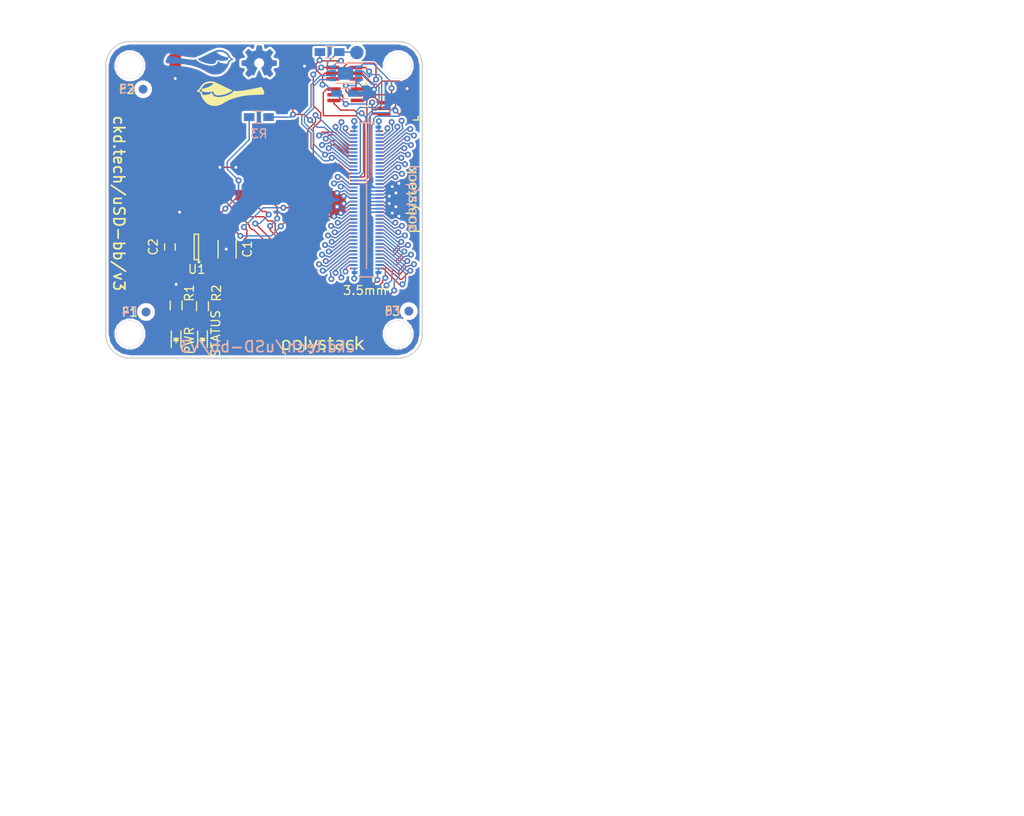
<source format=kicad_pcb>
(kicad_pcb (version 4) (host pcbnew 4.0.1-stable)
  (layers (0 F.Cu signal) (31 B.Cu signal) (34 B.Paste user) (35 F.Paste user) (36 B.SilkS user) (37 F.SilkS user) (38 B.Mask user) (39 F.Mask user) (44 Edge.Cuts user))
  (net 0 "")
  (net 1 /ExpansionPort/HEIGHT_1)
  (net 2 GNDPWR)
  (net 3 /ExpansionPort/HEIGHT_2)
  (net 4 /ExpansionPort/NEW_HEIGHT_4)
  (net 5 /ExpansionPort/3V3_0.3A_LL)
  (net 6 /ExpansionPort/HEIGHT_4)
  (net 7 "Net-(PORT_IC1-Pad7)")
  (net 8 /ExpansionPort/NEW_HEIGHT_1)
  (net 9 /ExpansionPort/NEW_HEIGHT_2)
  (net 10 +5V)
  (net 11 +3V3)
  (net 12 "Net-(D1-Pad1)")
  (net 13 "Net-(D2-Pad1)")
  (net 14 /ExpansionPort/i2c_SDA)
  (net 15 /ExpansionPort/i2c_SCL)
  (net 16 /ExpansionPort/SPI1_MOSI)
  (net 17 /ExpansionPort/UART1_RX)
  (net 18 /ExpansionPort/TIMG1_CH1)
  (net 19 /ExpansionPort/TIM1)
  (net 20 /ExpansionPort/SPI1_MISO)
  (net 21 /ExpansionPort/SPI1_SCK)
  (net 22 /ExpansionPort/SPI1_NSS)
  (net 23 /ExpansionPort/SPI2_MOSI)
  (net 24 /ExpansionPort/SPI2_MISO)
  (net 25 /ExpansionPort/SPI2_SCK)
  (net 26 /ExpansionPort/SPI2_NSS)
  (net 27 /ExpansionPort/SPI3_MOSI)
  (net 28 /ExpansionPort/SPI3_MISO)
  (net 29 /ExpansionPort/SPI3_SCK)
  (net 30 /ExpansionPort/SPI3_NSS)
  (net 31 /ExpansionPort/CAN_LO)
  (net 32 /ExpansionPort/CAN_HI)
  (net 33 /ExpansionPort/RESET)
  (net 34 /ExpansionPort/BOOT)
  (net 35 /ExpansionPort/SDMMC1_CMD)
  (net 36 /ExpansionPort/SDMMC1_CK)
  (net 37 /ExpansionPort/SDMMC1_D3)
  (net 38 /ExpansionPort/SDMMC1_D2)
  (net 39 /ExpansionPort/SDMMC1_D1)
  (net 40 /ExpansionPort/SDMMC1_D0)
  (net 41 /ExpansionPort/ADC2)
  (net 42 /ExpansionPort/ADC1)
  (net 43 /ExpansionPort/TIMG2_CH4)
  (net 44 /ExpansionPort/TIMG2_CH3)
  (net 45 /ExpansionPort/TIMG2_CH2)
  (net 46 /ExpansionPort/TIMG2_CH1)
  (net 47 /ExpansionPort/TIMG1_CH4)
  (net 48 /ExpansionPort/TIMG1_CH3)
  (net 49 /ExpansionPort/TIMG1_CH2)
  (net 50 /ExpansionPort/TIM2)
  (net 51 /ExpansionPort/TIM3)
  (net 52 /ExpansionPort/TIM4)
  (net 53 /ExpansionPort/GPIO1)
  (net 54 /ExpansionPort/GPIO2)
  (net 55 /ExpansionPort/GPIO3)
  (net 56 /ExpansionPort/GPIO4)
  (net 57 /ExpansionPort/GPIO5)
  (net 58 /ExpansionPort/GPIO6)
  (net 59 /ExpansionPort/3V3_0.3A_E)
  (net 60 /ExpansionPort/+BATT)
  (net 61 /ExpansionPort/UART8_TX)
  (net 62 /ExpansionPort/UART8_RX)
  (net 63 /ExpansionPort/UART7_TX)
  (net 64 /ExpansionPort/UART7_RX)
  (net 65 /ExpansionPort/UART6_TX)
  (net 66 /ExpansionPort/UART6_RX)
  (net 67 /ExpansionPort/UART5_TX)
  (net 68 /ExpansionPort/UART5_RX)
  (net 69 /ExpansionPort/UART4_TX)
  (net 70 /ExpansionPort/UART4_RX)
  (net 71 /ExpansionPort/UART3_TX)
  (net 72 /ExpansionPort/UART3_RX)
  (net 73 /ExpansionPort/UART2_TX)
  (net 74 /ExpansionPort/UART2_RX)
  (net 75 /ExpansionPort/UART1_TX)
  (net 76 "Net-(PORT_OUT1-Pad69)")
  (net 77 "Net-(PORT_OUT1-Pad70)")
  (net 78 "Net-(PORT_OUT1-Pad72)")
  (net 79 "Net-(PORT_OUT1-Pad71)")
  (net 80 "Net-(PORT_OUT1-Pad10)")
  (net 81 "Net-(U2-Pad1)")
  (net 82 "Net-(U2-Pad8)")
  (net 83 "Net-(PORT_OUT1-Pad9)")
  (module DM3AT (layer F.Cu) (at 145 99.75 180)
    (fp_text reference U2 hide)
    (fp_text value MicroSD)
    (pad 1 smd rect (at 3.2 -7.725 180) (size 0.7 1.2) (layers F.Cu F.Paste F.Mask) (net 81 "Net-(U2-Pad1)"))
    (pad 2 smd rect (at 2.1 -7.725 180) (size 0.7 1.2) (layers F.Cu F.Paste F.Mask) (net 22 /ExpansionPort/SPI1_NSS))
    (pad 3 smd rect (at 1 -7.725 180) (size 0.7 1.2) (layers F.Cu F.Paste F.Mask) (net 16 /ExpansionPort/SPI1_MOSI))
    (pad 4 smd rect (at -0.1 -7.725 180) (size 0.7 1.2) (layers F.Cu F.Paste F.Mask) (net 11 +3V3))
    (pad 5 smd rect (at -1.2 -7.725 180) (size 0.7 1.2) (layers F.Cu F.Paste F.Mask) (net 21 /ExpansionPort/SPI1_SCK))
    (pad 6 smd rect (at -2.3 -7.725 180) (size 0.7 1.2) (layers F.Cu F.Paste F.Mask) (net 2 GNDPWR))
    (pad 7 smd rect (at -3.4 -7.725 180) (size 0.7 1.2) (layers F.Cu F.Paste F.Mask) (net 20 /ExpansionPort/SPI1_MISO))
    (pad 8 smd rect (at -4.5 -7.725 180) (size 0.7 1.2) (layers F.Cu F.Paste F.Mask) (net 82 "Net-(U2-Pad8)"))
    (pad 9 smd rect (at -5.45 -7.725 180) (size 0.7 1.2) (layers F.Cu F.Paste F.Mask) (net 2 GNDPWR))
    (pad 10 smd rect (at 4.75 -7.725 180) (size 1 1.2) (layers F.Cu F.Paste F.Mask) (net 2 GNDPWR))
    (pad 11 smd rect (at 7.1 7.375 180) (size 1.3 1.9) (layers F.Cu F.Paste F.Mask) (net 2 GNDPWR))
    (pad 12 smd rect (at -6.4 6.925 180) (size 1 2.8) (layers F.Cu F.Paste F.Mask) (net 2 GNDPWR))
    (pad 14 smd rect (at -6.4 2.775 180) (size 1 0.8) (layers F.Cu F.Paste F.Mask) (net 54 /ExpansionPort/GPIO2))
    (pad 13 smd rect (at -6.4 -3.425 180) (size 1 1.2) (layers F.Cu F.Paste F.Mask) (net 2 GNDPWR))
  )
  (module polystack:polystack-medium-0.4 (layer B.Cu) (at 164.9 107.9 270)
    (fp_text reference svg2mod hide)
    (fp_text value G*** hide)
  )
  (module macrofab:Fiducial (layer B.Cu) (at 134.25 95.42)
    (fp_text reference F5 (at -1.86 -0.03) (layer B.SilkS) (effects (justify mirror)))
    (fp_text value 1mm)
    (pad "" smd circle (at 0 0) (size 1 1) (layers B.Cu B.Paste B.Mask) (clearance 0.5))
  )
  (module macrofab:Fiducial (layer F.Cu) (at 134.25 95.42)
    (fp_text reference F2 (at -1.86 0.03) (layer F.SilkS))
    (fp_text value 1mm)
    (pad "" smd circle (at 0 0) (size 1 1) (layers F.Cu F.Paste F.Mask) (clearance 0.5))
  )
  (module macrofab:Fiducial (layer B.Cu) (at 164.46 120.65)
    (fp_text reference F6 (at -1.86 -0.03) (layer B.SilkS) (effects (justify mirror)))
    (fp_text value 1mm)
    (pad "" smd circle (at 0 0) (size 1 1) (layers B.Cu B.Paste B.Mask) (clearance 0.5))
  )
  (module macrofab:Fiducial (layer F.Cu) (at 164.46 120.65)
    (fp_text reference F3 (at -1.86 0.03) (layer F.SilkS))
    (fp_text value 1mm)
    (pad "" smd circle (at 0 0) (size 1 1) (layers F.Cu F.Paste F.Mask) (clearance 0.5))
  )
  (module macrofab:Fiducial (layer B.Cu) (at 134.58 120.75)
    (fp_text reference F4 (at -1.86 -0.03) (layer B.SilkS) (effects (justify mirror)))
    (fp_text value 1mm)
    (pad "" smd circle (at 0 0) (size 1 1) (layers B.Cu B.Paste B.Mask) (clearance 0.5))
  )
  (module DF40-80pin-Header (layer B.Cu) (at 159.65 108)
    (fp_text reference PORT_IN1 hide)
    (fp_text value CKD_SANDWICH hide)
    (pad 80 smd rect (at 1.355 7.8) (size 0.66 0.23) (layers B.Cu B.Paste B.Mask) (net 16 /ExpansionPort/SPI1_MOSI))
    (pad 40 smd rect (at -1.355 7.8) (size 0.66 0.23) (layers B.Cu B.Paste B.Mask) (net 17 /ExpansionPort/UART1_RX))
    (pad 41 smd rect (at 1.355 -7.8) (size 0.66 0.23) (layers B.Cu B.Paste B.Mask) (net 18 /ExpansionPort/TIMG1_CH1))
    (pad 1 smd rect (at -1.355 -7.8) (size 0.66 0.23) (layers B.Cu B.Paste B.Mask) (net 19 /ExpansionPort/TIM1))
    (pad 79 smd rect (at 1.355 7.4) (size 0.66 0.23) (layers B.Cu B.Paste B.Mask) (net 20 /ExpansionPort/SPI1_MISO))
    (pad 78 smd rect (at 1.355 7) (size 0.66 0.23) (layers B.Cu B.Paste B.Mask) (net 21 /ExpansionPort/SPI1_SCK))
    (pad 77 smd rect (at 1.355 6.6) (size 0.66 0.23) (layers B.Cu B.Paste B.Mask) (net 22 /ExpansionPort/SPI1_NSS))
    (pad 76 smd rect (at 1.355 6.2) (size 0.66 0.23) (layers B.Cu B.Paste B.Mask) (net 23 /ExpansionPort/SPI2_MOSI))
    (pad 75 smd rect (at 1.355 5.8) (size 0.66 0.23) (layers B.Cu B.Paste B.Mask) (net 24 /ExpansionPort/SPI2_MISO))
    (pad 74 smd rect (at 1.355 5.4) (size 0.66 0.23) (layers B.Cu B.Paste B.Mask) (net 25 /ExpansionPort/SPI2_SCK))
    (pad 73 smd rect (at 1.355 5) (size 0.66 0.23) (layers B.Cu B.Paste B.Mask) (net 26 /ExpansionPort/SPI2_NSS))
    (pad 72 smd rect (at 1.355 4.6) (size 0.66 0.23) (layers B.Cu B.Paste B.Mask) (net 27 /ExpansionPort/SPI3_MOSI))
    (pad 71 smd rect (at 1.355 4.2) (size 0.66 0.23) (layers B.Cu B.Paste B.Mask) (net 28 /ExpansionPort/SPI3_MISO))
    (pad 70 smd rect (at 1.355 3.8) (size 0.66 0.23) (layers B.Cu B.Paste B.Mask) (net 29 /ExpansionPort/SPI3_SCK))
    (pad 69 smd rect (at 1.355 3.4) (size 0.66 0.23) (layers B.Cu B.Paste B.Mask) (net 30 /ExpansionPort/SPI3_NSS))
    (pad 68 smd rect (at 1.355 3) (size 0.66 0.23) (layers B.Cu B.Paste B.Mask) (net 31 /ExpansionPort/CAN_LO))
    (pad 67 smd rect (at 1.355 2.6) (size 0.66 0.23) (layers B.Cu B.Paste B.Mask) (net 32 /ExpansionPort/CAN_HI))
    (pad 66 smd rect (at 1.355 2.2) (size 0.66 0.23) (layers B.Cu B.Paste B.Mask) (net 33 /ExpansionPort/RESET))
    (pad 65 smd rect (at 1.355 1.8) (size 0.66 0.23) (layers B.Cu B.Paste B.Mask) (net 34 /ExpansionPort/BOOT))
    (pad 64 smd rect (at 1.355 1.4) (size 0.66 0.23) (layers B.Cu B.Paste B.Mask) (net 2 GNDPWR))
    (pad 63 smd rect (at 1.355 1) (size 0.66 0.23) (layers B.Cu B.Paste B.Mask) (net 2 GNDPWR))
    (pad 62 smd rect (at 1.355 0.6) (size 0.66 0.23) (layers B.Cu B.Paste B.Mask) (net 2 GNDPWR))
    (pad 61 smd rect (at 1.355 0.2) (size 0.66 0.23) (layers B.Cu B.Paste B.Mask) (net 2 GNDPWR))
    (pad 60 smd rect (at 1.355 -0.2) (size 0.66 0.23) (layers B.Cu B.Paste B.Mask) (net 2 GNDPWR))
    (pad 59 smd rect (at 1.355 -0.6) (size 0.66 0.23) (layers B.Cu B.Paste B.Mask) (net 2 GNDPWR))
    (pad 58 smd rect (at 1.355 -1) (size 0.66 0.23) (layers B.Cu B.Paste B.Mask) (net 2 GNDPWR))
    (pad 57 smd rect (at 1.355 -1.4) (size 0.66 0.23) (layers B.Cu B.Paste B.Mask) (net 2 GNDPWR))
    (pad 56 smd rect (at 1.355 -1.8) (size 0.66 0.23) (layers B.Cu B.Paste B.Mask) (net 35 /ExpansionPort/SDMMC1_CMD))
    (pad 55 smd rect (at 1.355 -2.2) (size 0.66 0.23) (layers B.Cu B.Paste B.Mask) (net 36 /ExpansionPort/SDMMC1_CK))
    (pad 54 smd rect (at 1.355 -2.6) (size 0.66 0.23) (layers B.Cu B.Paste B.Mask) (net 37 /ExpansionPort/SDMMC1_D3))
    (pad 53 smd rect (at 1.355 -3) (size 0.66 0.23) (layers B.Cu B.Paste B.Mask) (net 38 /ExpansionPort/SDMMC1_D2))
    (pad 52 smd rect (at 1.355 -3.4) (size 0.66 0.23) (layers B.Cu B.Paste B.Mask) (net 39 /ExpansionPort/SDMMC1_D1))
    (pad 51 smd rect (at 1.355 -3.8) (size 0.66 0.23) (layers B.Cu B.Paste B.Mask) (net 40 /ExpansionPort/SDMMC1_D0))
    (pad 50 smd rect (at 1.355 -4.2) (size 0.66 0.23) (layers B.Cu B.Paste B.Mask) (net 41 /ExpansionPort/ADC2))
    (pad 49 smd rect (at 1.355 -4.6) (size 0.66 0.23) (layers B.Cu B.Paste B.Mask) (net 42 /ExpansionPort/ADC1))
    (pad 48 smd rect (at 1.355 -5) (size 0.66 0.23) (layers B.Cu B.Paste B.Mask) (net 43 /ExpansionPort/TIMG2_CH4))
    (pad 47 smd rect (at 1.355 -5.4) (size 0.66 0.23) (layers B.Cu B.Paste B.Mask) (net 44 /ExpansionPort/TIMG2_CH3))
    (pad 46 smd rect (at 1.355 -5.8) (size 0.66 0.23) (layers B.Cu B.Paste B.Mask) (net 45 /ExpansionPort/TIMG2_CH2))
    (pad 45 smd rect (at 1.355 -6.2) (size 0.66 0.23) (layers B.Cu B.Paste B.Mask) (net 46 /ExpansionPort/TIMG2_CH1))
    (pad 44 smd rect (at 1.355 -6.6) (size 0.66 0.23) (layers B.Cu B.Paste B.Mask) (net 47 /ExpansionPort/TIMG1_CH4))
    (pad 43 smd rect (at 1.355 -7) (size 0.66 0.23) (layers B.Cu B.Paste B.Mask) (net 48 /ExpansionPort/TIMG1_CH3))
    (pad 42 smd rect (at 1.355 -7.4) (size 0.66 0.23) (layers B.Cu B.Paste B.Mask) (net 49 /ExpansionPort/TIMG1_CH2))
    (pad 41 smd rect (at 1.355 -8.2) (size 0.66 0.35) (drill (offset 0 -0.075)) (layers B.Cu B.Paste B.Mask) (net 18 /ExpansionPort/TIMG1_CH1))
    (pad 1 smd rect (at -1.355 -8.2) (size 0.66 0.35) (drill (offset 0 -0.075)) (layers B.Cu B.Paste B.Mask) (net 19 /ExpansionPort/TIM1))
    (pad 80 smd rect (at 1.355 8.2) (size 0.66 0.35) (drill (offset 0 0.075)) (layers B.Cu B.Paste B.Mask) (net 16 /ExpansionPort/SPI1_MOSI))
    (pad 40 smd rect (at -1.355 8.2) (size 0.66 0.35) (drill (offset 0 0.075)) (layers B.Cu B.Paste B.Mask) (net 17 /ExpansionPort/UART1_RX))
    (pad 2 smd rect (at -1.355 -7.4) (size 0.66 0.23) (layers B.Cu B.Paste B.Mask) (net 50 /ExpansionPort/TIM2))
    (pad 3 smd rect (at -1.355 -7) (size 0.66 0.23) (layers B.Cu B.Paste B.Mask) (net 51 /ExpansionPort/TIM3))
    (pad 4 smd rect (at -1.355 -6.6) (size 0.66 0.23) (layers B.Cu B.Paste B.Mask) (net 52 /ExpansionPort/TIM4))
    (pad 5 smd rect (at -1.355 -6.2) (size 0.66 0.23) (layers B.Cu B.Paste B.Mask) (net 53 /ExpansionPort/GPIO1))
    (pad 6 smd rect (at -1.355 -5.8) (size 0.66 0.23) (layers B.Cu B.Paste B.Mask) (net 54 /ExpansionPort/GPIO2))
    (pad 7 smd rect (at -1.355 -5.4) (size 0.66 0.23) (layers B.Cu B.Paste B.Mask) (net 55 /ExpansionPort/GPIO3))
    (pad 8 smd rect (at -1.355 -5) (size 0.66 0.23) (layers B.Cu B.Paste B.Mask) (net 56 /ExpansionPort/GPIO4))
    (pad 9 smd rect (at -1.355 -4.6) (size 0.66 0.23) (layers B.Cu B.Paste B.Mask) (net 57 /ExpansionPort/GPIO5))
    (pad 10 smd rect (at -1.355 -4.2) (size 0.66 0.23) (layers B.Cu B.Paste B.Mask) (net 58 /ExpansionPort/GPIO6))
    (pad 11 smd rect (at -1.355 -3.8) (size 0.66 0.23) (layers B.Cu B.Paste B.Mask) (net 14 /ExpansionPort/i2c_SDA))
    (pad 12 smd rect (at -1.355 -3.4) (size 0.66 0.23) (layers B.Cu B.Paste B.Mask) (net 15 /ExpansionPort/i2c_SCL))
    (pad 13 smd rect (at -1.355 -3) (size 0.66 0.23) (layers B.Cu B.Paste B.Mask) (net 6 /ExpansionPort/HEIGHT_4))
    (pad 14 smd rect (at -1.355 -2.6) (size 0.66 0.23) (layers B.Cu B.Paste B.Mask) (net 3 /ExpansionPort/HEIGHT_2))
    (pad 15 smd rect (at -1.355 -2.2) (size 0.66 0.23) (layers B.Cu B.Paste B.Mask) (net 1 /ExpansionPort/HEIGHT_1))
    (pad 16 smd rect (at -1.355 -1.8) (size 0.66 0.23) (layers B.Cu B.Paste B.Mask) (net 5 /ExpansionPort/3V3_0.3A_LL))
    (pad 17 smd rect (at -1.355 -1.4) (size 0.66 0.23) (layers B.Cu B.Paste B.Mask) (net 59 /ExpansionPort/3V3_0.3A_E))
    (pad 18 smd rect (at -1.355 -1) (size 0.66 0.23) (layers B.Cu B.Paste B.Mask) (net 60 /ExpansionPort/+BATT))
    (pad 19 smd rect (at -1.355 -0.6) (size 0.66 0.23) (layers B.Cu B.Paste B.Mask) (net 10 +5V))
    (pad 20 smd rect (at -1.355 -0.2) (size 0.66 0.23) (layers B.Cu B.Paste B.Mask) (net 10 +5V))
    (pad 21 smd rect (at -1.355 0.2) (size 0.66 0.23) (layers B.Cu B.Paste B.Mask) (net 10 +5V))
    (pad 22 smd rect (at -1.355 0.6) (size 0.66 0.23) (layers B.Cu B.Paste B.Mask) (net 10 +5V))
    (pad 23 smd rect (at -1.355 1) (size 0.66 0.23) (layers B.Cu B.Paste B.Mask) (net 10 +5V))
    (pad 24 smd rect (at -1.355 1.4) (size 0.66 0.23) (layers B.Cu B.Paste B.Mask) (net 10 +5V))
    (pad 25 smd rect (at -1.355 1.8) (size 0.66 0.23) (layers B.Cu B.Paste B.Mask) (net 61 /ExpansionPort/UART8_TX))
    (pad 26 smd rect (at -1.355 2.2) (size 0.66 0.23) (layers B.Cu B.Paste B.Mask) (net 62 /ExpansionPort/UART8_RX))
    (pad 27 smd rect (at -1.355 2.6) (size 0.66 0.23) (layers B.Cu B.Paste B.Mask) (net 63 /ExpansionPort/UART7_TX))
    (pad 28 smd rect (at -1.355 3) (size 0.66 0.23) (layers B.Cu B.Paste B.Mask) (net 64 /ExpansionPort/UART7_RX))
    (pad 29 smd rect (at -1.355 3.4) (size 0.66 0.23) (layers B.Cu B.Paste B.Mask) (net 65 /ExpansionPort/UART6_TX))
    (pad 30 smd rect (at -1.355 3.8) (size 0.66 0.23) (layers B.Cu B.Paste B.Mask) (net 66 /ExpansionPort/UART6_RX))
    (pad 31 smd rect (at -1.355 4.2) (size 0.66 0.23) (layers B.Cu B.Paste B.Mask) (net 67 /ExpansionPort/UART5_TX))
    (pad 32 smd rect (at -1.355 4.6) (size 0.66 0.23) (layers B.Cu B.Paste B.Mask) (net 68 /ExpansionPort/UART5_RX))
    (pad 33 smd rect (at -1.355 5) (size 0.66 0.23) (layers B.Cu B.Paste B.Mask) (net 69 /ExpansionPort/UART4_TX))
    (pad 34 smd rect (at -1.355 5.4) (size 0.66 0.23) (layers B.Cu B.Paste B.Mask) (net 70 /ExpansionPort/UART4_RX))
    (pad 35 smd rect (at -1.355 5.8) (size 0.66 0.23) (layers B.Cu B.Paste B.Mask) (net 71 /ExpansionPort/UART3_TX))
    (pad 36 smd rect (at -1.355 6.2) (size 0.66 0.23) (layers B.Cu B.Paste B.Mask) (net 72 /ExpansionPort/UART3_RX))
    (pad 37 smd rect (at -1.355 6.6) (size 0.66 0.23) (layers B.Cu B.Paste B.Mask) (net 73 /ExpansionPort/UART2_TX))
    (pad 38 smd rect (at -1.355 7) (size 0.66 0.23) (layers B.Cu B.Paste B.Mask) (net 74 /ExpansionPort/UART2_RX))
    (pad 39 smd rect (at -1.355 7.4) (size 0.66 0.23) (layers B.Cu B.Paste B.Mask) (net 75 /ExpansionPort/UART1_TX))
  )
  (module DF40-3-4mm-80pin-Receptacle (layer F.Cu) (at 159.65 108)
    (fp_text reference PORT_OUT1 hide)
    (fp_text value CKD_SANDWICH hide)
    (pad 41 smd rect (at 1.54 -7.8) (size 0.7 0.2) (layers F.Cu F.Paste F.Mask) (net 18 /ExpansionPort/TIMG1_CH1))
    (pad 42 smd rect (at 1.54 -7.4) (size 0.7 0.2) (layers F.Cu F.Paste F.Mask) (net 49 /ExpansionPort/TIMG1_CH2))
    (pad 43 smd rect (at 1.54 -7) (size 0.7 0.2) (layers F.Cu F.Paste F.Mask) (net 48 /ExpansionPort/TIMG1_CH3))
    (pad 44 smd rect (at 1.54 -6.6) (size 0.7 0.2) (layers F.Cu F.Paste F.Mask) (net 47 /ExpansionPort/TIMG1_CH4))
    (pad 45 smd rect (at 1.54 -6.2) (size 0.7 0.2) (layers F.Cu F.Paste F.Mask) (net 46 /ExpansionPort/TIMG2_CH1))
    (pad 46 smd rect (at 1.54 -5.8) (size 0.7 0.2) (layers F.Cu F.Paste F.Mask) (net 45 /ExpansionPort/TIMG2_CH2))
    (pad 47 smd rect (at 1.54 -5.4) (size 0.7 0.2) (layers F.Cu F.Paste F.Mask) (net 44 /ExpansionPort/TIMG2_CH3))
    (pad 48 smd rect (at 1.54 -5) (size 0.7 0.2) (layers F.Cu F.Paste F.Mask) (net 43 /ExpansionPort/TIMG2_CH4))
    (pad 49 smd rect (at 1.54 -4.6) (size 0.7 0.2) (layers F.Cu F.Paste F.Mask) (net 42 /ExpansionPort/ADC1))
    (pad 50 smd rect (at 1.54 -4.2) (size 0.7 0.2) (layers F.Cu F.Paste F.Mask) (net 41 /ExpansionPort/ADC2))
    (pad 60 smd rect (at 1.54 -0.2) (size 0.7 0.2) (layers F.Cu F.Paste F.Mask) (net 2 GNDPWR))
    (pad 59 smd rect (at 1.54 -0.6) (size 0.7 0.2) (layers F.Cu F.Paste F.Mask) (net 2 GNDPWR))
    (pad 58 smd rect (at 1.54 -1) (size 0.7 0.2) (layers F.Cu F.Paste F.Mask) (net 2 GNDPWR))
    (pad 57 smd rect (at 1.54 -1.4) (size 0.7 0.2) (layers F.Cu F.Paste F.Mask) (net 2 GNDPWR))
    (pad 56 smd rect (at 1.54 -1.8) (size 0.7 0.2) (layers F.Cu F.Paste F.Mask) (net 35 /ExpansionPort/SDMMC1_CMD))
    (pad 55 smd rect (at 1.54 -2.2) (size 0.7 0.2) (layers F.Cu F.Paste F.Mask) (net 36 /ExpansionPort/SDMMC1_CK))
    (pad 54 smd rect (at 1.54 -2.6) (size 0.7 0.2) (layers F.Cu F.Paste F.Mask) (net 37 /ExpansionPort/SDMMC1_D3))
    (pad 53 smd rect (at 1.54 -3) (size 0.7 0.2) (layers F.Cu F.Paste F.Mask) (net 38 /ExpansionPort/SDMMC1_D2))
    (pad 52 smd rect (at 1.54 -3.4) (size 0.7 0.2) (layers F.Cu F.Paste F.Mask) (net 39 /ExpansionPort/SDMMC1_D1))
    (pad 51 smd rect (at 1.54 -3.8) (size 0.7 0.2) (layers F.Cu F.Paste F.Mask) (net 40 /ExpansionPort/SDMMC1_D0))
    (pad 61 smd rect (at 1.54 0.2) (size 0.7 0.2) (layers F.Cu F.Paste F.Mask) (net 2 GNDPWR))
    (pad 62 smd rect (at 1.54 0.6) (size 0.7 0.2) (layers F.Cu F.Paste F.Mask) (net 2 GNDPWR))
    (pad 63 smd rect (at 1.54 1) (size 0.7 0.2) (layers F.Cu F.Paste F.Mask) (net 2 GNDPWR))
    (pad 64 smd rect (at 1.54 1.4) (size 0.7 0.2) (layers F.Cu F.Paste F.Mask) (net 2 GNDPWR))
    (pad 65 smd rect (at 1.54 1.8) (size 0.7 0.2) (layers F.Cu F.Paste F.Mask) (net 34 /ExpansionPort/BOOT))
    (pad 66 smd rect (at 1.54 2.2) (size 0.7 0.2) (layers F.Cu F.Paste F.Mask) (net 33 /ExpansionPort/RESET))
    (pad 67 smd rect (at 1.54 2.6) (size 0.7 0.2) (layers F.Cu F.Paste F.Mask) (net 32 /ExpansionPort/CAN_HI))
    (pad 68 smd rect (at 1.54 3) (size 0.7 0.2) (layers F.Cu F.Paste F.Mask) (net 31 /ExpansionPort/CAN_LO))
    (pad 69 smd rect (at 1.54 3.4) (size 0.7 0.2) (layers F.Cu F.Paste F.Mask) (net 76 "Net-(PORT_OUT1-Pad69)"))
    (pad 70 smd rect (at 1.54 3.8) (size 0.7 0.2) (layers F.Cu F.Paste F.Mask) (net 77 "Net-(PORT_OUT1-Pad70)"))
    (pad 80 smd rect (at 1.54 7.8) (size 0.7 0.2) (layers F.Cu F.Paste F.Mask) (net 23 /ExpansionPort/SPI2_MOSI))
    (pad 79 smd rect (at 1.54 7.4) (size 0.7 0.2) (layers F.Cu F.Paste F.Mask) (net 24 /ExpansionPort/SPI2_MISO))
    (pad 78 smd rect (at 1.54 7) (size 0.7 0.2) (layers F.Cu F.Paste F.Mask) (net 25 /ExpansionPort/SPI2_SCK))
    (pad 77 smd rect (at 1.54 6.6) (size 0.7 0.2) (layers F.Cu F.Paste F.Mask) (net 26 /ExpansionPort/SPI2_NSS))
    (pad 76 smd rect (at 1.54 6.2) (size 0.7 0.2) (layers F.Cu F.Paste F.Mask) (net 27 /ExpansionPort/SPI3_MOSI))
    (pad 75 smd rect (at 1.54 5.8) (size 0.7 0.2) (layers F.Cu F.Paste F.Mask) (net 28 /ExpansionPort/SPI3_MISO))
    (pad 74 smd rect (at 1.54 5.4) (size 0.7 0.2) (layers F.Cu F.Paste F.Mask) (net 29 /ExpansionPort/SPI3_SCK))
    (pad 73 smd rect (at 1.54 5) (size 0.7 0.2) (layers F.Cu F.Paste F.Mask) (net 30 /ExpansionPort/SPI3_NSS))
    (pad 72 smd rect (at 1.54 4.6) (size 0.7 0.2) (layers F.Cu F.Paste F.Mask) (net 78 "Net-(PORT_OUT1-Pad72)"))
    (pad 71 smd rect (at 1.54 4.2) (size 0.7 0.2) (layers F.Cu F.Paste F.Mask) (net 79 "Net-(PORT_OUT1-Pad71)"))
    (pad 31 smd rect (at -1.54 4.2) (size 0.7 0.2) (layers F.Cu F.Paste F.Mask) (net 67 /ExpansionPort/UART5_TX))
    (pad 32 smd rect (at -1.54 4.6) (size 0.7 0.2) (layers F.Cu F.Paste F.Mask) (net 68 /ExpansionPort/UART5_RX))
    (pad 33 smd rect (at -1.54 5) (size 0.7 0.2) (layers F.Cu F.Paste F.Mask) (net 69 /ExpansionPort/UART4_TX))
    (pad 34 smd rect (at -1.54 5.4) (size 0.7 0.2) (layers F.Cu F.Paste F.Mask) (net 70 /ExpansionPort/UART4_RX))
    (pad 35 smd rect (at -1.54 5.8) (size 0.7 0.2) (layers F.Cu F.Paste F.Mask) (net 71 /ExpansionPort/UART3_TX))
    (pad 36 smd rect (at -1.54 6.2) (size 0.7 0.2) (layers F.Cu F.Paste F.Mask) (net 72 /ExpansionPort/UART3_RX))
    (pad 37 smd rect (at -1.54 6.6) (size 0.7 0.2) (layers F.Cu F.Paste F.Mask) (net 73 /ExpansionPort/UART2_TX))
    (pad 38 smd rect (at -1.54 7) (size 0.7 0.2) (layers F.Cu F.Paste F.Mask) (net 74 /ExpansionPort/UART2_RX))
    (pad 39 smd rect (at -1.54 7.4) (size 0.7 0.2) (layers F.Cu F.Paste F.Mask) (net 75 /ExpansionPort/UART1_TX))
    (pad 40 smd rect (at -1.54 7.8) (size 0.7 0.2) (layers F.Cu F.Paste F.Mask) (net 17 /ExpansionPort/UART1_RX))
    (pad 30 smd rect (at -1.54 3.8) (size 0.7 0.2) (layers F.Cu F.Paste F.Mask) (net 66 /ExpansionPort/UART6_RX))
    (pad 29 smd rect (at -1.54 3.4) (size 0.7 0.2) (layers F.Cu F.Paste F.Mask) (net 65 /ExpansionPort/UART6_TX))
    (pad 28 smd rect (at -1.54 3) (size 0.7 0.2) (layers F.Cu F.Paste F.Mask) (net 64 /ExpansionPort/UART7_RX))
    (pad 27 smd rect (at -1.54 2.6) (size 0.7 0.2) (layers F.Cu F.Paste F.Mask) (net 63 /ExpansionPort/UART7_TX))
    (pad 26 smd rect (at -1.54 2.2) (size 0.7 0.2) (layers F.Cu F.Paste F.Mask) (net 62 /ExpansionPort/UART8_RX))
    (pad 25 smd rect (at -1.54 1.8) (size 0.7 0.2) (layers F.Cu F.Paste F.Mask) (net 61 /ExpansionPort/UART8_TX))
    (pad 24 smd rect (at -1.54 1.4) (size 0.7 0.2) (layers F.Cu F.Paste F.Mask) (net 10 +5V))
    (pad 23 smd rect (at -1.54 1) (size 0.7 0.2) (layers F.Cu F.Paste F.Mask) (net 10 +5V))
    (pad 22 smd rect (at -1.54 0.6) (size 0.7 0.2) (layers F.Cu F.Paste F.Mask) (net 10 +5V))
    (pad 21 smd rect (at -1.54 0.2) (size 0.7 0.2) (layers F.Cu F.Paste F.Mask) (net 10 +5V))
    (pad 11 smd rect (at -1.54 -3.8) (size 0.7 0.2) (layers F.Cu F.Paste F.Mask) (net 14 /ExpansionPort/i2c_SDA))
    (pad 12 smd rect (at -1.54 -3.4) (size 0.7 0.2) (layers F.Cu F.Paste F.Mask) (net 15 /ExpansionPort/i2c_SCL))
    (pad 13 smd rect (at -1.54 -3) (size 0.7 0.2) (layers F.Cu F.Paste F.Mask) (net 4 /ExpansionPort/NEW_HEIGHT_4))
    (pad 14 smd rect (at -1.54 -2.6) (size 0.7 0.2) (layers F.Cu F.Paste F.Mask) (net 9 /ExpansionPort/NEW_HEIGHT_2))
    (pad 15 smd rect (at -1.54 -2.2) (size 0.7 0.2) (layers F.Cu F.Paste F.Mask) (net 8 /ExpansionPort/NEW_HEIGHT_1))
    (pad 16 smd rect (at -1.54 -1.8) (size 0.7 0.2) (layers F.Cu F.Paste F.Mask) (net 5 /ExpansionPort/3V3_0.3A_LL))
    (pad 17 smd rect (at -1.54 -1.4) (size 0.7 0.2) (layers F.Cu F.Paste F.Mask) (net 59 /ExpansionPort/3V3_0.3A_E))
    (pad 18 smd rect (at -1.54 -1) (size 0.7 0.2) (layers F.Cu F.Paste F.Mask) (net 60 /ExpansionPort/+BATT))
    (pad 19 smd rect (at -1.54 -0.6) (size 0.7 0.2) (layers F.Cu F.Paste F.Mask) (net 10 +5V))
    (pad 20 smd rect (at -1.54 -0.2) (size 0.7 0.2) (layers F.Cu F.Paste F.Mask) (net 10 +5V))
    (pad 10 smd rect (at -1.54 -4.2) (size 0.7 0.2) (layers F.Cu F.Paste F.Mask) (net 80 "Net-(PORT_OUT1-Pad10)"))
    (pad 9 smd rect (at -1.54 -4.6) (size 0.7 0.2) (layers F.Cu F.Paste F.Mask) (net 83 "Net-(PORT_OUT1-Pad9)"))
    (pad 8 smd rect (at -1.54 -5) (size 0.7 0.2) (layers F.Cu F.Paste F.Mask) (net 58 /ExpansionPort/GPIO6))
    (pad 7 smd rect (at -1.54 -5.4) (size 0.7 0.2) (layers F.Cu F.Paste F.Mask) (net 57 /ExpansionPort/GPIO5))
    (pad 6 smd rect (at -1.54 -5.8) (size 0.7 0.2) (layers F.Cu F.Paste F.Mask) (net 56 /ExpansionPort/GPIO4))
    (pad 5 smd rect (at -1.54 -6.2) (size 0.7 0.2) (layers F.Cu F.Paste F.Mask) (net 55 /ExpansionPort/GPIO3))
    (pad 4 smd rect (at -1.54 -6.6) (size 0.7 0.2) (layers F.Cu F.Paste F.Mask) (net 52 /ExpansionPort/TIM4))
    (pad 3 smd rect (at -1.54 -7) (size 0.7 0.2) (layers F.Cu F.Paste F.Mask) (net 51 /ExpansionPort/TIM3))
    (pad 2 smd rect (at -1.54 -7.4) (size 0.7 0.2) (layers F.Cu F.Paste F.Mask) (net 50 /ExpansionPort/TIM2))
    (pad 1 smd rect (at -1.54 -7.8) (size 0.7 0.2) (layers F.Cu F.Paste F.Mask) (net 19 /ExpansionPort/TIM1))
  )
  (module Mounting_Holes:MountingHole_3mm (layer F.Cu) (at 163.25 123.25)
    (fp_text reference REF** hide)
    (fp_text value MountingHole_3mm hide)
    (pad 1 thru_hole circle (at 0 0) (size 3 3) (drill 3) (layers))
  )
  (module Mounting_Holes:MountingHole_3mm (layer F.Cu) (at 132.75 123.25)
    (fp_text reference REF** hide)
    (fp_text value MountingHole_3mm hide)
    (pad 1 thru_hole circle (at 0 0) (size 3 3) (drill 3) (layers))
  )
  (module Mounting_Holes:MountingHole_3mm (layer F.Cu) (at 132.75 92.75)
    (fp_text reference REF** hide)
    (fp_text value MountingHole_3mm hide)
    (pad 1 thru_hole circle (at 0 0) (size 3 3) (drill 3) (layers))
  )
  (module Mounting_Holes:MountingHole_3mm (layer F.Cu) (at 163.25 92.75)
    (fp_text reference REF** hide)
    (fp_text value MountingHole_3mm hide)
    (pad 1 thru_hole circle (at 0 0) (size 3 3) (drill 3) (layers))
  )
  (module Housings_SOT-23_SOT-143_TSOT-6:SC-70-6_Handsoldering (layer F.Cu) (at 157.13096 93.59976 90)
    (fp_text reference PORT_ANDOR1 hide)
    (fp_text value SN74LVC1G0832 hide)
    (pad 1 smd rect (at -0.65024 1.33096 90) (size 0.39878 1.50114) (layers F.Cu F.Paste F.Mask) (net 1 /ExpansionPort/HEIGHT_1))
    (pad 2 smd rect (at 0 1.33096 90) (size 0.39878 1.50114) (layers F.Cu F.Paste F.Mask) (net 2 GNDPWR))
    (pad 3 smd rect (at 0.65024 1.33096 90) (size 0.39878 1.50114) (layers F.Cu F.Paste F.Mask) (net 3 /ExpansionPort/HEIGHT_2))
    (pad 4 smd rect (at 0.65024 -1.33096 90) (size 0.39878 1.50114) (layers F.Cu F.Paste F.Mask) (net 4 /ExpansionPort/NEW_HEIGHT_4))
    (pad 5 smd rect (at 0 -1.33096 90) (size 0.39878 1.50114) (layers F.Cu F.Paste F.Mask) (net 5 /ExpansionPort/3V3_0.3A_LL))
    (pad 6 smd rect (at -0.65024 -1.33096 90) (size 0.39878 1.50114) (layers F.Cu F.Paste F.Mask) (net 6 /ExpansionPort/HEIGHT_4))
  )
  (module Capacitors_SMD:C_0603_HandSoldering (layer B.Cu) (at 157.2 95.9)
    (fp_text reference PORT_C1 hide)
    (fp_text value 0.1uF hide)
    (pad 1 smd rect (at -0.95 0) (size 1.2 0.75) (layers B.Cu B.Paste B.Mask) (net 5 /ExpansionPort/3V3_0.3A_LL))
    (pad 2 smd rect (at 0.95 0) (size 1.2 0.75) (layers B.Cu B.Paste B.Mask) (net 2 GNDPWR))
  )
  (module Housings_DFN_QFN:DFN-8-1EP_3x2mm_Pitch0.5mm (layer B.Cu) (at 157.2625 93.6125 180)
    (fp_text reference PORT_IC1 hide)
    (fp_text value AT24CS02-MAHM hide)
    (pad 1 smd rect (at -1.45 0.75 180) (size 0.75 0.3) (layers B.Cu B.Paste B.Mask) (net 1 /ExpansionPort/HEIGHT_1))
    (pad 2 smd rect (at -1.45 0.25 180) (size 0.75 0.3) (layers B.Cu B.Paste B.Mask) (net 3 /ExpansionPort/HEIGHT_2))
    (pad 3 smd rect (at -1.45 -0.25 180) (size 0.75 0.3) (layers B.Cu B.Paste B.Mask) (net 6 /ExpansionPort/HEIGHT_4))
    (pad 4 smd rect (at -1.45 -0.75 180) (size 0.75 0.3) (layers B.Cu B.Paste B.Mask) (net 2 GNDPWR))
    (pad 5 smd rect (at 1.45 -0.75 180) (size 0.75 0.3) (layers B.Cu B.Paste B.Mask) (net 14 /ExpansionPort/i2c_SDA))
    (pad 6 smd rect (at 1.45 -0.25 180) (size 0.75 0.3) (layers B.Cu B.Paste B.Mask) (net 15 /ExpansionPort/i2c_SCL))
    (pad 7 smd rect (at 1.45 0.25 180) (size 0.75 0.3) (layers B.Cu B.Paste B.Mask) (net 7 "Net-(PORT_IC1-Pad7)"))
    (pad 8 smd rect (at 1.45 0.75 180) (size 0.75 0.3) (layers B.Cu B.Paste B.Mask) (net 5 /ExpansionPort/3V3_0.3A_LL))
    (pad 9 smd rect (at 0.4375 -0.3625 180) (size 0.875 0.725) (layers B.Cu B.Paste B.Mask))
    (pad 9 smd rect (at 0.4375 0.3625 180) (size 0.875 0.725) (layers B.Cu B.Paste B.Mask))
    (pad 9 smd rect (at -0.4375 -0.3625 180) (size 0.875 0.725) (layers B.Cu B.Paste B.Mask))
    (pad 9 smd rect (at -0.4375 0.3625 180) (size 0.875 0.725) (layers B.Cu B.Paste B.Mask))
  )
  (module Housings_SOT-23_SOT-143_TSOT-6:SC-70-6_Handsoldering (layer F.Cu) (at 162.96904 97.59976 90)
    (fp_text reference PORT_INV1 hide)
    (fp_text value SN74LVC1G58 hide)
    (pad 1 smd rect (at -0.65024 1.33096 90) (size 0.39878 1.50114) (layers F.Cu F.Paste F.Mask) (net 1 /ExpansionPort/HEIGHT_1))
    (pad 2 smd rect (at 0 1.33096 90) (size 0.39878 1.50114) (layers F.Cu F.Paste F.Mask) (net 2 GNDPWR))
    (pad 3 smd rect (at 0.65024 1.33096 90) (size 0.39878 1.50114) (layers F.Cu F.Paste F.Mask) (net 2 GNDPWR))
    (pad 4 smd rect (at 0.65024 -1.33096 90) (size 0.39878 1.50114) (layers F.Cu F.Paste F.Mask) (net 8 /ExpansionPort/NEW_HEIGHT_1))
    (pad 5 smd rect (at 0 -1.33096 90) (size 0.39878 1.50114) (layers F.Cu F.Paste F.Mask) (net 5 /ExpansionPort/3V3_0.3A_LL))
    (pad 6 smd rect (at -0.65024 -1.33096 90) (size 0.39878 1.50114) (layers F.Cu F.Paste F.Mask) (net 5 /ExpansionPort/3V3_0.3A_LL))
  )
  (module Resistors_SMD:R_0603_HandSoldering (layer B.Cu) (at 155.45 91.2 180)
    (fp_text reference PORT_R1 hide)
    (fp_text value 10k hide)
    (pad 1 smd rect (at -1.1 0 180) (size 1.2 0.9) (layers B.Cu B.Paste B.Mask) (net 7 "Net-(PORT_IC1-Pad7)"))
    (pad 2 smd rect (at 1.1 0 180) (size 1.2 0.9) (layers B.Cu B.Paste B.Mask) (net 5 /ExpansionPort/3V3_0.3A_LL))
  )
  (module Housings_SOT-23_SOT-143_TSOT-6:SC-70-6_Handsoldering (layer F.Cu) (at 157.28096 96.04976 90)
    (fp_text reference PORT_XOR1 hide)
    (fp_text value SN74LVC1G58 hide)
    (pad 1 smd rect (at -0.65024 1.33096 90) (size 0.39878 1.50114) (layers F.Cu F.Paste F.Mask) (net 1 /ExpansionPort/HEIGHT_1))
    (pad 2 smd rect (at 0 1.33096 90) (size 0.39878 1.50114) (layers F.Cu F.Paste F.Mask) (net 2 GNDPWR))
    (pad 3 smd rect (at 0.65024 1.33096 90) (size 0.39878 1.50114) (layers F.Cu F.Paste F.Mask) (net 1 /ExpansionPort/HEIGHT_1))
    (pad 4 smd rect (at 0.65024 -1.33096 90) (size 0.39878 1.50114) (layers F.Cu F.Paste F.Mask) (net 9 /ExpansionPort/NEW_HEIGHT_2))
    (pad 5 smd rect (at 0 -1.33096 90) (size 0.39878 1.50114) (layers F.Cu F.Paste F.Mask) (net 5 /ExpansionPort/3V3_0.3A_LL))
    (pad 6 smd rect (at -0.65024 -1.33096 90) (size 0.39878 1.50114) (layers F.Cu F.Paste F.Mask) (net 3 /ExpansionPort/HEIGHT_2))
  )
  (module Measurement_Points:Measurement_Point_Round-SMD-Pad_Small (layer B.Cu) (at 158.55 91.25)
    (fp_text reference PORT_P1 hide)
    (fp_text value CONN_01X01 hide)
    (pad 1 smd circle (at 0 0) (size 1.524 1.524) (layers B.Cu B.Paste B.Mask) (net 7 "Net-(PORT_IC1-Pad7)"))
  )
  (module Capacitors_SMD:C_1206_HandSoldering (layer F.Cu) (at 143.8 113.6 270)
    (fp_text reference C1 (at 0 -2.3 270) (layer F.SilkS))
    (fp_text value 10uF)
    (pad 1 smd rect (at -2 0 270) (size 2 1.6) (layers F.Cu F.Paste F.Mask) (net 10 +5V))
    (pad 2 smd rect (at 2 0 270) (size 2 1.6) (layers F.Cu F.Paste F.Mask) (net 2 GNDPWR))
  )
  (module Capacitors_SMD:C_0603_HandSoldering (layer F.Cu) (at 137.3 113.35 90)
    (fp_text reference C2 (at 0 -1.9 90) (layer F.SilkS))
    (fp_text value 1uF)
    (pad 1 smd rect (at -0.95 0 90) (size 1.2 0.75) (layers F.Cu F.Paste F.Mask) (net 11 +3V3))
    (pad 2 smd rect (at 0.95 0 90) (size 1.2 0.75) (layers F.Cu F.Paste F.Mask) (net 2 GNDPWR))
  )
  (module LEDs:LED_0603 (layer F.Cu) (at 138 124 270)
    (fp_text reference D1 hide)
    (fp_text value RED)
    (pad 2 smd rect (at 0.7493 0 90) (size 0.79756 0.79756) (layers F.Cu F.Paste F.Mask) (net 11 +3V3))
    (pad 1 smd rect (at -0.7493 0 90) (size 0.79756 0.79756) (layers F.Cu F.Paste F.Mask) (net 12 "Net-(D1-Pad1)"))
  )
  (module LEDs:LED_0603 (layer F.Cu) (at 141 124 270)
    (fp_text reference D2 hide)
    (fp_text value GREEN)
    (pad 2 smd rect (at 0.7493 0 90) (size 0.79756 0.79756) (layers F.Cu F.Paste F.Mask) (net 11 +3V3))
    (pad 1 smd rect (at -0.7493 0 90) (size 0.79756 0.79756) (layers F.Cu F.Paste F.Mask) (net 13 "Net-(D2-Pad1)"))
  )
  (module Resistors_SMD:R_0603_HandSoldering (layer F.Cu) (at 138 120 90)
    (fp_text reference R1 (at 1.4 1.5 90) (layer F.SilkS))
    (fp_text value 1k)
    (pad 1 smd rect (at -1.1 0 90) (size 1.2 0.9) (layers F.Cu F.Paste F.Mask) (net 12 "Net-(D1-Pad1)"))
    (pad 2 smd rect (at 1.1 0 90) (size 1.2 0.9) (layers F.Cu F.Paste F.Mask) (net 2 GNDPWR))
  )
  (module Resistors_SMD:R_0603_HandSoldering (layer F.Cu) (at 141 120.1 90)
    (fp_text reference R2 (at 1.5 1.6 90) (layer F.SilkS))
    (fp_text value 1k)
    (pad 1 smd rect (at -1.1 0 90) (size 1.2 0.9) (layers F.Cu F.Paste F.Mask) (net 13 "Net-(D2-Pad1)"))
    (pad 2 smd rect (at 1.1 0 90) (size 1.2 0.9) (layers F.Cu F.Paste F.Mask) (net 53 /ExpansionPort/GPIO1))
  )
  (module TO_SOT_Packages_SMD:SOT-23-5 (layer F.Cu) (at 140.3 113.35 180)
    (fp_text reference U1 (at -0.05 -2.55 180) (layer F.SilkS))
    (fp_text value TLV70233DBV)
    (pad 1 smd rect (at -1.1 -0.95 180) (size 1.06 0.65) (layers F.Cu F.Paste F.Mask) (net 10 +5V))
    (pad 2 smd rect (at -1.1 0 180) (size 1.06 0.65) (layers F.Cu F.Paste F.Mask) (net 2 GNDPWR))
    (pad 3 smd rect (at -1.1 0.95 180) (size 1.06 0.65) (layers F.Cu F.Paste F.Mask) (net 10 +5V))
    (pad 4 smd rect (at 1.1 0.95 180) (size 1.06 0.65) (layers F.Cu F.Paste F.Mask))
    (pad 5 smd rect (at 1.1 -0.95 180) (size 1.06 0.65) (layers F.Cu F.Paste F.Mask) (net 11 +3V3))
  )
  (module chickadee:chickadee_2mm_fcu (layer F.Cu) (at 147.1 124.7)
    (fp_text reference G*** hide)
    (fp_text value LOGO hide)
    (fp_poly (pts (xy -1.50211 -0.956524) (xy -1.480393 -0.956179) (xy -1.461445 -0.95546) (xy -1.444235 -0.954281) (xy -1.42773 -0.952559) (xy -1.410899 -0.95021) (xy -1.392708 -0.94715) (xy -1.377648 -0.944355) (xy -1.337289 -0.935604) (xy -1.295394 -0.924586) (xy -1.253941 -0.911875) (xy -1.214907 -0.898043) (xy -1.207105 -0.89501) (xy -1.177497 -0.88322) (xy -1.14844 -0.871469) (xy -1.119668 -0.859632) (xy -1.090917 -0.847586) (xy -1.061919 -0.835207) (xy -1.032409 -0.822372) (xy -1.002121 -0.808957) (xy -0.97079 -0.794838) (xy -0.938149 -0.779891) (xy -0.903933 -0.763992) (xy -0.867876 -0.747019) (xy -0.829712 -0.728847) (xy -0.789176 -0.709352) (xy -0.746001 -0.688411) (xy -0.699922 -0.6659) (xy -0.650673 -0.641695) (xy -0.597987 -0.615673) (xy -0.541601 -0.58771) (xy -0.481246 -0.557682) (xy -0.465667 -0.549917) (xy -0.413659 -0.524037) (xy -0.3656 -0.500226) (xy -0.321145 -0.478325) (xy -0.27995 -0.458175) (xy -0.241669 -0.439617) (xy -0.205957 -0.422491) (xy -0.172469 -0.406639) (xy -0.14086 -0.391901) (xy -0.110786 -0.378118) (xy -0.081901 -0.365131) (xy -0.05386 -0.352779) (xy -0.026318 -0.340905) (xy 0.001069 -0.329349) (xy 0.028648 -0.317952) (xy 0.056761 -0.306554) (xy 0.085756 -0.294996) (xy 0.091784 -0.292614) (xy 0.109241 -0.285659) (xy 0.125202 -0.279167) (xy 0.139121 -0.273373) (xy 0.15045 -0.268508) (xy 0.158645 -0.264805) (xy 0.163158 -0.262497) (xy 0.163869 -0.261925) (xy 0.162563 -0.259168) (xy 0.15818 -0.253749) (xy 0.15127 -0.246205) (xy 0.142385 -0.237076) (xy 0.132075 -0.226901) (xy 0.12089 -0.216218) (xy 0.10938 -0.205567) (xy 0.098096 -0.195485) (xy 0.087588 -0.186513) (xy 0.083204 -0.182938) (xy 0.032211 -0.144812) (xy -0.023145 -0.108621) (xy -0.082775 -0.074402) (xy -0.146594 -0.04219) (xy -0.214513 -0.012022) (xy -0.286445 0.016066) (xy -0.362304 0.04204) (xy -0.442002 0.065862) (xy -0.525451 0.087496) (xy -0.612565 0.106907) (xy -0.626533 0.109744) (xy -0.686331 0.120927) (xy -0.742312 0.129711) (xy -0.794846 0.136122) (xy -0.844302 0.140187) (xy -0.89105 0.141931) (xy -0.935458 0.141382) (xy -0.977897 0.138567) (xy -0.997625 0.136425) (xy -1.042521 0.129163) (xy -1.083907 0.118835) (xy -1.121726 0.105475) (xy -1.155921 0.089116) (xy -1.186435 0.069792) (xy -1.213212 0.047535) (xy -1.236195 0.022379) (xy -1.255327 -0.005643) (xy -1.26248 -0.018814) (xy -1.271131 -0.03793) (xy -1.27813 -0.058008) (xy -1.283742 -0.080053) (xy -1.28823 -0.105072) (xy -1.291222 -0.12819) (xy -1.292983 -0.143896) (xy -1.340153 -0.148008) (xy -1.354896 -0.149286) (xy -1.368084 -0.150417) (xy -1.378921 -0.151333) (xy -1.386612 -0.151967) (xy -1.390361 -0.152253) (xy -1.39049 -0.152259) (xy -1.392531 -0.153687) (xy -1.392227 -0.154714) (xy -1.393472 -0.155749) (xy -1.398086 -0.156013) (xy -1.404679 -0.155621) (xy -1.411863 -0.154688) (xy -1.418249 -0.153328) (xy -1.42119 -0.152325) (xy -1.424967 -0.151285) (xy -1.43272 -0.149598) (xy -1.443655 -0.147423) (xy -1.456978 -0.144915) (xy -1.471893 -0.142232) (xy -1.475619 -0.14158) (xy -1.531495 -0.132318) (xy -1.58458 -0.124519) (xy -1.636618 -0.117952) (xy -1.689348 -0.112382) (xy -1.705429 -0.110884) (xy -1.720809 -0.109791) (xy -1.739464 -0.108945) (xy -1.760467 -0.108347) (xy -1.782891 -0.107997) (xy -1.805808 -0.107895) (xy -1.828294 -0.108042) (xy -1.849419 -0.108438) (xy -1.868259 -0.109083) (xy -1.883886 -0.109978) (xy -1.892905 -0.11081) (xy -1.942844 -0.11743) (xy -1.991432 -0.125582) (xy -2.039954 -0.135532) (xy -2.089696 -0.14755) (xy -2.141945 -0.161904) (xy -2.152555 -0.165004) (xy -2.168052 -0.169659) (xy -2.179471 -0.173326) (xy -2.187414 -0.176244) (xy -2.192486 -0.178654) (xy -2.195286 -0.180796) (xy -2.196278 -0.182422) (xy -2.196934 -0.185928) (xy -2.198011 -0.193672) (xy -2.199443 -0.20508) (xy -2.201159 -0.219578) (xy -2.203094 -0.236591) (xy -2.205177 -0.255544) (xy -2.207296 -0.275418) (xy -2.209759 -0.299194) (xy -2.211684 -0.318571) (xy -2.213099 -0.333957) (xy -2.214032 -0.345756) (xy -2.214511 -0.354377) (xy -2.214564 -0.360224) (xy -2.214217 -0.363706) (xy -2.2135 -0.365227) (xy -2.213435 -0.365272) (xy -2.209181 -0.366841) (xy -2.202429 -0.368377) (xy -2.200395 -0.36872) (xy -2.192683 -0.370111) (xy -2.180991 -0.372482) (xy -2.166039 -0.375668) (xy -2.148549 -0.379505) (xy -2.12924 -0.383829) (xy -2.108835 -0.388477) (xy -2.088054 -0.393284) (xy -2.067617 -0.398086) (xy -2.048246 -0.40272) (xy -2.030661 -0.407021) (xy -2.017486 -0.410336) (xy -1.947112 -0.429097) (xy -1.88129 -0.448185) (xy -1.81974 -0.467695) (xy -1.762181 -0.48772) (xy -1.708334 -0.508354) (xy -1.657918 -0.529691) (xy -1.64979 -0.533339) (xy -1.601328 -0.556964) (xy -1.551977 -0.584213) (xy -1.502917 -0.614337) (xy -1.455327 -0.646583) (xy -1.410384 -0.680203) (xy -1.380067 -0.705061) (xy -1.367955 -0.715595) (xy -1.355384 -0.726849) (xy -1.342845 -0.738347) (xy -1.33083 -0.749616) (xy -1.319829 -0.760182) (xy -1.310335 -0.769571) (xy -1.302839 -0.777309) (xy -1.297832 -0.782923) (xy -1.295806 -0.785938) (xy -1.295849 -0.786262) (xy -1.29939 -0.788009) (xy -1.306909 -0.790668) (xy -1.317679 -0.794027) (xy -1.330975 -0.797871) (xy -1.346069 -0.801985) (xy -1.362235 -0.806155) (xy -1.369181 -0.807875) (xy -1.417115 -0.817755) (xy -1.465253 -0.823934) (xy -1.514063 -0.8264) (xy -1.564013 -0.82514) (xy -1.615573 -0.820143) (xy -1.66921 -0.811395) (xy -1.725395 -0.798885) (xy -1.726731 -0.798551) (xy -1.78385 -0.782272) (xy -1.838616 -0.762779) (xy -1.890827 -0.740229) (xy -1.940278 -0.71478) (xy -1.986768 -0.686589) (xy -2.030093 -0.655814) (xy -2.07005 -0.622612) (xy -2.106438 -0.587142) (xy -2.139052 -0.54956) (xy -2.167689 -0.510023) (xy -2.192148 -0.468691) (xy -2.212225 -0.425719) (xy -2.214627 -0.419704) (xy -2.222196 -0.400352) (xy -2.323646 -0.303798) (xy -2.342169 -0.286154) (xy -2.35962 -0.269503) (xy -2.375689 -0.254143) (xy -2.390064 -0.240373) (xy -2.402434 -0.228492) (xy -2.412488 -0.218798) (xy -2.419915 -0.211591) (xy -2.424404 -0.207168) (xy -2.425676 -0.205826) (xy -2.423649 -0.204596) (xy -2.417613 -0.201599) (xy -2.407984 -0.197029) (xy -2.395176 -0.191076) (xy -2.379605 -0.183931) (xy -2.361686 -0.175787) (xy -2.341836 -0.166835) (xy -2.320469 -0.157265) (xy -2.31536 -0.154987) (xy -2.204464 -0.105564) (xy -2.192917 -0.064272) (xy -2.187359 -0.0451) (xy -2.18061 -0.022941) (xy -2.173088 0.000919) (xy -2.165209 0.025195) (xy -2.157389 0.048602) (xy -2.150047 0.069855) (xy -2.143878 0.086919) (xy -2.140142 0.096304) (xy -2.137043 0.102115) (xy -2.13385 0.105417) (xy -2.129945 0.107241) (xy -2.124938 0.10804) (xy -2.115804 0.108683) (xy -2.10325 0.109172) (xy -2.087986 0.109507) (xy -2.07072 0.10969) (xy -2.052158 0.109724) (xy -2.033011 0.109608) (xy -2.013986 0.109345) (xy -1.995791 0.108937) (xy -1.979134 0.108384) (xy -1.964724 0.107689) (xy -1.953381 0.106863) (xy -1.841649 0.094774) (xy -1.773162 0.085603) (xy -1.743868 0.081189) (xy -1.718621 0.076868) (xy -1.69664 0.072428) (xy -1.677143 0.067653) (xy -1.659349 0.062331) (xy -1.642477 0.056246) (xy -1.625745 0.049184) (xy -1.608372 0.040933) (xy -1.606248 0.039873) (xy -1.567924 0.018252) (xy -1.530341 -0.007693) (xy -1.494131 -0.037447) (xy -1.459927 -0.070498) (xy -1.432637 -0.10112) (xy -1.419981 -0.116365) (xy -1.419981 -0.108013) (xy -1.419288 -0.097812) (xy -1.417375 -0.0842) (xy -1.414488 -0.068376) (xy -1.410873 -0.051538) (xy -1.406778 -0.034886) (xy -1.40245 -0.019619) (xy -1.400595 -0.013827) (xy -1.384555 0.026904) (xy -1.364678 0.064716) (xy -1.341022 0.099558) (xy -1.31365 0.131374) (xy -1.28262 0.160111) (xy -1.247994 0.185717) (xy -1.209832 0.208137) (xy -1.168195 0.227319) (xy -1.123143 0.243209) (xy -1.103086 0.248923) (xy -1.067259 0.257339) (xy -1.030385 0.263721) (xy -0.991593 0.268166) (xy -0.950012 0.270775) (xy -0.904772 0.271646) (xy -0.903514 0.271647) (xy -0.868422 0.271229) (xy -0.834337 0.269929) (xy -0.800467 0.267658) (xy -0.766018 0.264326) (xy -0.730197 0.259845) (xy -0.69221 0.254126) (xy -0.651265 0.24708) (xy -0.606567 0.238618) (xy -0.603552 0.238025) (xy -0.518906 0.219934) (xy -0.436963 0.199615) (xy -0.357888 0.177142) (xy -0.281847 0.152591) (xy -0.209005 0.126036) (xy -0.139526 0.097553) (xy -0.073576 0.067216) (xy -0.01132 0.035101) (xy 0.047077 0.001282) (xy 0.10145 -0.034166) (xy 0.151633 -0.071167) (xy 0.197462 -0.109648) (xy 0.22981 -0.140368) (xy 0.240875 -0.151786) (xy 0.252189 -0.163971) (xy 0.262638 -0.175689) (xy 0.271104 -0.185706) (xy 0.273352 -0.188531) (xy 0.280273 -0.197406) (xy 0.286408 -0.205246) (xy 0.290943 -0.211011) (xy 0.292705 -0.213225) (xy 0.294587 -0.215251) (xy 0.29687 -0.216314) (xy 0.300577 -0.216409) (xy 0.306727 -0.21553) (xy 0.316345 -0.213671) (xy 0.319314 -0.213071) (xy 0.390473 -0.201114) (xy 0.462069 -0.193949) (xy 0.534224 -0.191568) (xy 0.607057 -0.193965) (xy 0.618067 -0.194738) (xy 0.67588 -0.199585) (xy 0.738159 -0.205779) (xy 0.80473 -0.21329) (xy 0.87542 -0.222088) (xy 0.950056 -0.232142) (xy 1.028464 -0.243424) (xy 1.110473 -0.255903) (xy 1.195908 -0.26955) (xy 1.284598 -0.284333) (xy 1.376368 -0.300224) (xy 1.471045 -0.317192) (xy 1.568458 -0.335208) (xy 1.668432 -0.354242) (xy 1.770795 -0.374263) (xy 1.875373 -0.395241) (xy 1.981995 -0.417148) (xy 2.090485 -0.439952) (xy 2.200672 -0.463624) (xy 2.305352 -0.486577) (xy 2.335862 -0.493334) (xy 2.362069 -0.499017) (xy 2.384406 -0.503534) (xy 2.403307 -0.506792) (xy 2.419208 -0.5087) (xy 2.432541 -0.509165) (xy 2.44374 -0.508095) (xy 2.45324 -0.505397) (xy 2.461475 -0.50098) (xy 2.468879 -0.494751) (xy 2.475886 -0.486618) (xy 2.482929 -0.476489) (xy 2.490443 -0.464271) (xy 2.498862 -0.449872) (xy 2.501797 -0.444826) (xy 2.527352 -0.399722) (xy 2.551306 -0.354979) (xy 2.573386 -0.311167) (xy 2.593323 -0.268858) (xy 2.610844 -0.228621) (xy 2.62568 -0.191027) (xy 2.635187 -0.163982) (xy 2.645789 -0.128042) (xy 2.653137 -0.094502) (xy 2.657251 -0.063519) (xy 2.65815 -0.03525) (xy 2.655853 -0.00985) (xy 2.650378 0.012523) (xy 2.641744 0.031713) (xy 2.629969 0.047563) (xy 2.615074 0.059917) (xy 2.607857 0.064043) (xy 2.600908 0.067306) (xy 2.593331 0.070302) (xy 2.584879 0.073051) (xy 2.575307 0.075572) (xy 2.564372 0.077884) (xy 2.551826 0.080007) (xy 2.537427 0.08196) (xy 2.520927 0.083761) (xy 2.502084 0.085431) (xy 2.48065 0.086989) (xy 2.456383 0.088454) (xy 2.429035 0.089845) (xy 2.398363 0.091181) (xy 2.364121 0.092483) (xy 2.326065 0.093769) (xy 2.283949 0.095058) (xy 2.237529 0.09637) (xy 2.186558 0.097724) (xy 2.177143 0.097967) (xy 2.093433 0.100256) (xy 2.014179 0.102711) (xy 1.938999 0.105352) (xy 1.867513 0.108202) (xy 1.79934 0.111281) (xy 1.734099 0.114609) (xy 1.671411 0.118209) (xy 1.610893 0.122101) (xy 1.552165 0.126306) (xy 1.494847 0.130846) (xy 1.438558 0.13574) (xy 1.382917 0.141011) (xy 1.364343 0.142866) (xy 1.276092 0.15235) (xy 1.190744 0.162702) (xy 1.107787 0.174038) (xy 1.026707 0.186474) (xy 0.946991 0.200127) (xy 0.868125 0.215112) (xy 0.789598 0.231546) (xy 0.710894 0.249545) (xy 0.631502 0.269225) (xy 0.550908 0.290703) (xy 0.468599 0.314095) (xy 0.384062 0.339516) (xy 0.296783 0.367083) (xy 0.206249 0.396912) (xy 0.134257 0.421406) (xy 0.100067 0.433412) (xy 0.067474 0.445361) (xy 0.036018 0.457474) (xy 0.005241 0.469971) (xy -0.025317 0.48307) (xy -0.056114 0.496991) (xy -0.08761 0.511955) (xy -0.120264 0.52818) (xy -0.154534 0.545887) (xy -0.19088 0.565295) (xy -0.229761 0.586623) (xy -0.271635 0.610092) (xy -0.316962 0.63592) (xy -0.33141 0.644224) (xy -0.371607 0.667353) (xy -0.40793 0.688218) (xy -0.440685 0.706989) (xy -0.47018 0.723834) (xy -0.496721 0.738923) (xy -0.520614 0.752425) (xy -0.542168 0.76451) (xy -0.561689 0.775347) (xy -0.579484 0.785105) (xy -0.59586 0.793953) (xy -0.611124 0.802061) (xy -0.625583 0.809598) (xy -0.639543 0.816734) (xy -0.653313 0.823637) (xy -0.667198 0.830478) (xy -0.681506 0.837425) (xy -0.682761 0.838031) (xy -0.729005 0.859588) (xy -0.772629 0.878276) (xy -0.814572 0.894365) (xy -0.855777 0.908123) (xy -0.897182 0.919819) (xy -0.93973 0.929722) (xy -0.984361 0.938101) (xy -1.032015 0.945226) (xy -1.076476 0.950592) (xy -1.104581 0.95317) (xy -1.136087 0.9552) (xy -1.169583 0.956643) (xy -1.20366 0.957463) (xy -1.236906 0.957622) (xy -1.267912 0.957082) (xy -1.288143 0.956234) (xy -1.342689 0.951679) (xy -1.397859 0.944053) (xy -1.452838 0.933561) (xy -1.506811 0.920409) (xy -1.558964 0.904801) (xy -1.608482 0.886941) (xy -1.654549 0.867036) (xy -1.666966 0.861) (xy -1.722495 0.830655) (xy -1.776819 0.795709) (xy -1.829841 0.75627) (xy -1.881466 0.712446) (xy -1.931598 0.664345) (xy -1.980141 0.612076) (xy -2.026999 0.555746) (xy -2.072076 0.495465) (xy -2.115277 0.431339) (xy -2.156505 0.363477) (xy -2.195665 0.291987) (xy -2.226585 0.229852) (xy -2.23916 0.202482) (xy -2.251243 0.174118) (xy -2.263182 0.143873) (xy -2.275324 0.110861) (xy -2.288016 0.074197) (xy -2.290995 0.065315) (xy -2.296254 0.049237) (xy -2.301811 0.03169) (xy -2.307423 0.01349) (xy -2.312851 -0.004544) (xy -2.317851 -0.021595) (xy -2.322182 -0.036844) (xy -2.325603 -0.049475) (xy -2.327871 -0.05867) (xy -2.328427 -0.061331) (xy -2.329914 -0.069259) (xy -2.470221 -0.125878) (xy -2.494893 -0.135852) (xy -2.518212 -0.145313) (xy -2.539795 -0.154103) (xy -2.559259 -0.162066) (xy -2.576219 -0.169042) (xy -2.590293 -0.174875) (xy -2.601096 -0.179405) (xy -2.608246 -0.182476) (xy -2.611359 -0.18393) (xy -2.611461 -0.184007) (xy -2.609856 -0.185824) (xy -2.604918 -0.190594) (xy -2.596929 -0.198059) (xy -2.586175 -0.207961) (xy -2.572939 -0.22004) (xy -2.557506 -0.234038) (xy -2.540159 -0.249697) (xy -2.521184 -0.266757) (xy -2.500863 -0.284961) (xy -2.483461 -0.300501) (xy -2.458764 -0.322533) (xy -2.437429 -0.341591) (xy -2.419202 -0.35792) (xy -2.40383 -0.371761) (xy -2.39106 -0.383358) (xy -2.380639 -0.392954) (xy -2.372314 -0.400791) (xy -2.365831 -0.407113) (xy -2.360938 -0.412161) (xy -2.357381 -0.41618) (xy -2.354908 -0.419412) (xy -2.353264 -0.422099) (xy -2.352198 -0.424485) (xy -2.351455 -0.426813) (xy -2.351329 -0.42727) (xy -2.346934 -0.441361) (xy -2.340693 -0.45847) (xy -2.333101 -0.477383) (xy -2.324658 -0.496886) (xy -2.315859 -0.515765) (xy -2.311337 -0.524877) (xy -2.289087 -0.564792) (xy -2.263559 -0.603278) (xy -2.234286 -0.640972) (xy -2.200801 -0.678512) (xy -2.191788 -0.687875) (xy -2.153725 -0.724587) (xy -2.114448 -0.757833) (xy -2.07313 -0.788207) (xy -2.028948 -0.816304) (xy -1.981076 -0.842717) (xy -1.966686 -0.849998) (xy -1.92002 -0.871853) (xy -1.873382 -0.89094) (xy -1.825929 -0.907515) (xy -1.776818 -0.921834) (xy -1.725208 -0.934154) (xy -1.670255 -0.944731) (xy -1.638391 -0.949884) (xy -1.624789 -0.951886) (xy -1.612907 -0.95344) (xy -1.601787 -0.954603) (xy -1.590472 -0.955434) (xy -1.578005 -0.955989) (xy -1.56343 -0.956328) (xy -1.545789 -0.956507) (xy -1.527629 -0.956577) (xy -1.50211 -0.956524)) (layer F.Cu) (width 0.01))
  )
  (module chickadee:chickadee_3mm_fcu (layer B.Cu) (at 140.7 92.35 180)
    (fp_text reference G*** hide)
    (fp_text value "Chickadee 3mm" hide)
    (fp_poly (pts (xy -2.190577 1.394931) (xy -2.158906 1.394428) (xy -2.131275 1.393379) (xy -2.106176 1.39166) (xy -2.082107 1.389149) (xy -2.057561 1.385724) (xy -2.031033 1.38126) (xy -2.009069 1.377185) (xy -1.950214 1.364422) (xy -1.889117 1.348355) (xy -1.828664 1.329818) (xy -1.77174 1.309646) (xy -1.760361 1.305223) (xy -1.717183 1.28803) (xy -1.674808 1.270892) (xy -1.63285 1.25363) (xy -1.59092 1.236063) (xy -1.548631 1.218011) (xy -1.505596 1.199293) (xy -1.461427 1.179729) (xy -1.415735 1.159138) (xy -1.368134 1.137341) (xy -1.318236 1.114156) (xy -1.265653 1.089403) (xy -1.209997 1.062901) (xy -1.150882 1.034472) (xy -1.087918 1.003933) (xy -1.02072 0.971104) (xy -0.948898 0.935806) (xy -0.872065 0.897857) (xy -0.789834 0.857077) (xy -0.701817 0.813286) (xy -0.679097 0.801963) (xy -0.600817 0.763019) (xy -0.528298 0.72712) (xy -0.461051 0.694039) (xy -0.398585 0.663552) (xy -0.340411 0.635433) (xy -0.286038 0.609455) (xy -0.234976 0.585394) (xy -0.186735 0.563022) (xy -0.140825 0.542115) (xy -0.096756 0.522447) (xy -0.054038 0.503792) (xy -0.012181 0.485924) (xy 0.029306 0.468618) (xy 0.070912 0.451647) (xy 0.113128 0.434787) (xy 0.146403 0.421719) (xy 0.169926 0.412482) (xy 0.191319 0.403963) (xy 0.209688 0.396527) (xy 0.224143 0.39054) (xy 0.233791 0.386365) (xy 0.237732 0.384376) (xy 0.237199 0.380281) (xy 0.231987 0.372263) (xy 0.222739 0.361032) (xy 0.2101 0.347296) (xy 0.194712 0.331764) (xy 0.177219 0.315145) (xy 0.164178 0.303343) (xy 0.096199 0.247242) (xy 0.021764 0.193747) (xy -0.059006 0.142914) (xy -0.145989 0.0948) (xy -0.239062 0.049462) (xy -0.338103 0.006957) (xy -0.442991 -0.032658) (xy -0.553602 -0.069327) (xy -0.669815 -0.102992) (xy -0.756708 -0.125296) (xy -0.857303 -0.148538) (xy -0.952291 -0.167867) (xy -1.041919 -0.183303) (xy -1.126439 -0.194868) (xy -1.206099 -0.20258) (xy -1.281149 -0.206462) (xy -1.351837 -0.206535) (xy -1.418413 -0.202818) (xy -1.481126 -0.195332) (xy -1.518918 -0.18866) (xy -1.57955 -0.173748) (xy -1.634906 -0.154367) (xy -1.684914 -0.13059) (xy -1.729501 -0.102491) (xy -1.768596 -0.070142) (xy -1.802127 -0.033617) (xy -1.830021 0.007012) (xy -1.852205 0.051671) (xy -1.868608 0.100287) (xy -1.879158 0.152786) (xy -1.882097 0.17906) (xy -1.882915 0.190167) (xy -1.883851 0.198302) (xy -1.885889 0.204006) (xy -1.890009 0.207822) (xy -1.897194 0.21029) (xy -1.908425 0.211954) (xy -1.924685 0.213354) (xy -1.946955 0.215033) (xy -1.947333 0.215063) (xy -1.974885 0.21729) (xy -1.996056 0.219184) (xy -2.011509 0.220834) (xy -2.021906 0.222327) (xy -2.02791 0.223751) (xy -2.030183 0.225193) (xy -2.030082 0.226026) (xy -2.032027 0.227335) (xy -2.038861 0.22756) (xy -2.048532 0.226886) (xy -2.05899 0.225503) (xy -2.068183 0.223597) (xy -2.072569 0.222141) (xy -2.078077 0.220624) (xy -2.089384 0.218164) (xy -2.105331 0.214992) (xy -2.124759 0.211335) (xy -2.146511 0.207422) (xy -2.151944 0.206471) (xy -2.23343 0.192964) (xy -2.310846 0.181591) (xy -2.386734 0.172013) (xy -2.463633 0.163891) (xy -2.487083 0.161706) (xy -2.509513 0.160112) (xy -2.536719 0.158879) (xy -2.567348 0.158007) (xy -2.600049 0.157496) (xy -2.633471 0.157348) (xy -2.666262 0.157562) (xy -2.69707 0.158139) (xy -2.724545 0.15908) (xy -2.747334 0.160385) (xy -2.760486 0.161598) (xy -2.833314 0.171253) (xy -2.904171 0.18314) (xy -2.974932 0.197651) (xy -3.047473 0.215178) (xy -3.123669 0.23611) (xy -3.139143 0.240632) (xy -3.161757 0.247425) (xy -3.178423 0.252778) (xy -3.190018 0.257041) (xy -3.197422 0.260562) (xy -3.20151 0.263691) (xy -3.202943 0.266032) (xy -3.203909 0.271145) (xy -3.205491 0.282439) (xy -3.20759 0.299075) (xy -3.210105 0.320217) (xy -3.212937 0.345025) (xy -3.215987 0.372662) (xy -3.219082 0.401608) (xy -3.222679 0.435601) (xy -3.225565 0.463243) (xy -3.227688 0.485209) (xy -3.228999 0.50217) (xy -3.229447 0.514802) (xy -3.228982 0.523777) (xy -3.227553 0.52977) (xy -3.22511 0.533453) (xy -3.221603 0.535501) (xy -3.216982 0.536587) (xy -3.211195 0.537385) (xy -3.208909 0.537717) (xy -3.197663 0.539746) (xy -3.180611 0.543203) (xy -3.158807 0.547849) (xy -3.1333 0.553445) (xy -3.105142 0.559751) (xy -3.075385 0.566529) (xy -3.045079 0.573539) (xy -3.015275 0.580543) (xy -2.987025 0.5873) (xy -2.96138 0.593573) (xy -2.942167 0.598407) (xy -2.839538 0.625766) (xy -2.743547 0.653603) (xy -2.653787 0.682055) (xy -2.569847 0.711258) (xy -2.49132 0.74135) (xy -2.417797 0.772466) (xy -2.405944 0.777787) (xy -2.33527 0.81224) (xy -2.2633 0.851978) (xy -2.191754 0.895908) (xy -2.122352 0.942934) (xy -2.05681 0.991963) (xy -2.012597 1.028214) (xy -1.994935 1.043577) (xy -1.976602 1.059988) (xy -1.958316 1.076756) (xy -1.940794 1.09319) (xy -1.924751 1.108599) (xy -1.910905 1.122291) (xy -1.899973 1.133576) (xy -1.892671 1.141762) (xy -1.889717 1.146159) (xy -1.889781 1.146632) (xy -1.895886 1.149881) (xy -1.907863 1.154203) (xy -1.924653 1.159337) (xy -1.945199 1.16502) (xy -1.968444 1.170989) (xy -1.99333 1.176981) (xy -2.018801 1.182735) (xy -2.043799 1.187987) (xy -2.067268 1.192474) (xy -2.088148 1.195935) (xy -2.088444 1.195979) (xy -2.143487 1.202523) (xy -2.197821 1.205577) (xy -2.252961 1.205107) (xy -2.310419 1.201077) (xy -2.371711 1.193452) (xy -2.401539 1.188739) (xy -2.494796 1.17015) (xy -2.584229 1.146293) (xy -2.669623 1.117275) (xy -2.750766 1.083203) (xy -2.827443 1.044182) (xy -2.899442 1.000319) (xy -2.966549 0.95172) (xy -3.028551 0.898491) (xy -3.072051 0.855085) (xy -3.114426 0.806444) (xy -3.152464 0.755667) (xy -3.185507 0.70377) (xy -3.212895 0.65177) (xy -3.230344 0.610645) (xy -3.23532 0.598231) (xy -3.239944 0.588063) (xy -3.243211 0.582348) (xy -3.246468 0.579042) (xy -3.254369 0.57133) (xy -3.266439 0.559666) (xy -3.282207 0.544504) (xy -3.301199 0.526296) (xy -3.322943 0.505496) (xy -3.346966 0.482558) (xy -3.372795 0.457935) (xy -3.391958 0.439691) (xy -3.418659 0.414263) (xy -3.443792 0.390288) (xy -3.466896 0.368206) (xy -3.487514 0.34846) (xy -3.505187 0.331487) (xy -3.519455 0.31773) (xy -3.529861 0.307629) (xy -3.535945 0.301624) (xy -3.537393 0.300078) (xy -3.534428 0.298301) (xy -3.525616 0.293948) (xy -3.511564 0.287299) (xy -3.492877 0.278632) (xy -3.470164 0.268227) (xy -3.444028 0.256363) (xy -3.415077 0.243317) (xy -3.383917 0.22937) (xy -3.376532 0.226077) (xy -3.214874 0.154058) (xy -3.198019 0.093786) (xy -3.189906 0.065801) (xy -3.180059 0.033466) (xy -3.169084 -0.001347) (xy -3.157589 -0.036762) (xy -3.146183 -0.070907) (xy -3.135473 -0.101907) (xy -3.126489 -0.126757) (xy -3.121041 -0.140443) (xy -3.116521 -0.148917) (xy -3.111864 -0.153733) (xy -3.10617 -0.156392) (xy -3.098868 -0.157558) (xy -3.085547 -0.158496) (xy -3.06724 -0.159209) (xy -3.04498 -0.159697) (xy -3.019799 -0.159965) (xy -2.992731 -0.160013) (xy -2.964808 -0.159845) (xy -2.937063 -0.159461) (xy -2.910528 -0.158866) (xy -2.886237 -0.15806) (xy -2.865223 -0.157046) (xy -2.848681 -0.155841) (xy -2.685739 -0.138212) (xy -2.585861 -0.124838) (xy -2.543141 -0.1184) (xy -2.506322 -0.1121) (xy -2.474266 -0.105624) (xy -2.445833 -0.098661) (xy -2.419884 -0.090899) (xy -2.395279 -0.082025) (xy -2.370878 -0.071727) (xy -2.345543 -0.059694) (xy -2.342444 -0.058147) (xy -2.286885 -0.026813) (xy -2.232336 0.010789) (xy -2.179767 0.053872) (xy -2.130148 0.101647) (xy -2.089686 0.146958) (xy -2.071653 0.168681) (xy -2.069252 0.143431) (xy -2.062225 0.096009) (xy -2.050319 0.046832) (xy -2.034198 -0.002224) (xy -2.014523 -0.049282) (xy -1.991958 -0.092463) (xy -1.978281 -0.114289) (xy -1.94066 -0.164006) (xy -1.897859 -0.209003) (xy -1.849963 -0.249251) (xy -1.797063 -0.284723) (xy -1.739243 -0.315389) (xy -1.676594 -0.341223) (xy -1.609201 -0.362197) (xy -1.537152 -0.378282) (xy -1.460535 -0.389451) (xy -1.379438 -0.395676) (xy -1.293947 -0.396929) (xy -1.204152 -0.393182) (xy -1.125361 -0.386139) (xy -1.052218 -0.376822) (xy -0.974125 -0.364509) (xy -0.892379 -0.349481) (xy -0.808276 -0.332024) (xy -0.723113 -0.312418) (xy -0.638187 -0.290949) (xy -0.554795 -0.267899) (xy -0.478014 -0.244745) (xy -0.38054 -0.212112) (xy -0.286214 -0.17667) (xy -0.195387 -0.138629) (xy -0.108408 -0.098203) (xy -0.025628 -0.0556) (xy 0.052604 -0.011034) (xy 0.125937 0.035286) (xy 0.194021 0.083147) (xy 0.256506 0.132339) (xy 0.313041 0.18265) (xy 0.363278 0.233869) (xy 0.406865 0.285785) (xy 0.411516 0.291897) (xy 0.421132 0.304324) (xy 0.427892 0.311896) (xy 0.432929 0.315578) (xy 0.437377 0.316336) (xy 0.439726 0.315921) (xy 0.459163 0.311612) (xy 0.48424 0.30693) (xy 0.513568 0.302078) (xy 0.545757 0.297263) (xy 0.579415 0.292687) (xy 0.613152 0.288557) (xy 0.645578 0.285077) (xy 0.656167 0.284068) (xy 0.687905 0.281538) (xy 0.719888 0.279816) (xy 0.752791 0.278933) (xy 0.78729 0.27892) (xy 0.82406 0.279806) (xy 0.863775 0.281623) (xy 0.907113 0.284401) (xy 0.954746 0.288171) (xy 1.007352 0.292963) (xy 1.065605 0.298808) (xy 1.127125 0.3054) (xy 1.216165 0.315763) (xy 1.311639 0.327982) (xy 1.413193 0.341993) (xy 1.520469 0.357731) (xy 1.633115 0.375132) (xy 1.750774 0.394133) (xy 1.873091 0.414668) (xy 1.999712 0.436674) (xy 2.13028 0.460086) (xy 2.264441 0.48484) (xy 2.40184 0.510872) (xy 2.542121 0.538118) (xy 2.68493 0.566514) (xy 2.829911 0.595994) (xy 2.976709 0.626495) (xy 3.124969 0.657954) (xy 3.274335 0.690304) (xy 3.361972 0.709592) (xy 3.406466 0.719446) (xy 3.444684 0.727733) (xy 3.477258 0.73432) (xy 3.504823 0.739072) (xy 3.528011 0.741854) (xy 3.547455 0.742532) (xy 3.563788 0.740972) (xy 3.577642 0.737038) (xy 3.589652 0.730596) (xy 3.600449 0.721512) (xy 3.610667 0.709652) (xy 3.620938 0.69488) (xy 3.631896 0.677062) (xy 3.644174 0.656064) (xy 3.648453 0.648705) (xy 3.685722 0.582928) (xy 3.720654 0.517678) (xy 3.752855 0.453786) (xy 3.781929 0.392085) (xy 3.807481 0.333406) (xy 3.829117 0.278581) (xy 3.842982 0.239141) (xy 3.858442 0.186728) (xy 3.869158 0.137816) (xy 3.875158 0.092633) (xy 3.876469 0.051406) (xy 3.873119 0.014365) (xy 3.865134 -0.018262) (xy 3.852543 -0.046247) (xy 3.835372 -0.069362) (xy 3.813649 -0.087378) (xy 3.803124 -0.093395) (xy 3.792991 -0.098154) (xy 3.781941 -0.102524) (xy 3.769615 -0.106533) (xy 3.755657 -0.110209) (xy 3.739709 -0.113581) (xy 3.721413 -0.116677) (xy 3.700414 -0.119524) (xy 3.676352 -0.122152) (xy 3.648872 -0.124587) (xy 3.617615 -0.126859) (xy 3.582225 -0.128995) (xy 3.542343 -0.131023) (xy 3.497613 -0.132973) (xy 3.447677 -0.134871) (xy 3.392178 -0.136746) (xy 3.330759 -0.138626) (xy 3.263062 -0.14054) (xy 3.188731 -0.142515) (xy 3.175 -0.142869) (xy 3.052923 -0.146207) (xy 2.937344 -0.149786) (xy 2.827707 -0.153639) (xy 2.723456 -0.157794) (xy 2.624037 -0.162284) (xy 2.528895 -0.167138) (xy 2.437474 -0.172388) (xy 2.349219 -0.178064) (xy 2.263574 -0.184196) (xy 2.179985 -0.190816) (xy 2.097897 -0.197954) (xy 2.016754 -0.20564) (xy 1.989667 -0.208345) (xy 1.860967 -0.222177) (xy 1.736502 -0.237273) (xy 1.615523 -0.253805) (xy 1.497281 -0.271941) (xy 1.381028 -0.291851) (xy 1.266016 -0.313705) (xy 1.151496 -0.337671) (xy 1.036721 -0.36392) (xy 0.920941 -0.39262) (xy 0.803408 -0.423942) (xy 0.683373 -0.458054) (xy 0.56009 -0.495127) (xy 0.432808 -0.535329) (xy 0.30078 -0.57883) (xy 0.195792 -0.614551) (xy 0.145932 -0.632059) (xy 0.0984 -0.649485) (xy 0.052527 -0.66715) (xy 0.007643 -0.685374) (xy -0.03692 -0.704476) (xy -0.081833 -0.724779) (xy -0.127765 -0.746601) (xy -0.175385 -0.770263) (xy -0.225363 -0.796085) (xy -0.278367 -0.824388) (xy -0.335068 -0.855492) (xy -0.396135 -0.889717) (xy -0.462237 -0.927384) (xy -0.483306 -0.939493) (xy -0.541927 -0.973223) (xy -0.594898 -1.003651) (xy -0.642666 -1.031025) (xy -0.685679 -1.055591) (xy -0.724384 -1.077596) (xy -0.759229 -1.097287) (xy -0.790662 -1.11491) (xy -0.81913 -1.130714) (xy -0.845081 -1.144944) (xy -0.868963 -1.157848) (xy -0.891223 -1.169672) (xy -0.912308 -1.180664) (xy -0.932668 -1.19107) (xy -0.952748 -1.201138) (xy -0.972997 -1.211113) (xy -0.993862 -1.221244) (xy -0.995694 -1.222128) (xy -1.063133 -1.253565) (xy -1.12675 -1.280819) (xy -1.187918 -1.304282) (xy -1.248008 -1.324345) (xy -1.308391 -1.341402) (xy -1.37044 -1.355844) (xy -1.435526 -1.368064) (xy -1.505022 -1.378454) (xy -1.569861 -1.386279) (xy -1.610848 -1.390039) (xy -1.656794 -1.392999) (xy -1.705642 -1.395105) (xy -1.755337 -1.396301) (xy -1.803821 -1.396532) (xy -1.849038 -1.395744) (xy -1.878542 -1.394508) (xy -1.958088 -1.387865) (xy -2.038544 -1.376743) (xy -2.118722 -1.361443) (xy -2.197433 -1.342263) (xy -2.273489 -1.319501) (xy -2.345702 -1.293456) (xy -2.412884 -1.264427) (xy -2.430992 -1.255625) (xy -2.511972 -1.211372) (xy -2.591194 -1.160408) (xy -2.668518 -1.102893) (xy -2.743805 -1.038983) (xy -2.816914 -0.968836) (xy -2.887705 -0.89261) (xy -2.95604 -0.810463) (xy -3.021777 -0.722552) (xy -3.084778 -0.629036) (xy -3.144903 -0.53007) (xy -3.202011 -0.425814) (xy -3.247103 -0.335201) (xy -3.265441 -0.295287) (xy -3.283063 -0.253922) (xy -3.300474 -0.209814) (xy -3.318181 -0.161672) (xy -3.33669 -0.108204) (xy -3.341035 -0.09525) (xy -3.348704 -0.071804) (xy -3.356807 -0.046214) (xy -3.364992 -0.019673) (xy -3.372907 0.006627) (xy -3.380199 0.031492) (xy -3.386515 0.053731) (xy -3.391504 0.072152) (xy -3.394813 0.08556) (xy -3.395622 0.089442) (xy -3.397791 0.101004) (xy -3.602405 0.183572) (xy -3.638385 0.198117) (xy -3.672393 0.211915) (xy -3.703868 0.224734) (xy -3.732252 0.236346) (xy -3.756986 0.24652) (xy -3.77751 0.255026) (xy -3.793266 0.261633) (xy -3.803693 0.266111) (xy -3.808232 0.268231) (xy -3.808381 0.268344) (xy -3.80604 0.270994) (xy -3.798838 0.27795) (xy -3.787188 0.288837) (xy -3.771505 0.303276) (xy -3.752203 0.320892) (xy -3.729696 0.341306) (xy -3.704399 0.364141) (xy -3.676726 0.389021) (xy -3.647091 0.415568) (xy -3.621714 0.438231) (xy -3.585698 0.47036) (xy -3.554584 0.498154) (xy -3.528002 0.521967) (xy -3.505585 0.542152) (xy -3.486962 0.559065) (xy -3.471765 0.573058) (xy -3.459624 0.584487) (xy -3.45017 0.593706) (xy -3.443035 0.601069) (xy -3.437848 0.606929) (xy -3.434241 0.611642) (xy -3.431844 0.615561) (xy -3.430288 0.619041) (xy -3.429205 0.622435) (xy -3.429021 0.623103) (xy -3.422612 0.643652) (xy -3.41351 0.668602) (xy -3.40244 0.696184) (xy -3.390126 0.724625) (xy -3.377295 0.752157) (xy -3.3707 0.765446) (xy -3.338251 0.823655) (xy -3.301023 0.87978) (xy -3.258334 0.934751) (xy -3.209501 0.989498) (xy -3.196358 1.003151) (xy -3.140849 1.05669) (xy -3.083569 1.105173) (xy -3.023315 1.149469) (xy -2.958883 1.190443) (xy -2.889069 1.228963) (xy -2.868083 1.23958) (xy -2.800029 1.271452) (xy -2.732015 1.299287) (xy -2.662813 1.323459) (xy -2.591193 1.344341) (xy -2.515928 1.362308) (xy -2.435788 1.377732) (xy -2.38932 1.385248) (xy -2.369484 1.388168) (xy -2.352156 1.390434) (xy -2.335939 1.39213) (xy -2.319438 1.393341) (xy -2.301258 1.394152) (xy -2.280002 1.394645) (xy -2.254276 1.394906) (xy -2.227792 1.395009) (xy -2.190577 1.394931)) (layer B.Cu) (width 0.01))
  )
  (module Resistors_SMD:R_0603_HandSoldering (layer B.Cu) (at 147.41 98.59)
    (fp_text reference R3 (at 0 1.9) (layer B.SilkS) (effects (justify mirror)))
    (fp_text value 10k)
    (pad 1 smd rect (at -1.1 0) (size 1.2 0.9) (layers B.Cu B.Paste B.Mask) (net 11 +3V3))
    (pad 2 smd rect (at 1.1 0) (size 1.2 0.9) (layers B.Cu B.Paste B.Mask) (net 54 /ExpansionPort/GPIO2))
  )
  (module oshw:oshw-4mm (layer B.Cu) (at 147.45 92.25 180)
    (fp_text reference G*** hide)
    (fp_text value OSHW hide)
    (fp_poly (pts (xy 0.041912 1.810672) (xy 0.079087 1.81066) (xy 0.111821 1.810634) (xy 0.140406 1.810589) (xy 0.165137 1.810519) (xy 0.186306 1.810419) (xy 0.204208 1.810285) (xy 0.219136 1.810111) (xy 0.231384 1.809891) (xy 0.241247 1.809621) (xy 0.249017 1.809295) (xy 0.254988 1.808908) (xy 0.259454 1.808456) (xy 0.262709 1.807933) (xy 0.265046 1.807333) (xy 0.26676 1.806651) (xy 0.268032 1.805952) (xy 0.274217 1.800631) (xy 0.278517 1.794262) (xy 0.278618 1.794016) (xy 0.279468 1.790568) (xy 0.281162 1.782519) (xy 0.283633 1.770215) (xy 0.286816 1.754001) (xy 0.290644 1.734223) (xy 0.295052 1.711228) (xy 0.299972 1.68536) (xy 0.305339 1.656966) (xy 0.311087 1.626391) (xy 0.31715 1.593981) (xy 0.323461 1.560082) (xy 0.326888 1.541604) (xy 0.333321 1.506898) (xy 0.339535 1.473386) (xy 0.345466 1.441426) (xy 0.351046 1.411375) (xy 0.356209 1.383589) (xy 0.360889 1.358428) (xy 0.365018 1.336247) (xy 0.368531 1.317404) (xy 0.371362 1.302257) (xy 0.373443 1.291163) (xy 0.374708 1.284478) (xy 0.375013 1.282904) (xy 0.375885 1.278409) (xy 0.376785 1.274428) (xy 0.378016 1.270801) (xy 0.379879 1.267369) (xy 0.382678 1.263973) (xy 0.386715 1.260454) (xy 0.392292 1.256651) (xy 0.399712 1.252407) (xy 0.409277 1.24756) (xy 0.42129 1.241954) (xy 0.436054 1.235427) (xy 0.453871 1.22782) (xy 0.475043 1.218975) (xy 0.499873 1.208732) (xy 0.528663 1.196932) (xy 0.561716 1.183414) (xy 0.571628 1.179361) (xy 0.606076 1.16526) (xy 0.636188 1.15294) (xy 0.662294 1.142308) (xy 0.684727 1.133273) (xy 0.703816 1.125742) (xy 0.719894 1.119622) (xy 0.733292 1.114823) (xy 0.744341 1.111252) (xy 0.753372 1.108816) (xy 0.760717 1.107424) (xy 0.766707 1.106983) (xy 0.771673 1.107401) (xy 0.775947 1.108587) (xy 0.77986 1.110447) (xy 0.783743 1.11289) (xy 0.787927 1.115824) (xy 0.79139 1.118241) (xy 0.795895 1.121325) (xy 0.804234 1.12704) (xy 0.816094 1.135172) (xy 0.831161 1.145504) (xy 0.849123 1.157824) (xy 0.869666 1.171915) (xy 0.892477 1.187563) (xy 0.917244 1.204553) (xy 0.943652 1.222671) (xy 0.971388 1.241701) (xy 1.00014 1.261429) (xy 1.011367 1.269133) (xy 1.044967 1.292181) (xy 1.074678 1.312543) (xy 1.100756 1.330384) (xy 1.123454 1.34587) (xy 1.143028 1.359167) (xy 1.159732 1.370439) (xy 1.173819 1.379854) (xy 1.185546 1.387576) (xy 1.195166 1.393771) (xy 1.202934 1.398606) (xy 1.209104 1.402246) (xy 1.213931 1.404856) (xy 1.217669 1.406602) (xy 1.220573 1.40765) (xy 1.222897 1.408167) (xy 1.224895 1.408316) (xy 1.22511 1.408317) (xy 1.236011 1.408317) (xy 1.422758 1.221571) (xy 1.452582 1.191744) (xy 1.479048 1.165262) (xy 1.502358 1.141914) (xy 1.522712 1.121487) (xy 1.54031 1.103771) (xy 1.555352 1.088555) (xy 1.56804 1.075628) (xy 1.578573 1.064777) (xy 1.587152 1.055793) (xy 1.593977 1.048463) (xy 1.599249 1.042577) (xy 1.603168 1.037924) (xy 1.605935 1.034292) (xy 1.607749 1.03147) (xy 1.608812 1.029246) (xy 1.609323 1.027411) (xy 1.609484 1.025751) (xy 1.609495 1.024783) (xy 1.608249 1.015979) (xy 1.605215 1.007783) (xy 1.604773 1.007015) (xy 1.602686 1.003847) (xy 1.597958 0.996838) (xy 1.590798 0.986291) (xy 1.581414 0.972509) (xy 1.570012 0.955797) (xy 1.556801 0.936458) (xy 1.541987 0.914796) (xy 1.52578 0.891116) (xy 1.508385 0.865721) (xy 1.490012 0.838914) (xy 1.470866 0.811001) (xy 1.468179 0.807084) (xy 1.448759 0.778781) (xy 1.429948 0.751361) (xy 1.411966 0.72515) (xy 1.395037 0.700471) (xy 1.379383 0.677647) (xy 1.365226 0.657003) (xy 1.352787 0.638863) (xy 1.342289 0.62355) (xy 1.333954 0.611389) (xy 1.328005 0.602703) (xy 1.324663 0.597816) (xy 1.324525 0.597614) (xy 1.321271 0.592971) (xy 1.318436 0.588887) (xy 1.316117 0.585034) (xy 1.31441 0.581084) (xy 1.313412 0.57671) (xy 1.313218 0.571582) (xy 1.313927 0.565372) (xy 1.315635 0.557753) (xy 1.318437 0.548396) (xy 1.322431 0.536973) (xy 1.327713 0.523155) (xy 1.334381 0.506615) (xy 1.342529 0.487025) (xy 1.352256 0.464055) (xy 1.363657 0.437379) (xy 1.37683 0.406667) (xy 1.389234 0.377744) (xy 1.401459 0.349239) (xy 1.413181 0.321944) (xy 1.42424 0.296232) (xy 1.434475 0.272476) (xy 1.443723 0.251048) (xy 1.451825 0.232322) (xy 1.45862 0.21667) (xy 1.463945 0.204464) (xy 1.46764 0.196079) (xy 1.469544 0.191886) (xy 1.469671 0.19163) (xy 1.474634 0.184693) (xy 1.481041 0.178702) (xy 1.481084 0.178671) (xy 1.482257 0.17782) (xy 1.483418 0.177038) (xy 1.484835 0.176272) (xy 1.486774 0.175469) (xy 1.489505 0.174575) (xy 1.493294 0.173537) (xy 1.49841 0.172301) (xy 1.505119 0.170815) (xy 1.513691 0.169026) (xy 1.524392 0.166879) (xy 1.53749 0.164322) (xy 1.553253 0.161301) (xy 1.571948 0.157764) (xy 1.593845 0.153656) (xy 1.619209 0.148925) (xy 1.648308 0.143517) (xy 1.681412 0.137379) (xy 1.718786 0.130457) (xy 1.7607 0.1227) (xy 1.784287 0.118334) (xy 1.814902 0.112661) (xy 1.8443 0.1072) (xy 1.872076 0.102028) (xy 1.89782 0.097221) (xy 1.921124 0.092857) (xy 1.94158 0.089011) (xy 1.958782 0.08576) (xy 1.972319 0.083181) (xy 1.981786 0.08135) (xy 1.986773 0.080344) (xy 1.987099 0.080271) (xy 1.995862 0.077154) (xy 2.0032 0.072674) (xy 2.004703 0.071284) (xy 2.010623 0.064982) (xy 2.011262 -0.198246) (xy 2.011362 -0.240381) (xy 2.011443 -0.277778) (xy 2.0115 -0.31073) (xy 2.011528 -0.33953) (xy 2.011523 -0.364469) (xy 2.011481 -0.385841) (xy 2.011396 -0.403938) (xy 2.011265 -0.419052) (xy 2.011083 -0.431475) (xy 2.010845 -0.4415) (xy 2.010546 -0.449419) (xy 2.010183 -0.455525) (xy 2.009751 -0.46011) (xy 2.009245 -0.463466) (xy 2.00866 -0.465886) (xy 2.007993 -0.467663) (xy 2.007238 -0.469088) (xy 2.007056 -0.469389) (xy 2.000775 -0.476182) (xy 1.993843 -0.480019) (xy 1.989972 -0.480937) (xy 1.98159 -0.482681) (xy 1.969132 -0.485167) (xy 1.953035 -0.488312) (xy 1.933733 -0.492032) (xy 1.911662 -0.496243) (xy 1.887258 -0.500861) (xy 1.860957 -0.505803) (xy 1.833193 -0.510984) (xy 1.82201 -0.513062) (xy 1.776078 -0.521585) (xy 1.734833 -0.529241) (xy 1.698017 -0.536081) (xy 1.66537 -0.542152) (xy 1.636635 -0.547503) (xy 1.611553 -0.552184) (xy 1.589865 -0.556244) (xy 1.571313 -0.559731) (xy 1.555637 -0.562695) (xy 1.54258 -0.565184) (xy 1.531883 -0.567248) (xy 1.523287 -0.568935) (xy 1.516533 -0.570294) (xy 1.511364 -0.571375) (xy 1.50752 -0.572226) (xy 1.504743 -0.572896) (xy 1.502774 -0.573435) (xy 1.502077 -0.573649) (xy 1.494794 -0.577446) (xy 1.488208 -0.58311) (xy 1.487927 -0.583437) (xy 1.486055 -0.586873) (xy 1.482476 -0.594645) (xy 1.477329 -0.606416) (xy 1.470757 -0.621844) (xy 1.462901 -0.640589) (xy 1.453901 -0.662313) (xy 1.443899 -0.686674) (xy 1.433037 -0.713333) (xy 1.421454 -0.741951) (xy 1.409294 -0.772186) (xy 1.403193 -0.787423) (xy 1.389259 -0.822282) (xy 1.377081 -0.852781) (xy 1.366543 -0.879233) (xy 1.357533 -0.901948) (xy 1.349936 -0.921239) (xy 1.343639 -0.937415) (xy 1.338527 -0.950787) (xy 1.334487 -0.961668) (xy 1.331406 -0.970367) (xy 1.329168 -0.977196) (xy 1.327661 -0.982467) (xy 1.32677 -0.986489) (xy 1.326381 -0.989575) (xy 1.326382 -0.992035) (xy 1.326657 -0.99418) (xy 1.326961 -0.995703) (xy 1.327914 -0.998459) (xy 1.329976 -1.002672) (xy 1.333294 -1.008563) (xy 1.338016 -1.016354) (xy 1.344288 -1.026268) (xy 1.352257 -1.038525) (xy 1.36207 -1.053349) (xy 1.373875 -1.070961) (xy 1.387818 -1.091583) (xy 1.404045 -1.115436) (xy 1.422705 -1.142743) (xy 1.443943 -1.173726) (xy 1.467907 -1.208606) (xy 1.46862 -1.209643) (xy 1.488339 -1.238371) (xy 1.507248 -1.266022) (xy 1.525151 -1.292303) (xy 1.541851 -1.316922) (xy 1.557151 -1.339585) (xy 1.570857 -1.36) (xy 1.582771 -1.377874) (xy 1.592698 -1.392914) (xy 1.600441 -1.404828) (xy 1.605804 -1.413324) (xy 1.60859 -1.418107) (xy 1.608951 -1.418972) (xy 1.609189 -1.426912) (xy 1.608379 -1.432804) (xy 1.606445 -1.435722) (xy 1.601277 -1.441774) (xy 1.592837 -1.451002) (xy 1.581086 -1.463444) (xy 1.565985 -1.479142) (xy 1.547494 -1.498136) (xy 1.525575 -1.520466) (xy 1.500189 -1.546172) (xy 1.471296 -1.575294) (xy 1.438858 -1.607873) (xy 1.425143 -1.621619) (xy 1.399929 -1.646847) (xy 1.375621 -1.671107) (xy 1.352468 -1.694157) (xy 1.330714 -1.715753) (xy 1.310608 -1.735654) (xy 1.292395 -1.753615) (xy 1.276321 -1.769396) (xy 1.262634 -1.782752) (xy 1.251579 -1.793442) (xy 1.243404 -1.801223) (xy 1.238354 -1.805851) (xy 1.236803 -1.807089) (xy 1.226833 -1.810352) (xy 1.216612 -1.809312) (xy 1.205289 -1.803848) (xy 1.20301 -1.802346) (xy 1.199136 -1.799695) (xy 1.191436 -1.794419) (xy 1.180229 -1.786737) (xy 1.165836 -1.77687) (xy 1.148578 -1.765037) (xy 1.128776 -1.751458) (xy 1.106749 -1.736352) (xy 1.082818 -1.71994) (xy 1.057305 -1.702442) (xy 1.030529 -1.684077) (xy 1.00594 -1.667211) (xy 0.978417 -1.648348) (xy 0.951938 -1.630232) (xy 0.926816 -1.613074) (xy 0.903363 -1.597087) (xy 0.881892 -1.582482) (xy 0.862716 -1.569473) (xy 0.846147 -1.558271) (xy 0.832498 -1.549088) (xy 0.822082 -1.542136) (xy 0.815212 -1.537629) (xy 0.812297 -1.535825) (xy 0.800483 -1.532294) (xy 0.794107 -1.532398) (xy 0.789402 -1.533917) (xy 0.780635 -1.537726) (xy 0.768135 -1.543662) (xy 0.752231 -1.551562) (xy 0.733253 -1.561264) (xy 0.711529 -1.572606) (xy 0.694559 -1.581596) (xy 0.670834 -1.594199) (xy 0.651102 -1.604565) (xy 0.634942 -1.61286) (xy 0.621927 -1.619252) (xy 0.611636 -1.623908) (xy 0.603644 -1.626995) (xy 0.597526 -1.62868) (xy 0.592861 -1.629131) (xy 0.589223 -1.628513) (xy 0.586189 -1.626994) (xy 0.583889 -1.625222) (xy 0.582309 -1.622374) (xy 0.578885 -1.615011) (xy 0.573675 -1.603274) (xy 0.566737 -1.587305) (xy 0.558133 -1.567245) (xy 0.54792 -1.543234) (xy 0.536159 -1.515413) (xy 0.522908 -1.483924) (xy 0.508227 -1.448906) (xy 0.492175 -1.410501) (xy 0.474812 -1.36885) (xy 0.456196 -1.324094) (xy 0.436388 -1.276374) (xy 0.415446 -1.22583) (xy 0.398588 -1.18508) (xy 0.376707 -1.132154) (xy 0.356672 -1.083674) (xy 0.338403 -1.039444) (xy 0.321821 -0.999263) (xy 0.306845 -0.962932) (xy 0.293396 -0.930253) (xy 0.281395 -0.901026) (xy 0.270763 -0.875052) (xy 0.261419 -0.852131) (xy 0.253285 -0.832066) (xy 0.24628 -0.814657) (xy 0.240325 -0.799704) (xy 0.235342 -0.787009) (xy 0.231249 -0.776373) (xy 0.227968 -0.767595) (xy 0.225419 -0.760478) (xy 0.223522 -0.754823) (xy 0.222199 -0.750429) (xy 0.221369 -0.747099) (xy 0.220953 -0.744632) (xy 0.220871 -0.74283) (xy 0.221045 -0.741494) (xy 0.221199 -0.74095) (xy 0.223599 -0.735298) (xy 0.227242 -0.730243) (xy 0.232912 -0.725085) (xy 0.241395 -0.719125) (xy 0.253475 -0.711663) (xy 0.255257 -0.710602) (xy 0.267135 -0.703219) (xy 0.280052 -0.69468) (xy 0.291491 -0.686656) (xy 0.29298 -0.685558) (xy 0.302649 -0.678368) (xy 0.314572 -0.669506) (xy 0.326963 -0.660299) (xy 0.334475 -0.654719) (xy 0.375725 -0.620988) (xy 0.413516 -0.583697) (xy 0.447598 -0.543121) (xy 0.477724 -0.499533) (xy 0.483524 -0.490024) (xy 0.506301 -0.447314) (xy 0.525628 -0.401638) (xy 0.541173 -0.353973) (xy 0.552607 -0.3053) (xy 0.558232 -0.269155) (xy 0.55983 -0.250627) (xy 0.560694 -0.2286) (xy 0.56085 -0.204549) (xy 0.560321 -0.179948) (xy 0.559129 -0.156271) (xy 0.5573 -0.134991) (xy 0.555914 -0.124045) (xy 0.545747 -0.071737) (xy 0.530996 -0.021214) (xy 0.511839 0.027277) (xy 0.488456 0.073492) (xy 0.461024 0.117183) (xy 0.429724 0.158103) (xy 0.394732 0.196008) (xy 0.356229 0.23065) (xy 0.314393 0.261783) (xy 0.269403 0.28916) (xy 0.247977 0.300288) (xy 0.200646 0.321044) (xy 0.152462 0.337016) (xy 0.103044 0.348293) (xy 0.05201 0.354961) (xy 0 0.357109) (xy -0.045157 0.355635) (xy -0.087525 0.351072) (xy -0.128438 0.343212) (xy -0.169231 0.331848) (xy -0.17604 0.329622) (xy -0.225295 0.31063) (xy -0.272148 0.287404) (xy -0.316357 0.260185) (xy -0.357681 0.229212) (xy -0.395878 0.194725) (xy -0.430705 0.156964) (xy -0.461922 0.116168) (xy -0.489286 0.072578) (xy -0.512555 0.026433) (xy -0.531488 -0.022026) (xy -0.531926 -0.023329) (xy -0.543093 -0.06005) (xy -0.551334 -0.095126) (xy -0.556898 -0.13013) (xy -0.560035 -0.166637) (xy -0.560996 -0.206084) (xy -0.56001 -0.243824) (xy -0.556943 -0.278572) (xy -0.551524 -0.31203) (xy -0.543479 -0.3459) (xy -0.533244 -0.379742) (xy -0.5143 -0.429412) (xy -0.491005 -0.476635) (xy -0.46351 -0.521205) (xy -0.431962 -0.562917) (xy -0.39651 -0.601564) (xy -0.357303 -0.636943) (xy -0.334476 -0.654723) (xy -0.323319 -0.662991) (xy -0.312037 -0.671394) (xy -0.302162 -0.678788) (xy -0.296753 -0.682869) (xy -0.28853 -0.688763) (xy -0.277668 -0.696081) (xy -0.265866 -0.703693) (xy -0.25903 -0.707937) (xy -0.245831 -0.716145) (xy -0.236314 -0.722542) (xy -0.229759 -0.727755) (xy -0.22545 -0.73241) (xy -0.222667 -0.737134) (xy -0.221195 -0.740963) (xy -0.220925 -0.742144) (xy -0.220869 -0.743689) (xy -0.221108 -0.745799) (xy -0.22172 -0.748672) (xy -0.222786 -0.752506) (xy -0.224385 -0.757503) (xy -0.226596 -0.76386) (xy -0.229499 -0.771776) (xy -0.233174 -0.781451) (xy -0.2377 -0.793084) (xy -0.243156 -0.806874) (xy -0.249623 -0.82302) (xy -0.257179 -0.841722) (xy -0.265904 -0.863177) (xy -0.275879 -0.887586) (xy -0.287181 -0.915148) (xy -0.299892 -0.946061) (xy -0.314089 -0.980526) (xy -0.329854 -1.01874) (xy -0.347265 -1.060903) (xy -0.366402 -1.107214) (xy -0.387345 -1.157873) (xy -0.3986 -1.185093) (xy -0.42016 -1.237188) (xy -0.440674 -1.286673) (xy -0.460082 -1.3334) (xy -0.47832 -1.377222) (xy -0.495326 -1.41799) (xy -0.51104 -1.455558) (xy -0.525397 -1.489776) (xy -0.538336 -1.520499) (xy -0.549795 -1.547577) (xy -0.559712 -1.570864) (xy -0.568024 -1.590211) (xy -0.574669 -1.605471) (xy -0.579585 -1.616495) (xy -0.58271 -1.623138) (xy -0.583906 -1.625222) (xy -0.590245 -1.628499) (xy -0.596575 -1.629623) (xy -0.601132 -1.62837) (xy -0.609986 -1.624631) (xy -0.623076 -1.618434) (xy -0.640345 -1.609809) (xy -0.661731 -1.598785) (xy -0.687177 -1.58539) (xy -0.693747 -1.581898) (xy -0.713566 -1.57141) (xy -0.732263 -1.56164) (xy -0.749316 -1.552852) (xy -0.764202 -1.54531) (xy -0.776397 -1.539279) (xy -0.785378 -1.535022) (xy -0.790623 -1.532804) (xy -0.791425 -1.532569) (xy -0.799854 -1.532265) (xy -0.807221 -1.533666) (xy -0.810416 -1.535468) (xy -0.81744 -1.539915) (xy -0.827981 -1.546797) (xy -0.841729 -1.555905) (xy -0.85837 -1.567028) (xy -0.877593 -1.579958) (xy -0.899086 -1.594484) (xy -0.922537 -1.610396) (xy -0.947635 -1.627486) (xy -0.974067 -1.645542) (xy -0.997845 -1.661834) (xy -1.025465 -1.680782) (xy -1.052206 -1.699127) (xy -1.077735 -1.716639) (xy -1.101719 -1.733089) (xy -1.123823 -1.748249) (xy -1.143715 -1.76189) (xy -1.16106 -1.773784) (xy -1.175525 -1.7837) (xy -1.186777 -1.791411) (xy -1.19448 -1.796688) (xy -1.197857 -1.798997) (xy -1.20992 -1.806348) (xy -1.219716 -1.810042) (xy -1.228244 -1.810249) (xy -1.236501 -1.80714) (xy -1.238565 -1.805912) (xy -1.241364 -1.803496) (xy -1.247461 -1.797759) (xy -1.256606 -1.788946) (xy -1.268552 -1.777303) (xy -1.283049 -1.763076) (xy -1.299849 -1.74651) (xy -1.318703 -1.727851) (xy -1.339362 -1.707345) (xy -1.361577 -1.685237) (xy -1.3851 -1.661772) (xy -1.409682 -1.637196) (xy -1.426401 -1.620451) (xy -1.460136 -1.586593) (xy -1.49031 -1.556208) (xy -1.516961 -1.529257) (xy -1.540126 -1.505702) (xy -1.559845 -1.485503) (xy -1.576155 -1.468619) (xy -1.589095 -1.455013) (xy -1.598703 -1.444645) (xy -1.605016 -1.437474) (xy -1.608074 -1.433463) (xy -1.60838 -1.432804) (xy -1.60928 -1.424838) (xy -1.608965 -1.418972) (xy -1.607408 -1.415961) (xy -1.603186 -1.409106) (xy -1.596496 -1.3987) (xy -1.587532 -1.385035) (xy -1.576492 -1.368405) (xy -1.563572 -1.349102) (xy -1.548968 -1.327418) (xy -1.532876 -1.303647) (xy -1.515493 -1.278081) (xy -1.497014 -1.251013) (xy -1.477636 -1.222735) (xy -1.46864 -1.209643) (xy -1.444589 -1.174639) (xy -1.423267 -1.143539) (xy -1.40453 -1.116121) (xy -1.388229 -1.092165) (xy -1.374219 -1.071447) (xy -1.362352 -1.053747) (xy -1.352482 -1.038844) (xy -1.344461 -1.026515) (xy -1.338144 -1.016539) (xy -1.333384 -1.008694) (xy -1.330033 -1.002759) (xy -1.327946 -0.998513) (xy -1.326975 -0.995733) (xy -1.326968 -0.995703) (xy -1.326564 -0.993591) (xy -1.326352 -0.99139) (xy -1.326447 -0.988789) (xy -1.326963 -0.985475) (xy -1.328013 -0.981139) (xy -1.329711 -0.975468) (xy -1.332171 -0.968151) (xy -1.335508 -0.958877) (xy -1.339834 -0.947335) (xy -1.345264 -0.933213) (xy -1.351913 -0.916201) (xy -1.359893 -0.895986) (xy -1.369318 -0.872258) (xy -1.380304 -0.844705) (xy -1.392962 -0.813017) (xy -1.403095 -0.787669) (xy -1.41514 -0.757618) (xy -1.426744 -0.728812) (xy -1.437761 -0.701606) (xy -1.448043 -0.676358) (xy -1.457444 -0.653425) (xy -1.465815 -0.633164) (xy -1.473011 -0.615931) (xy -1.478883 -0.602083) (xy -1.483284 -0.591977) (xy -1.486068 -0.58597) (xy -1.486912 -0.584467) (xy -1.493162 -0.578611) (xy -1.499903 -0.574588) (xy -1.503441 -0.573678) (xy -1.511575 -0.571925) (xy -1.523952 -0.569397) (xy -1.540221 -0.566162) (xy -1.56003 -0.562289) (xy -1.583027 -0.557844) (xy -1.608861 -0.552896) (xy -1.63718 -0.547512) (xy -1.667633 -0.541761) (xy -1.699867 -0.53571) (xy -1.733532 -0.529427) (xy -1.746565 -0.527004) (xy -1.780693 -0.520655) (xy -1.813535 -0.514523) (xy -1.844739 -0.508675) (xy -1.873951 -0.503179) (xy -1.900819 -0.498101) (xy -1.924989 -0.493509) (xy -1.94611 -0.489469) (xy -1.963829 -0.486049) (xy -1.977792 -0.483316) (xy -1.987648 -0.481337) (xy -1.993042 -0.480179) (xy -1.993843 -0.47997) (xy -2.001755 -0.475394) (xy -2.007057 -0.469389) (xy -2.007832 -0.468002) (xy -2.008519 -0.46633) (xy -2.009121 -0.46408) (xy -2.009645 -0.460959) (xy -2.010093 -0.456675) (xy -2.010471 -0.450936) (xy -2.010784 -0.443449) (xy -2.011035 -0.433921) (xy -2.011229 -0.422061) (xy -2.011372 -0.407577) (xy -2.011466 -0.390175) (xy -2.011518 -0.369563) (xy -2.01153 -0.345449) (xy -2.011509 -0.31754) (xy -2.011459 -0.285545) (xy -2.011383 -0.24917) (xy -2.011287 -0.208123) (xy -2.011263 -0.198246) (xy -2.010624 0.064982) (xy -2.004629 0.071363) (xy -2.003751 0.072442) (xy -2.003137 0.07337) (xy -2.002508 0.074206) (xy -2.001588 0.075007) (xy -2.000099 0.07583) (xy -1.997765 0.076733) (xy -1.994308 0.077772) (xy -1.98945 0.079007) (xy -1.982915 0.080493) (xy -1.974425 0.082288) (xy -1.963703 0.08445) (xy -1.950472 0.087036) (xy -1.934454 0.090103) (xy -1.915373 0.09371) (xy -1.892951 0.097913) (xy -1.866911 0.102769) (xy -1.836975 0.108337) (xy -1.802867 0.114673) (xy -1.764309 0.121835) (xy -1.730967 0.128031) (xy -1.690106 0.135627) (xy -1.653896 0.142367) (xy -1.622048 0.148322) (xy -1.59427 0.153562) (xy -1.570271 0.158159) (xy -1.54976 0.162184) (xy -1.532445 0.165706) (xy -1.518036 0.168798) (xy -1.506241 0.17153) (xy -1.496768 0.173973) (xy -1.489328 0.176198) (xy -1.483628 0.178276) (xy -1.479378 0.180277) (xy -1.476286 0.182272) (xy -1.474062 0.184333) (xy -1.472413 0.18653) (xy -1.471049 0.188934) (xy -1.469679 0.191616) (xy -1.469672 0.19163) (xy -1.468068 0.195122) (xy -1.464646 0.202866) (xy -1.459569 0.21449) (xy -1.452998 0.229619) (xy -1.445093 0.247881) (xy -1.436015 0.268904) (xy -1.425927 0.292315) (xy -1.414988 0.317741) (xy -1.40336 0.34481) (xy -1.391205 0.373147) (xy -1.389235 0.377744) (xy -1.374512 0.412069) (xy -1.361642 0.442086) (xy -1.350526 0.468122) (xy -1.341069 0.490506) (xy -1.333174 0.509565) (xy -1.326744 0.525629) (xy -1.321683 0.539025) (xy -1.317893 0.550082) (xy -1.315279 0.559127) (xy -1.313744 0.566489) (xy -1.313191 0.572497) (xy -1.313523 0.577478) (xy -1.314644 0.58176) (xy -1.316457 0.585672) (xy -1.318866 0.589543) (xy -1.321774 0.593699) (xy -1.324506 0.597614) (xy -1.327631 0.602189) (xy -1.333382 0.61059) (xy -1.341537 0.622495) (xy -1.351878 0.637585) (xy -1.364184 0.655537) (xy -1.378234 0.676031) (xy -1.393809 0.698745) (xy -1.410688 0.723358) (xy -1.428652 0.749549) (xy -1.447479 0.776997) (xy -1.46695 0.80538) (xy -1.46997 0.809783) (xy -1.489293 0.837961) (xy -1.50784 0.865034) (xy -1.525408 0.890702) (xy -1.541794 0.914671) (xy -1.556798 0.936641) (xy -1.570215 0.956317) (xy -1.581843 0.973401) (xy -1.59148 0.987596) (xy -1.598923 0.998606) (xy -1.60397 1.006133) (xy -1.606418 1.00988) (xy -1.606593 1.010177) (xy -1.608557 1.016404) (xy -1.609493 1.024331) (xy -1.609505 1.025247) (xy -1.609424 1.026859) (xy -1.609045 1.028596) (xy -1.608169 1.030668) (xy -1.606595 1.033286) (xy -1.604123 1.036661) (xy -1.600552 1.041004) (xy -1.595682 1.046524) (xy -1.589314 1.053433) (xy -1.581246 1.061941) (xy -1.571277 1.07226) (xy -1.559209 1.084598) (xy -1.54484 1.099168) (xy -1.527969 1.11618) (xy -1.508398 1.135845) (xy -1.485924 1.158372) (xy -1.460348 1.183973) (xy -1.43147 1.212859) (xy -1.422759 1.221571) (xy -1.236012 1.408317) (xy -1.225028 1.408317) (xy -1.223631 1.408406) (xy -1.222509 1.408583) (xy -1.221457 1.408714) (xy -1.220273 1.408665) (xy -1.218753 1.4083) (xy -1.216695 1.407486) (xy -1.213895 1.406088) (xy -1.210149 1.403972) (xy -1.205256 1.401003) (xy -1.199011 1.397047) (xy -1.191211 1.39197) (xy -1.181654 1.385636) (xy -1.170136 1.377913) (xy -1.156454 1.368664) (xy -1.140405 1.357757) (xy -1.121785 1.345056) (xy -1.100392 1.330426) (xy -1.076022 1.313735) (xy -1.048472 1.294847) (xy -1.01754 1.273627) (xy -0.983021 1.249942) (xy -0.944713 1.223656) (xy -0.911967 1.201191) (xy -0.884669 1.18247) (xy -0.861196 1.166395) (xy -0.841228 1.152765) (xy -0.824444 1.141378) (xy -0.810525 1.132033) (xy -0.799149 1.124528) (xy -0.789997 1.118661) (xy -0.782747 1.114231) (xy -0.777081 1.111037) (xy -0.772677 1.108876) (xy -0.769214 1.107546) (xy -0.766373 1.106848) (xy -0.763834 1.106578) (xy -0.761549 1.106535) (xy -0.758594 1.106771) (xy -0.754602 1.107559) (xy -0.749258 1.109021) (xy -0.742245 1.111277) (xy -0.733246 1.114447) (xy -0.721946 1.118653) (xy -0.708028 1.124015) (xy -0.691176 1.130655) (xy -0.671073 1.138692) (xy -0.647404 1.148248) (xy -0.619852 1.159444) (xy -0.5881 1.1724) (xy -0.573859 1.178223) (xy -0.545554 1.189828) (xy -0.518505 1.200969) (xy -0.493088 1.211489) (xy -0.469681 1.221228) (xy -0.448659 1.23003) (xy -0.430399 1.237734) (xy -0.415278 1.244184) (xy -0.403673 1.249221) (xy -0.395959 1.252687) (xy -0.392514 1.254423) (xy -0.392473 1.254453) (xy -0.390215 1.256137) (xy -0.38817 1.257845) (xy -0.386271 1.259864) (xy -0.384453 1.262483) (xy -0.382649 1.265986) (xy -0.380793 1.270662) (xy -0.378819 1.276797) (xy -0.376661 1.284678) (xy -0.374253 1.294593) (xy -0.371529 1.306827) (xy -0.368423 1.321669) (xy -0.364869 1.339404) (xy -0.3608 1.36032) (xy -0.356151 1.384704) (xy -0.350856 1.412842) (xy -0.344848 1.445023) (xy -0.338061 1.481532) (xy -0.33043 1.522656) (xy -0.329229 1.529131) (xy -0.322643 1.564553) (xy -0.316272 1.598671) (xy -0.310181 1.63115) (xy -0.304433 1.661652) (xy -0.299093 1.689841) (xy -0.294226 1.71538) (xy -0.289895 1.737932) (xy -0.286166 1.757162) (xy -0.283102 1.772731) (xy -0.280767 1.784305) (xy -0.279227 1.791545) (xy -0.2786 1.794016) (xy -0.274451 1.800362) (xy -0.268299 1.805786) (xy -0.268032 1.805952) (xy -0.266632 1.806712) (xy -0.264877 1.807386) (xy -0.262474 1.80798) (xy -0.259128 1.808497) (xy -0.254546 1.808944) (xy -0.248435 1.809325) (xy -0.240499 1.809646) (xy -0.230447 1.809911) (xy -0.217983 1.810127) (xy -0.202815 1.810298) (xy -0.184649 1.810429) (xy -0.16319 1.810526) (xy -0.138145 1.810594) (xy -0.109221 1.810637) (xy -0.076124 1.810662) (xy -0.038559 1.810672) (xy 0 1.810675) (xy 0.041912 1.810672)) (layer B.Cu) (width 0.01))
  )
  (module oshw:oshw-4mm (layer F.Cu) (at 157.17 121.5)
    (fp_text reference G*** hide)
    (fp_text value OSHW hide)
    (fp_poly (pts (xy 0.041912 -1.810672) (xy 0.079087 -1.81066) (xy 0.111821 -1.810634) (xy 0.140406 -1.810589) (xy 0.165137 -1.810519) (xy 0.186306 -1.810419) (xy 0.204208 -1.810285) (xy 0.219136 -1.810111) (xy 0.231384 -1.809891) (xy 0.241247 -1.809621) (xy 0.249017 -1.809295) (xy 0.254988 -1.808908) (xy 0.259454 -1.808456) (xy 0.262709 -1.807933) (xy 0.265046 -1.807333) (xy 0.26676 -1.806651) (xy 0.268032 -1.805952) (xy 0.274217 -1.800631) (xy 0.278517 -1.794262) (xy 0.278618 -1.794016) (xy 0.279468 -1.790568) (xy 0.281162 -1.782519) (xy 0.283633 -1.770215) (xy 0.286816 -1.754001) (xy 0.290644 -1.734223) (xy 0.295052 -1.711228) (xy 0.299972 -1.68536) (xy 0.305339 -1.656966) (xy 0.311087 -1.626391) (xy 0.31715 -1.593981) (xy 0.323461 -1.560082) (xy 0.326888 -1.541604) (xy 0.333321 -1.506898) (xy 0.339535 -1.473386) (xy 0.345466 -1.441426) (xy 0.351046 -1.411375) (xy 0.356209 -1.383589) (xy 0.360889 -1.358428) (xy 0.365018 -1.336247) (xy 0.368531 -1.317404) (xy 0.371362 -1.302257) (xy 0.373443 -1.291163) (xy 0.374708 -1.284478) (xy 0.375013 -1.282904) (xy 0.375885 -1.278409) (xy 0.376785 -1.274428) (xy 0.378016 -1.270801) (xy 0.379879 -1.267369) (xy 0.382678 -1.263973) (xy 0.386715 -1.260454) (xy 0.392292 -1.256651) (xy 0.399712 -1.252407) (xy 0.409277 -1.24756) (xy 0.42129 -1.241954) (xy 0.436054 -1.235427) (xy 0.453871 -1.22782) (xy 0.475043 -1.218975) (xy 0.499873 -1.208732) (xy 0.528663 -1.196932) (xy 0.561716 -1.183414) (xy 0.571628 -1.179361) (xy 0.606076 -1.16526) (xy 0.636188 -1.15294) (xy 0.662294 -1.142308) (xy 0.684727 -1.133273) (xy 0.703816 -1.125742) (xy 0.719894 -1.119622) (xy 0.733292 -1.114823) (xy 0.744341 -1.111252) (xy 0.753372 -1.108816) (xy 0.760717 -1.107424) (xy 0.766707 -1.106983) (xy 0.771673 -1.107401) (xy 0.775947 -1.108587) (xy 0.77986 -1.110447) (xy 0.783743 -1.11289) (xy 0.787927 -1.115824) (xy 0.79139 -1.118241) (xy 0.795895 -1.121325) (xy 0.804234 -1.12704) (xy 0.816094 -1.135172) (xy 0.831161 -1.145504) (xy 0.849123 -1.157824) (xy 0.869666 -1.171915) (xy 0.892477 -1.187563) (xy 0.917244 -1.204553) (xy 0.943652 -1.222671) (xy 0.971388 -1.241701) (xy 1.00014 -1.261429) (xy 1.011367 -1.269133) (xy 1.044967 -1.292181) (xy 1.074678 -1.312543) (xy 1.100756 -1.330384) (xy 1.123454 -1.34587) (xy 1.143028 -1.359167) (xy 1.159732 -1.370439) (xy 1.173819 -1.379854) (xy 1.185546 -1.387576) (xy 1.195166 -1.393771) (xy 1.202934 -1.398606) (xy 1.209104 -1.402246) (xy 1.213931 -1.404856) (xy 1.217669 -1.406602) (xy 1.220573 -1.40765) (xy 1.222897 -1.408167) (xy 1.224895 -1.408316) (xy 1.22511 -1.408317) (xy 1.236011 -1.408317) (xy 1.422758 -1.221571) (xy 1.452582 -1.191744) (xy 1.479048 -1.165262) (xy 1.502358 -1.141914) (xy 1.522712 -1.121487) (xy 1.54031 -1.103771) (xy 1.555352 -1.088555) (xy 1.56804 -1.075628) (xy 1.578573 -1.064777) (xy 1.587152 -1.055793) (xy 1.593977 -1.048463) (xy 1.599249 -1.042577) (xy 1.603168 -1.037924) (xy 1.605935 -1.034292) (xy 1.607749 -1.03147) (xy 1.608812 -1.029246) (xy 1.609323 -1.027411) (xy 1.609484 -1.025751) (xy 1.609495 -1.024783) (xy 1.608249 -1.015979) (xy 1.605215 -1.007783) (xy 1.604773 -1.007015) (xy 1.602686 -1.003847) (xy 1.597958 -0.996838) (xy 1.590798 -0.986291) (xy 1.581414 -0.972509) (xy 1.570012 -0.955797) (xy 1.556801 -0.936458) (xy 1.541987 -0.914796) (xy 1.52578 -0.891116) (xy 1.508385 -0.865721) (xy 1.490012 -0.838914) (xy 1.470866 -0.811001) (xy 1.468179 -0.807084) (xy 1.448759 -0.778781) (xy 1.429948 -0.751361) (xy 1.411966 -0.72515) (xy 1.395037 -0.700471) (xy 1.379383 -0.677647) (xy 1.365226 -0.657003) (xy 1.352787 -0.638863) (xy 1.342289 -0.62355) (xy 1.333954 -0.611389) (xy 1.328005 -0.602703) (xy 1.324663 -0.597816) (xy 1.324525 -0.597614) (xy 1.321271 -0.592971) (xy 1.318436 -0.588887) (xy 1.316117 -0.585034) (xy 1.31441 -0.581084) (xy 1.313412 -0.57671) (xy 1.313218 -0.571582) (xy 1.313927 -0.565372) (xy 1.315635 -0.557753) (xy 1.318437 -0.548396) (xy 1.322431 -0.536973) (xy 1.327713 -0.523155) (xy 1.334381 -0.506615) (xy 1.342529 -0.487025) (xy 1.352256 -0.464055) (xy 1.363657 -0.437379) (xy 1.37683 -0.406667) (xy 1.389234 -0.377744) (xy 1.401459 -0.349239) (xy 1.413181 -0.321944) (xy 1.42424 -0.296232) (xy 1.434475 -0.272476) (xy 1.443723 -0.251048) (xy 1.451825 -0.232322) (xy 1.45862 -0.21667) (xy 1.463945 -0.204464) (xy 1.46764 -0.196079) (xy 1.469544 -0.191886) (xy 1.469671 -0.19163) (xy 1.474634 -0.184693) (xy 1.481041 -0.178702) (xy 1.481084 -0.178671) (xy 1.482257 -0.17782) (xy 1.483418 -0.177038) (xy 1.484835 -0.176272) (xy 1.486774 -0.175469) (xy 1.489505 -0.174575) (xy 1.493294 -0.173537) (xy 1.49841 -0.172301) (xy 1.505119 -0.170815) (xy 1.513691 -0.169026) (xy 1.524392 -0.166879) (xy 1.53749 -0.164322) (xy 1.553253 -0.161301) (xy 1.571948 -0.157764) (xy 1.593845 -0.153656) (xy 1.619209 -0.148925) (xy 1.648308 -0.143517) (xy 1.681412 -0.137379) (xy 1.718786 -0.130457) (xy 1.7607 -0.1227) (xy 1.784287 -0.118334) (xy 1.814902 -0.112661) (xy 1.8443 -0.1072) (xy 1.872076 -0.102028) (xy 1.89782 -0.097221) (xy 1.921124 -0.092857) (xy 1.94158 -0.089011) (xy 1.958782 -0.08576) (xy 1.972319 -0.083181) (xy 1.981786 -0.08135) (xy 1.986773 -0.080344) (xy 1.987099 -0.080271) (xy 1.995862 -0.077154) (xy 2.0032 -0.072674) (xy 2.004703 -0.071284) (xy 2.010623 -0.064982) (xy 2.011262 0.198246) (xy 2.011362 0.240381) (xy 2.011443 0.277778) (xy 2.0115 0.31073) (xy 2.011528 0.33953) (xy 2.011523 0.364469) (xy 2.011481 0.385841) (xy 2.011396 0.403938) (xy 2.011265 0.419052) (xy 2.011083 0.431475) (xy 2.010845 0.4415) (xy 2.010546 0.449419) (xy 2.010183 0.455525) (xy 2.009751 0.46011) (xy 2.009245 0.463466) (xy 2.00866 0.465886) (xy 2.007993 0.467663) (xy 2.007238 0.469088) (xy 2.007056 0.469389) (xy 2.000775 0.476182) (xy 1.993843 0.480019) (xy 1.989972 0.480937) (xy 1.98159 0.482681) (xy 1.969132 0.485167) (xy 1.953035 0.488312) (xy 1.933733 0.492032) (xy 1.911662 0.496243) (xy 1.887258 0.500861) (xy 1.860957 0.505803) (xy 1.833193 0.510984) (xy 1.82201 0.513062) (xy 1.776078 0.521585) (xy 1.734833 0.529241) (xy 1.698017 0.536081) (xy 1.66537 0.542152) (xy 1.636635 0.547503) (xy 1.611553 0.552184) (xy 1.589865 0.556244) (xy 1.571313 0.559731) (xy 1.555637 0.562695) (xy 1.54258 0.565184) (xy 1.531883 0.567248) (xy 1.523287 0.568935) (xy 1.516533 0.570294) (xy 1.511364 0.571375) (xy 1.50752 0.572226) (xy 1.504743 0.572896) (xy 1.502774 0.573435) (xy 1.502077 0.573649) (xy 1.494794 0.577446) (xy 1.488208 0.58311) (xy 1.487927 0.583437) (xy 1.486055 0.586873) (xy 1.482476 0.594645) (xy 1.477329 0.606416) (xy 1.470757 0.621844) (xy 1.462901 0.640589) (xy 1.453901 0.662313) (xy 1.443899 0.686674) (xy 1.433037 0.713333) (xy 1.421454 0.741951) (xy 1.409294 0.772186) (xy 1.403193 0.787423) (xy 1.389259 0.822282) (xy 1.377081 0.852781) (xy 1.366543 0.879233) (xy 1.357533 0.901948) (xy 1.349936 0.921239) (xy 1.343639 0.937415) (xy 1.338527 0.950787) (xy 1.334487 0.961668) (xy 1.331406 0.970367) (xy 1.329168 0.977196) (xy 1.327661 0.982467) (xy 1.32677 0.986489) (xy 1.326381 0.989575) (xy 1.326382 0.992035) (xy 1.326657 0.99418) (xy 1.326961 0.995703) (xy 1.327914 0.998459) (xy 1.329976 1.002672) (xy 1.333294 1.008563) (xy 1.338016 1.016354) (xy 1.344288 1.026268) (xy 1.352257 1.038525) (xy 1.36207 1.053349) (xy 1.373875 1.070961) (xy 1.387818 1.091583) (xy 1.404045 1.115436) (xy 1.422705 1.142743) (xy 1.443943 1.173726) (xy 1.467907 1.208606) (xy 1.46862 1.209643) (xy 1.488339 1.238371) (xy 1.507248 1.266022) (xy 1.525151 1.292303) (xy 1.541851 1.316922) (xy 1.557151 1.339585) (xy 1.570857 1.36) (xy 1.582771 1.377874) (xy 1.592698 1.392914) (xy 1.600441 1.404828) (xy 1.605804 1.413324) (xy 1.60859 1.418107) (xy 1.608951 1.418972) (xy 1.609189 1.426912) (xy 1.608379 1.432804) (xy 1.606445 1.435722) (xy 1.601277 1.441774) (xy 1.592837 1.451002) (xy 1.581086 1.463444) (xy 1.565985 1.479142) (xy 1.547494 1.498136) (xy 1.525575 1.520466) (xy 1.500189 1.546172) (xy 1.471296 1.575294) (xy 1.438858 1.607873) (xy 1.425143 1.621619) (xy 1.399929 1.646847) (xy 1.375621 1.671107) (xy 1.352468 1.694157) (xy 1.330714 1.715753) (xy 1.310608 1.735654) (xy 1.292395 1.753615) (xy 1.276321 1.769396) (xy 1.262634 1.782752) (xy 1.251579 1.793442) (xy 1.243404 1.801223) (xy 1.238354 1.805851) (xy 1.236803 1.807089) (xy 1.226833 1.810352) (xy 1.216612 1.809312) (xy 1.205289 1.803848) (xy 1.20301 1.802346) (xy 1.199136 1.799695) (xy 1.191436 1.794419) (xy 1.180229 1.786737) (xy 1.165836 1.77687) (xy 1.148578 1.765037) (xy 1.128776 1.751458) (xy 1.106749 1.736352) (xy 1.082818 1.71994) (xy 1.057305 1.702442) (xy 1.030529 1.684077) (xy 1.00594 1.667211) (xy 0.978417 1.648348) (xy 0.951938 1.630232) (xy 0.926816 1.613074) (xy 0.903363 1.597087) (xy 0.881892 1.582482) (xy 0.862716 1.569473) (xy 0.846147 1.558271) (xy 0.832498 1.549088) (xy 0.822082 1.542136) (xy 0.815212 1.537629) (xy 0.812297 1.535825) (xy 0.800483 1.532294) (xy 0.794107 1.532398) (xy 0.789402 1.533917) (xy 0.780635 1.537726) (xy 0.768135 1.543662) (xy 0.752231 1.551562) (xy 0.733253 1.561264) (xy 0.711529 1.572606) (xy 0.694559 1.581596) (xy 0.670834 1.594199) (xy 0.651102 1.604565) (xy 0.634942 1.61286) (xy 0.621927 1.619252) (xy 0.611636 1.623908) (xy 0.603644 1.626995) (xy 0.597526 1.62868) (xy 0.592861 1.629131) (xy 0.589223 1.628513) (xy 0.586189 1.626994) (xy 0.583889 1.625222) (xy 0.582309 1.622374) (xy 0.578885 1.615011) (xy 0.573675 1.603274) (xy 0.566737 1.587305) (xy 0.558133 1.567245) (xy 0.54792 1.543234) (xy 0.536159 1.515413) (xy 0.522908 1.483924) (xy 0.508227 1.448906) (xy 0.492175 1.410501) (xy 0.474812 1.36885) (xy 0.456196 1.324094) (xy 0.436388 1.276374) (xy 0.415446 1.22583) (xy 0.398588 1.18508) (xy 0.376707 1.132154) (xy 0.356672 1.083674) (xy 0.338403 1.039444) (xy 0.321821 0.999263) (xy 0.306845 0.962932) (xy 0.293396 0.930253) (xy 0.281395 0.901026) (xy 0.270763 0.875052) (xy 0.261419 0.852131) (xy 0.253285 0.832066) (xy 0.24628 0.814657) (xy 0.240325 0.799704) (xy 0.235342 0.787009) (xy 0.231249 0.776373) (xy 0.227968 0.767595) (xy 0.225419 0.760478) (xy 0.223522 0.754823) (xy 0.222199 0.750429) (xy 0.221369 0.747099) (xy 0.220953 0.744632) (xy 0.220871 0.74283) (xy 0.221045 0.741494) (xy 0.221199 0.74095) (xy 0.223599 0.735298) (xy 0.227242 0.730243) (xy 0.232912 0.725085) (xy 0.241395 0.719125) (xy 0.253475 0.711663) (xy 0.255257 0.710602) (xy 0.267135 0.703219) (xy 0.280052 0.69468) (xy 0.291491 0.686656) (xy 0.29298 0.685558) (xy 0.302649 0.678368) (xy 0.314572 0.669506) (xy 0.326963 0.660299) (xy 0.334475 0.654719) (xy 0.375725 0.620988) (xy 0.413516 0.583697) (xy 0.447598 0.543121) (xy 0.477724 0.499533) (xy 0.483524 0.490024) (xy 0.506301 0.447314) (xy 0.525628 0.401638) (xy 0.541173 0.353973) (xy 0.552607 0.3053) (xy 0.558232 0.269155) (xy 0.55983 0.250627) (xy 0.560694 0.2286) (xy 0.56085 0.204549) (xy 0.560321 0.179948) (xy 0.559129 0.156271) (xy 0.5573 0.134991) (xy 0.555914 0.124045) (xy 0.545747 0.071737) (xy 0.530996 0.021214) (xy 0.511839 -0.027277) (xy 0.488456 -0.073492) (xy 0.461024 -0.117183) (xy 0.429724 -0.158103) (xy 0.394732 -0.196008) (xy 0.356229 -0.23065) (xy 0.314393 -0.261783) (xy 0.269403 -0.28916) (xy 0.247977 -0.300288) (xy 0.200646 -0.321044) (xy 0.152462 -0.337016) (xy 0.103044 -0.348293) (xy 0.05201 -0.354961) (xy 0 -0.357109) (xy -0.045157 -0.355635) (xy -0.087525 -0.351072) (xy -0.128438 -0.343212) (xy -0.169231 -0.331848) (xy -0.17604 -0.329622) (xy -0.225295 -0.31063) (xy -0.272148 -0.287404) (xy -0.316357 -0.260185) (xy -0.357681 -0.229212) (xy -0.395878 -0.194725) (xy -0.430705 -0.156964) (xy -0.461922 -0.116168) (xy -0.489286 -0.072578) (xy -0.512555 -0.026433) (xy -0.531488 0.022026) (xy -0.531926 0.023329) (xy -0.543093 0.06005) (xy -0.551334 0.095126) (xy -0.556898 0.13013) (xy -0.560035 0.166637) (xy -0.560996 0.206084) (xy -0.56001 0.243824) (xy -0.556943 0.278572) (xy -0.551524 0.31203) (xy -0.543479 0.3459) (xy -0.533244 0.379742) (xy -0.5143 0.429412) (xy -0.491005 0.476635) (xy -0.46351 0.521205) (xy -0.431962 0.562917) (xy -0.39651 0.601564) (xy -0.357303 0.636943) (xy -0.334476 0.654723) (xy -0.323319 0.662991) (xy -0.312037 0.671394) (xy -0.302162 0.678788) (xy -0.296753 0.682869) (xy -0.28853 0.688763) (xy -0.277668 0.696081) (xy -0.265866 0.703693) (xy -0.25903 0.707937) (xy -0.245831 0.716145) (xy -0.236314 0.722542) (xy -0.229759 0.727755) (xy -0.22545 0.73241) (xy -0.222667 0.737134) (xy -0.221195 0.740963) (xy -0.220925 0.742144) (xy -0.220869 0.743689) (xy -0.221108 0.745799) (xy -0.22172 0.748672) (xy -0.222786 0.752506) (xy -0.224385 0.757503) (xy -0.226596 0.76386) (xy -0.229499 0.771776) (xy -0.233174 0.781451) (xy -0.2377 0.793084) (xy -0.243156 0.806874) (xy -0.249623 0.82302) (xy -0.257179 0.841722) (xy -0.265904 0.863177) (xy -0.275879 0.887586) (xy -0.287181 0.915148) (xy -0.299892 0.946061) (xy -0.314089 0.980526) (xy -0.329854 1.01874) (xy -0.347265 1.060903) (xy -0.366402 1.107214) (xy -0.387345 1.157873) (xy -0.3986 1.185093) (xy -0.42016 1.237188) (xy -0.440674 1.286673) (xy -0.460082 1.3334) (xy -0.47832 1.377222) (xy -0.495326 1.41799) (xy -0.51104 1.455558) (xy -0.525397 1.489776) (xy -0.538336 1.520499) (xy -0.549795 1.547577) (xy -0.559712 1.570864) (xy -0.568024 1.590211) (xy -0.574669 1.605471) (xy -0.579585 1.616495) (xy -0.58271 1.623138) (xy -0.583906 1.625222) (xy -0.590245 1.628499) (xy -0.596575 1.629623) (xy -0.601132 1.62837) (xy -0.609986 1.624631) (xy -0.623076 1.618434) (xy -0.640345 1.609809) (xy -0.661731 1.598785) (xy -0.687177 1.58539) (xy -0.693747 1.581898) (xy -0.713566 1.57141) (xy -0.732263 1.56164) (xy -0.749316 1.552852) (xy -0.764202 1.54531) (xy -0.776397 1.539279) (xy -0.785378 1.535022) (xy -0.790623 1.532804) (xy -0.791425 1.532569) (xy -0.799854 1.532265) (xy -0.807221 1.533666) (xy -0.810416 1.535468) (xy -0.81744 1.539915) (xy -0.827981 1.546797) (xy -0.841729 1.555905) (xy -0.85837 1.567028) (xy -0.877593 1.579958) (xy -0.899086 1.594484) (xy -0.922537 1.610396) (xy -0.947635 1.627486) (xy -0.974067 1.645542) (xy -0.997845 1.661834) (xy -1.025465 1.680782) (xy -1.052206 1.699127) (xy -1.077735 1.716639) (xy -1.101719 1.733089) (xy -1.123823 1.748249) (xy -1.143715 1.76189) (xy -1.16106 1.773784) (xy -1.175525 1.7837) (xy -1.186777 1.791411) (xy -1.19448 1.796688) (xy -1.197857 1.798997) (xy -1.20992 1.806348) (xy -1.219716 1.810042) (xy -1.228244 1.810249) (xy -1.236501 1.80714) (xy -1.238565 1.805912) (xy -1.241364 1.803496) (xy -1.247461 1.797759) (xy -1.256606 1.788946) (xy -1.268552 1.777303) (xy -1.283049 1.763076) (xy -1.299849 1.74651) (xy -1.318703 1.727851) (xy -1.339362 1.707345) (xy -1.361577 1.685237) (xy -1.3851 1.661772) (xy -1.409682 1.637196) (xy -1.426401 1.620451) (xy -1.460136 1.586593) (xy -1.49031 1.556208) (xy -1.516961 1.529257) (xy -1.540126 1.505702) (xy -1.559845 1.485503) (xy -1.576155 1.468619) (xy -1.589095 1.455013) (xy -1.598703 1.444645) (xy -1.605016 1.437474) (xy -1.608074 1.433463) (xy -1.60838 1.432804) (xy -1.60928 1.424838) (xy -1.608965 1.418972) (xy -1.607408 1.415961) (xy -1.603186 1.409106) (xy -1.596496 1.3987) (xy -1.587532 1.385035) (xy -1.576492 1.368405) (xy -1.563572 1.349102) (xy -1.548968 1.327418) (xy -1.532876 1.303647) (xy -1.515493 1.278081) (xy -1.497014 1.251013) (xy -1.477636 1.222735) (xy -1.46864 1.209643) (xy -1.444589 1.174639) (xy -1.423267 1.143539) (xy -1.40453 1.116121) (xy -1.388229 1.092165) (xy -1.374219 1.071447) (xy -1.362352 1.053747) (xy -1.352482 1.038844) (xy -1.344461 1.026515) (xy -1.338144 1.016539) (xy -1.333384 1.008694) (xy -1.330033 1.002759) (xy -1.327946 0.998513) (xy -1.326975 0.995733) (xy -1.326968 0.995703) (xy -1.326564 0.993591) (xy -1.326352 0.99139) (xy -1.326447 0.988789) (xy -1.326963 0.985475) (xy -1.328013 0.981139) (xy -1.329711 0.975468) (xy -1.332171 0.968151) (xy -1.335508 0.958877) (xy -1.339834 0.947335) (xy -1.345264 0.933213) (xy -1.351913 0.916201) (xy -1.359893 0.895986) (xy -1.369318 0.872258) (xy -1.380304 0.844705) (xy -1.392962 0.813017) (xy -1.403095 0.787669) (xy -1.41514 0.757618) (xy -1.426744 0.728812) (xy -1.437761 0.701606) (xy -1.448043 0.676358) (xy -1.457444 0.653425) (xy -1.465815 0.633164) (xy -1.473011 0.615931) (xy -1.478883 0.602083) (xy -1.483284 0.591977) (xy -1.486068 0.58597) (xy -1.486912 0.584467) (xy -1.493162 0.578611) (xy -1.499903 0.574588) (xy -1.503441 0.573678) (xy -1.511575 0.571925) (xy -1.523952 0.569397) (xy -1.540221 0.566162) (xy -1.56003 0.562289) (xy -1.583027 0.557844) (xy -1.608861 0.552896) (xy -1.63718 0.547512) (xy -1.667633 0.541761) (xy -1.699867 0.53571) (xy -1.733532 0.529427) (xy -1.746565 0.527004) (xy -1.780693 0.520655) (xy -1.813535 0.514523) (xy -1.844739 0.508675) (xy -1.873951 0.503179) (xy -1.900819 0.498101) (xy -1.924989 0.493509) (xy -1.94611 0.489469) (xy -1.963829 0.486049) (xy -1.977792 0.483316) (xy -1.987648 0.481337) (xy -1.993042 0.480179) (xy -1.993843 0.47997) (xy -2.001755 0.475394) (xy -2.007057 0.469389) (xy -2.007832 0.468002) (xy -2.008519 0.46633) (xy -2.009121 0.46408) (xy -2.009645 0.460959) (xy -2.010093 0.456675) (xy -2.010471 0.450936) (xy -2.010784 0.443449) (xy -2.011035 0.433921) (xy -2.011229 0.422061) (xy -2.011372 0.407577) (xy -2.011466 0.390175) (xy -2.011518 0.369563) (xy -2.01153 0.345449) (xy -2.011509 0.31754) (xy -2.011459 0.285545) (xy -2.011383 0.24917) (xy -2.011287 0.208123) (xy -2.011263 0.198246) (xy -2.010624 -0.064982) (xy -2.004629 -0.071363) (xy -2.003751 -0.072442) (xy -2.003137 -0.07337) (xy -2.002508 -0.074206) (xy -2.001588 -0.075007) (xy -2.000099 -0.07583) (xy -1.997765 -0.076733) (xy -1.994308 -0.077772) (xy -1.98945 -0.079007) (xy -1.982915 -0.080493) (xy -1.974425 -0.082288) (xy -1.963703 -0.08445) (xy -1.950472 -0.087036) (xy -1.934454 -0.090103) (xy -1.915373 -0.09371) (xy -1.892951 -0.097913) (xy -1.866911 -0.102769) (xy -1.836975 -0.108337) (xy -1.802867 -0.114673) (xy -1.764309 -0.121835) (xy -1.730967 -0.128031) (xy -1.690106 -0.135627) (xy -1.653896 -0.142367) (xy -1.622048 -0.148322) (xy -1.59427 -0.153562) (xy -1.570271 -0.158159) (xy -1.54976 -0.162184) (xy -1.532445 -0.165706) (xy -1.518036 -0.168798) (xy -1.506241 -0.17153) (xy -1.496768 -0.173973) (xy -1.489328 -0.176198) (xy -1.483628 -0.178276) (xy -1.479378 -0.180277) (xy -1.476286 -0.182272) (xy -1.474062 -0.184333) (xy -1.472413 -0.18653) (xy -1.471049 -0.188934) (xy -1.469679 -0.191616) (xy -1.469672 -0.19163) (xy -1.468068 -0.195122) (xy -1.464646 -0.202866) (xy -1.459569 -0.21449) (xy -1.452998 -0.229619) (xy -1.445093 -0.247881) (xy -1.436015 -0.268904) (xy -1.425927 -0.292315) (xy -1.414988 -0.317741) (xy -1.40336 -0.34481) (xy -1.391205 -0.373147) (xy -1.389235 -0.377744) (xy -1.374512 -0.412069) (xy -1.361642 -0.442086) (xy -1.350526 -0.468122) (xy -1.341069 -0.490506) (xy -1.333174 -0.509565) (xy -1.326744 -0.525629) (xy -1.321683 -0.539025) (xy -1.317893 -0.550082) (xy -1.315279 -0.559127) (xy -1.313744 -0.566489) (xy -1.313191 -0.572497) (xy -1.313523 -0.577478) (xy -1.314644 -0.58176) (xy -1.316457 -0.585672) (xy -1.318866 -0.589543) (xy -1.321774 -0.593699) (xy -1.324506 -0.597614) (xy -1.327631 -0.602189) (xy -1.333382 -0.61059) (xy -1.341537 -0.622495) (xy -1.351878 -0.637585) (xy -1.364184 -0.655537) (xy -1.378234 -0.676031) (xy -1.393809 -0.698745) (xy -1.410688 -0.723358) (xy -1.428652 -0.749549) (xy -1.447479 -0.776997) (xy -1.46695 -0.80538) (xy -1.46997 -0.809783) (xy -1.489293 -0.837961) (xy -1.50784 -0.865034) (xy -1.525408 -0.890702) (xy -1.541794 -0.914671) (xy -1.556798 -0.936641) (xy -1.570215 -0.956317) (xy -1.581843 -0.973401) (xy -1.59148 -0.987596) (xy -1.598923 -0.998606) (xy -1.60397 -1.006133) (xy -1.606418 -1.00988) (xy -1.606593 -1.010177) (xy -1.608557 -1.016404) (xy -1.609493 -1.024331) (xy -1.609505 -1.025247) (xy -1.609424 -1.026859) (xy -1.609045 -1.028596) (xy -1.608169 -1.030668) (xy -1.606595 -1.033286) (xy -1.604123 -1.036661) (xy -1.600552 -1.041004) (xy -1.595682 -1.046524) (xy -1.589314 -1.053433) (xy -1.581246 -1.061941) (xy -1.571277 -1.07226) (xy -1.559209 -1.084598) (xy -1.54484 -1.099168) (xy -1.527969 -1.11618) (xy -1.508398 -1.135845) (xy -1.485924 -1.158372) (xy -1.460348 -1.183973) (xy -1.43147 -1.212859) (xy -1.422759 -1.221571) (xy -1.236012 -1.408317) (xy -1.225028 -1.408317) (xy -1.223631 -1.408406) (xy -1.222509 -1.408583) (xy -1.221457 -1.408714) (xy -1.220273 -1.408665) (xy -1.218753 -1.4083) (xy -1.216695 -1.407486) (xy -1.213895 -1.406088) (xy -1.210149 -1.403972) (xy -1.205256 -1.401003) (xy -1.199011 -1.397047) (xy -1.191211 -1.39197) (xy -1.181654 -1.385636) (xy -1.170136 -1.377913) (xy -1.156454 -1.368664) (xy -1.140405 -1.357757) (xy -1.121785 -1.345056) (xy -1.100392 -1.330426) (xy -1.076022 -1.313735) (xy -1.048472 -1.294847) (xy -1.01754 -1.273627) (xy -0.983021 -1.249942) (xy -0.944713 -1.223656) (xy -0.911967 -1.201191) (xy -0.884669 -1.18247) (xy -0.861196 -1.166395) (xy -0.841228 -1.152765) (xy -0.824444 -1.141378) (xy -0.810525 -1.132033) (xy -0.799149 -1.124528) (xy -0.789997 -1.118661) (xy -0.782747 -1.114231) (xy -0.777081 -1.111037) (xy -0.772677 -1.108876) (xy -0.769214 -1.107546) (xy -0.766373 -1.106848) (xy -0.763834 -1.106578) (xy -0.761549 -1.106535) (xy -0.758594 -1.106771) (xy -0.754602 -1.107559) (xy -0.749258 -1.109021) (xy -0.742245 -1.111277) (xy -0.733246 -1.114447) (xy -0.721946 -1.118653) (xy -0.708028 -1.124015) (xy -0.691176 -1.130655) (xy -0.671073 -1.138692) (xy -0.647404 -1.148248) (xy -0.619852 -1.159444) (xy -0.5881 -1.1724) (xy -0.573859 -1.178223) (xy -0.545554 -1.189828) (xy -0.518505 -1.200969) (xy -0.493088 -1.211489) (xy -0.469681 -1.221228) (xy -0.448659 -1.23003) (xy -0.430399 -1.237734) (xy -0.415278 -1.244184) (xy -0.403673 -1.249221) (xy -0.395959 -1.252687) (xy -0.392514 -1.254423) (xy -0.392473 -1.254453) (xy -0.390215 -1.256137) (xy -0.38817 -1.257845) (xy -0.386271 -1.259864) (xy -0.384453 -1.262483) (xy -0.382649 -1.265986) (xy -0.380793 -1.270662) (xy -0.378819 -1.276797) (xy -0.376661 -1.284678) (xy -0.374253 -1.294593) (xy -0.371529 -1.306827) (xy -0.368423 -1.321669) (xy -0.364869 -1.339404) (xy -0.3608 -1.36032) (xy -0.356151 -1.384704) (xy -0.350856 -1.412842) (xy -0.344848 -1.445023) (xy -0.338061 -1.481532) (xy -0.33043 -1.522656) (xy -0.329229 -1.529131) (xy -0.322643 -1.564553) (xy -0.316272 -1.598671) (xy -0.310181 -1.63115) (xy -0.304433 -1.661652) (xy -0.299093 -1.689841) (xy -0.294226 -1.71538) (xy -0.289895 -1.737932) (xy -0.286166 -1.757162) (xy -0.283102 -1.772731) (xy -0.280767 -1.784305) (xy -0.279227 -1.791545) (xy -0.2786 -1.794016) (xy -0.274451 -1.800362) (xy -0.268299 -1.805786) (xy -0.268032 -1.805952) (xy -0.266632 -1.806712) (xy -0.264877 -1.807386) (xy -0.262474 -1.80798) (xy -0.259128 -1.808497) (xy -0.254546 -1.808944) (xy -0.248435 -1.809325) (xy -0.240499 -1.809646) (xy -0.230447 -1.809911) (xy -0.217983 -1.810127) (xy -0.202815 -1.810298) (xy -0.184649 -1.810429) (xy -0.16319 -1.810526) (xy -0.138145 -1.810594) (xy -0.109221 -1.810637) (xy -0.076124 -1.810662) (xy -0.038559 -1.810672) (xy 0 -1.810675) (xy 0.041912 -1.810672)) (layer F.Cu) (width 0.01))
  )
  (module chickadee:chickadee_3mm_ss (layer F.Cu) (at 144.31 95.99)
    (fp_text reference G*** hide)
    (fp_text value LOGO hide)
  )
  (module macrofab:Fiducial (layer F.Cu) (at 134.58 120.75)
    (fp_text reference F1 (at -1.86 0.03) (layer F.SilkS))
    (fp_text value 1mm)
    (pad "" smd circle (at 0 0) (size 1 1) (layers F.Cu F.Paste F.Mask) (clearance 0.5))
  )
  (module polystack:polystack-medium-0.4 (layer F.Cu) (at 164.9 107.9 90)
    (fp_text reference svg2mod hide)
    (fp_text value G*** hide)
  )
  (module polystack:polystack-medium-0.5 (layer F.Cu) (at 154.75 124.5)
    (fp_text reference svg2mod hide)
    (fp_text value G*** hide)
  )
  (gr_text ckd.tech/uSD-bb/v3 (at 131.5 108.4 270) (layer F.SilkS) (effects (font (size 1.25 1.25) (thickness 0.2))))
  (gr_text ckd.tech/uSD-bb/v3 (at 148.4 124.7) (layer B.SilkS) (effects (font (size 1.25 1.25) (thickness 0.2)) (justify mirror)))
  (gr_text STATUS (at 142.5 123.2 90) (layer F.SilkS) (effects (font (size 1 1))))
  (gr_text PWR (at 139.5 124 90) (layer F.SilkS) (effects (font (size 1 1))))
  (gr_text 3.5mm (at 159.5 118.3) (layer F.SilkS) (effects (font (size 1 1))))
  (gr_arc (start 132.75 123.25) (end 132.75 126) (angle 90) (layer Edge.Cuts) (width 0.15))
  (gr_arc (start 163.25 123.25) (end 166 123.25) (angle 90) (layer Edge.Cuts) (width 0.15))
  (gr_arc (start 163.25 92.75) (end 163.25 90) (angle 90) (layer Edge.Cuts) (width 0.15))
  (gr_arc (start 132.75 92.75) (end 130 92.75) (angle 90) (layer Edge.Cuts) (width 0.15))
  (gr_line (start 132.75 126) (end 163.25 126) (angle 90) (layer Edge.Cuts) (width 0.15))
  (gr_line (start 130 92.75) (end 130 123.25) (angle 90) (layer Edge.Cuts) (width 0.15))
  (gr_line (start 166 92.75) (end 166 123.25) (angle 90) (layer Edge.Cuts) (width 0.15))
  (gr_line (start 132.75 90) (end 163.25 90) (angle 90) (layer Edge.Cuts) (width 0.15))
  (segment (start 162.95 97.849974) (end 162.95 96.45) (width 0.1524) (layer F.Cu) (net 1))
  (segment (start 162.95 96.45) (end 162.85 96.35) (width 0.1524) (layer F.Cu) (net 1))
  (segment (start 162.95 97.849974) (end 163.350266 98.25024) (width 0.1524) (layer F.Cu) (net 1))
  (segment (start 163.350266 98.25024) (end 163.350506 98.25) (width 0.1524) (layer F.Cu) (net 1))
  (segment (start 163.350506 98.25) (end 164.3 98.25) (width 0.1524) (layer F.Cu) (net 1))
  (segment (start 162.154815 98.095191) (end 162.85 97.400006) (width 0.1524) (layer B.Cu) (net 1))
  (segment (start 162.85 97.400006) (end 162.85 97.749974) (width 0.1524) (layer B.Cu) (net 1))
  (segment (start 162.85 97.749974) (end 162.95 97.849974) (width 0.1524) (layer B.Cu) (net 1))
  (segment (start 159.945189 105.385878) (end 159.945189 98.623744) (width 0.1524) (layer B.Cu) (net 1))
  (segment (start 160.473743 98.095191) (end 162.154815 98.095191) (width 0.1524) (layer B.Cu) (net 1))
  (segment (start 159.531067 105.8) (end 159.945189 105.385878) (width 0.1524) (layer B.Cu) (net 1))
  (segment (start 159.945189 98.623744) (end 160.473743 98.095191) (width 0.1524) (layer B.Cu) (net 1))
  (segment (start 158.295 105.8) (end 159.531067 105.8) (width 0.1524) (layer B.Cu) (net 1))
  (via (at 162.95 97.849974) (size 0.6858) (drill 0.3302) (layers F.Cu B.Cu) (net 1))
  (segment (start 162.85 96.35) (end 162.55 96.05) (width 0.1524) (layer F.Cu) (net 1))
  (segment (start 158.46192 94.25) (end 158.46192 95.24952) (width 0.1524) (layer F.Cu) (net 1))
  (segment (start 158.46192 95.24952) (end 158.61192 95.39952) (width 0.1524) (layer F.Cu) (net 1))
  (segment (start 159.353696 95.39952) (end 159.975678 96.021502) (width 0.1524) (layer F.Cu) (net 1))
  (segment (start 158.61192 95.39952) (end 159.353696 95.39952) (width 0.1524) (layer F.Cu) (net 1))
  (segment (start 160.771502 96.021502) (end 160.528498 96.021502) (width 0.1524) (layer F.Cu) (net 1))
  (segment (start 162.55 96.05) (end 160.8 96.05) (width 0.1524) (layer F.Cu) (net 1))
  (segment (start 160.8 96.05) (end 160.771502 96.021502) (width 0.1524) (layer F.Cu) (net 1))
  (segment (start 160.528498 96.021502) (end 159.914476 96.021502) (width 0.1524) (layer F.Cu) (net 1))
  (segment (start 159.235978 96.7) (end 158.61192 96.7) (width 0.1524) (layer F.Cu) (net 1))
  (segment (start 159.975678 96.021502) (end 160.528498 96.021502) (width 0.1524) (layer F.Cu) (net 1))
  (segment (start 159.914476 96.021502) (end 159.235978 96.7) (width 0.1524) (layer F.Cu) (net 1))
  (segment (start 162.5 94.815067) (end 162.5 95.3) (width 0.1524) (layer B.Cu) (net 1))
  (segment (start 159.2399 92.5601) (end 160.445033 92.5601) (width 0.1524) (layer B.Cu) (net 1))
  (segment (start 158.9375 92.8625) (end 159.2399 92.5601) (width 0.1524) (layer B.Cu) (net 1))
  (segment (start 160.445033 92.5601) (end 162.5 94.615067) (width 0.1524) (layer B.Cu) (net 1))
  (segment (start 158.7125 92.8625) (end 158.9375 92.8625) (width 0.1524) (layer B.Cu) (net 1))
  (segment (start 162.5 96) (end 162.5 95.784933) (width 0.1524) (layer F.Cu) (net 1))
  (segment (start 162.55 96.05) (end 162.5 96) (width 0.1524) (layer F.Cu) (net 1))
  (via (at 162.5 95.3) (size 0.6858) (drill 0.3302) (layers F.Cu B.Cu) (net 1))
  (segment (start 162.5 94.615067) (end 162.5 94.815067) (width 0.1524) (layer B.Cu) (net 1))
  (segment (start 162.5 95.784933) (end 162.5 95.3) (width 0.1524) (layer F.Cu) (net 1))
  (segment (start 158.61192 94.26192) (end 158.6 94.25) (width 0.1524) (layer F.Cu) (net 1))
  (segment (start 143.325 104.3) (end 142.98 104.3) (width 0.1524) (layer F.Cu) (net 2))
  (via (at 142.98 104.3) (size 0.6858) (drill 0.3302) (layers F.Cu B.Cu) (net 2))
  (segment (start 150.45 107.475) (end 151.915 107.475) (width 0.1524) (layer F.Cu) (net 2))
  (segment (start 152.66 103.7826) (end 152.0524 103.175) (width 0.1524) (layer F.Cu) (net 2))
  (segment (start 152.0524 103.175) (end 151.4 103.175) (width 0.1524) (layer F.Cu) (net 2))
  (segment (start 151.915 107.475) (end 152.66 106.73) (width 0.1524) (layer F.Cu) (net 2))
  (segment (start 152.66 106.73) (end 152.66 103.7826) (width 0.1524) (layer F.Cu) (net 2))
  (segment (start 159.7 109) (end 159.7 109.4) (width 0.1524) (layer B.Cu) (net 2))
  (segment (start 159.7 109.4) (end 159.7 109.8) (width 0.1524) (layer B.Cu) (net 2))
  (segment (start 161.005 109.4) (end 159.7 109.4) (width 0.1524) (layer B.Cu) (net 2))
  (segment (start 159.7 108.6) (end 159.7 109) (width 0.1524) (layer B.Cu) (net 2))
  (segment (start 161.005 109) (end 159.7 109) (width 0.1524) (layer B.Cu) (net 2))
  (segment (start 159.7 108.2) (end 159.7 108.6) (width 0.1524) (layer B.Cu) (net 2))
  (segment (start 161.005 108.6) (end 160.5226 108.6) (width 0.1524) (layer B.Cu) (net 2))
  (segment (start 160.5226 108.6) (end 159.7 108.6) (width 0.1524) (layer B.Cu) (net 2))
  (segment (start 159.7 107.8) (end 159.7 108.2) (width 0.1524) (layer B.Cu) (net 2))
  (segment (start 161.005 108.2) (end 159.7 108.2) (width 0.1524) (layer B.Cu) (net 2))
  (segment (start 159.7 107.5) (end 159.7 107.8) (width 0.1524) (layer B.Cu) (net 2))
  (segment (start 161.005 107.8) (end 159.7 107.8) (width 0.1524) (layer B.Cu) (net 2))
  (segment (start 159.7 107.1) (end 159.7 107.5) (width 0.1524) (layer B.Cu) (net 2))
  (segment (start 161.005 107.4) (end 159.8 107.4) (width 0.1524) (layer B.Cu) (net 2))
  (segment (start 159.8 107.4) (end 159.7 107.5) (width 0.1524) (layer B.Cu) (net 2))
  (segment (start 159.7 106.9) (end 159.7 107.1) (width 0.1524) (layer B.Cu) (net 2))
  (segment (start 161.005 107) (end 159.8 107) (width 0.1524) (layer B.Cu) (net 2))
  (segment (start 159.8 107) (end 159.7 107.1) (width 0.1524) (layer B.Cu) (net 2))
  (segment (start 160 106.6) (end 159.7 106.9) (width 0.1524) (layer B.Cu) (net 2))
  (segment (start 161.005 106.6) (end 160 106.6) (width 0.1524) (layer B.Cu) (net 2))
  (segment (start 137.9 94.2) (end 137.9 95) (width 0.1524) (layer B.Cu) (net 2))
  (segment (start 137.9 92.375) (end 137.9 94.2) (width 0.1524) (layer F.Cu) (net 2))
  (via (at 137.9 94.2) (size 0.6858) (drill 0.3302) (layers F.Cu B.Cu) (net 2))
  (segment (start 152.6 92.8) (end 152.6 93.2) (width 0.1524) (layer B.Cu) (net 2))
  (segment (start 151.4 92.825) (end 152.575 92.825) (width 0.1524) (layer F.Cu) (net 2))
  (segment (start 152.575 92.825) (end 152.6 92.8) (width 0.1524) (layer F.Cu) (net 2))
  (via (at 152.6 92.8) (size 0.6858) (drill 0.3302) (layers F.Cu B.Cu) (net 2))
  (segment (start 138 117.6) (end 138 117.115067) (width 0.1524) (layer B.Cu) (net 2))
  (segment (start 138 117.115067) (end 138.015067 117.1) (width 0.1524) (layer B.Cu) (net 2))
  (segment (start 138 118.9) (end 138 117.6) (width 0.1524) (layer F.Cu) (net 2))
  (via (at 138 117.6) (size 0.6858) (drill 0.3302) (layers F.Cu B.Cu) (net 2))
  (segment (start 143.7 113.6) (end 143.7 115.5) (width 0.1524) (layer F.Cu) (net 2))
  (segment (start 143.7 115.5) (end 143.8 115.6) (width 0.1524) (layer F.Cu) (net 2))
  (segment (start 143.7 113.6) (end 144.042899 113.942899) (width 0.1524) (layer B.Cu) (net 2))
  (segment (start 144.042899 113.942899) (end 144.357101 113.942899) (width 0.1524) (layer B.Cu) (net 2))
  (segment (start 141.4 113.35) (end 143.45 113.35) (width 0.1524) (layer F.Cu) (net 2))
  (segment (start 143.45 113.35) (end 143.7 113.6) (width 0.1524) (layer F.Cu) (net 2))
  (via (at 143.7 113.6) (size 0.6858) (drill 0.3302) (layers F.Cu B.Cu) (net 2))
  (segment (start 138.4 109.4) (end 140.25 107.55) (width 0.1524) (layer F.Cu) (net 2))
  (segment (start 140.25 107.55) (end 140.25 107.475) (width 0.1524) (layer F.Cu) (net 2))
  (segment (start 138.4 109.4) (end 138.742899 109.057101) (width 0.1524) (layer B.Cu) (net 2))
  (segment (start 138.742899 109.057101) (end 139.057101 109.057101) (width 0.1524) (layer B.Cu) (net 2))
  (segment (start 137.3 112.4) (end 137.3 110.5) (width 0.1524) (layer F.Cu) (net 2))
  (segment (start 137.3 110.5) (end 138.4 109.4) (width 0.1524) (layer F.Cu) (net 2))
  (via (at 138.4 109.4) (size 0.6858) (drill 0.3302) (layers F.Cu B.Cu) (net 2))
  (segment (start 151.4 103.175) (end 145.925 103.175) (width 0.1524) (layer F.Cu) (net 2))
  (segment (start 145.925 103.175) (end 144.8 104.3) (width 0.1524) (layer F.Cu) (net 2))
  (segment (start 144.8 104.3) (end 145.142899 104.642899) (width 0.1524) (layer F.Cu) (net 2))
  (segment (start 145.142899 104.642899) (end 145.220299 104.642899) (width 0.1524) (layer F.Cu) (net 2))
  (segment (start 145.220299 104.642899) (end 147.3 106.7226) (width 0.1524) (layer F.Cu) (net 2))
  (segment (start 147.3 106.7226) (end 147.3 107.475) (width 0.1524) (layer F.Cu) (net 2))
  (segment (start 144.8 104.3) (end 145.142899 103.957101) (width 0.1524) (layer B.Cu) (net 2))
  (segment (start 145.142899 103.957101) (end 146.042899 103.957101) (width 0.1524) (layer B.Cu) (net 2))
  (segment (start 140.25 107.475) (end 140.25 107.375) (width 0.1524) (layer F.Cu) (net 2))
  (segment (start 140.25 107.375) (end 143.325 104.3) (width 0.1524) (layer F.Cu) (net 2))
  (segment (start 143.325 104.3) (end 143.425 104.3) (width 0.1524) (layer F.Cu) (net 2))
  (segment (start 143.425 104.3) (end 144.8 104.3) (width 0.1524) (layer F.Cu) (net 2))
  (via (at 144.8 104.3) (size 0.6858) (drill 0.3302) (layers F.Cu B.Cu) (net 2))
  (segment (start 160.5226 106.6) (end 160.25 106.3274) (width 0.1524) (layer B.Cu) (net 2))
  (segment (start 161.005 106.6) (end 160.5226 106.6) (width 0.1524) (layer B.Cu) (net 2))
  (segment (start 160.25 99.55) (end 160.473514 99.326486) (width 0.1524) (layer B.Cu) (net 2))
  (segment (start 160.473514 99.326486) (end 160.473514 98.780578) (width 0.1524) (layer B.Cu) (net 2))
  (segment (start 160.770694 98.483398) (end 163.362426 98.483398) (width 0.1524) (layer B.Cu) (net 2))
  (segment (start 163.362426 98.483398) (end 164.2 97.645824) (width 0.1524) (layer B.Cu) (net 2))
  (segment (start 164.2 97.645824) (end 164.2 97.4) (width 0.1524) (layer B.Cu) (net 2))
  (segment (start 160.25 106.3274) (end 160.25 99.55) (width 0.1524) (layer B.Cu) (net 2))
  (segment (start 160.473514 98.780578) (end 160.770694 98.483398) (width 0.1524) (layer B.Cu) (net 2))
  (via (at 163.33517 106.128721) (size 0.685801) (drill 0.330201) (layers F.Cu B.Cu) (net 2))
  (segment (start 161.190316 106.624) (end 161.540316 106.624) (width 0.1524) (layer B.Cu) (net 2))
  (segment (start 161.540316 106.624) (end 162.460992 105.841578) (width 0.1524) (layer B.Cu) (net 2))
  (segment (start 162.460992 105.841578) (end 162.74983 105.946114) (width 0.1524) (layer B.Cu) (net 2))
  (segment (start 162.74983 105.946114) (end 163.33517 106.128721) (width 0.1524) (layer B.Cu) (net 2))
  (segment (start 161.190316 106.624) (end 161.540316 106.624) (width 0.1524) (layer F.Cu) (net 2))
  (segment (start 161.540316 106.624) (end 162.460992 105.841578) (width 0.1524) (layer F.Cu) (net 2))
  (segment (start 162.460992 105.841578) (end 162.74983 105.946114) (width 0.1524) (layer F.Cu) (net 2))
  (segment (start 162.74983 105.946114) (end 163.33517 106.128721) (width 0.1524) (layer F.Cu) (net 2))
  (via (at 162.579214 106.491109) (size 0.685801) (drill 0.330201) (layers F.Cu B.Cu) (net 2))
  (segment (start 161.190316 107.024) (end 161.540316 107.024) (width 0.1524) (layer B.Cu) (net 2))
  (segment (start 161.540316 107.024) (end 162.406505 106.287883) (width 0.1524) (layer B.Cu) (net 2))
  (segment (start 162.406505 106.287883) (end 162.579214 106.491109) (width 0.1524) (layer B.Cu) (net 2))
  (segment (start 161.190316 107.024) (end 161.540316 107.024) (width 0.1524) (layer F.Cu) (net 2))
  (segment (start 161.540316 107.024) (end 162.406505 106.287883) (width 0.1524) (layer F.Cu) (net 2))
  (segment (start 162.406505 106.287883) (end 162.579214 106.491109) (width 0.1524) (layer F.Cu) (net 2))
  (via (at 162.993938 107.218712) (size 0.685801) (drill 0.330201) (layers F.Cu B.Cu) (net 2))
  (segment (start 161.190316 107.424) (end 161.540316 107.424) (width 0.1524) (layer B.Cu) (net 2))
  (segment (start 161.540316 107.424) (end 162.11976 106.931569) (width 0.1524) (layer B.Cu) (net 2))
  (segment (start 162.11976 106.931569) (end 162.408598 107.036104) (width 0.1524) (layer B.Cu) (net 2))
  (segment (start 162.408598 107.036104) (end 162.993938 107.218712) (width 0.1524) (layer B.Cu) (net 2))
  (segment (start 161.190316 107.424) (end 161.540316 107.424) (width 0.1524) (layer F.Cu) (net 2))
  (segment (start 161.540316 107.424) (end 162.11976 106.931569) (width 0.1524) (layer F.Cu) (net 2))
  (segment (start 162.11976 106.931569) (end 162.408598 107.036104) (width 0.1524) (layer F.Cu) (net 2))
  (segment (start 162.408598 107.036104) (end 162.993938 107.218712) (width 0.1524) (layer F.Cu) (net 2))
  (via (at 162.237982 107.5811) (size 0.685801) (drill 0.330201) (layers F.Cu B.Cu) (net 2))
  (segment (start 161.190316 107.824) (end 161.540316 107.824) (width 0.1524) (layer B.Cu) (net 2))
  (segment (start 161.540316 107.824) (end 162.065274 107.377873) (width 0.1524) (layer B.Cu) (net 2))
  (segment (start 162.065274 107.377873) (end 162.237982 107.5811) (width 0.1524) (layer B.Cu) (net 2))
  (segment (start 161.190316 107.824) (end 161.540316 107.824) (width 0.1524) (layer F.Cu) (net 2))
  (segment (start 161.540316 107.824) (end 162.065274 107.377873) (width 0.1524) (layer F.Cu) (net 2))
  (segment (start 162.065274 107.377873) (end 162.237982 107.5811) (width 0.1524) (layer F.Cu) (net 2))
  (via (at 162.237982 108.419301) (size 0.685801) (drill 0.330201) (layers F.Cu B.Cu) (net 2))
  (segment (start 161.190316 108.176401) (end 161.540316 108.176401) (width 0.1524) (layer B.Cu) (net 2))
  (segment (start 161.540316 108.176401) (end 162.065274 108.622527) (width 0.1524) (layer B.Cu) (net 2))
  (segment (start 162.065274 108.622527) (end 162.237982 108.419301) (width 0.1524) (layer B.Cu) (net 2))
  (segment (start 161.190316 108.176401) (end 161.540316 108.176401) (width 0.1524) (layer F.Cu) (net 2))
  (segment (start 161.540316 108.176401) (end 162.065274 108.622527) (width 0.1524) (layer F.Cu) (net 2))
  (segment (start 162.065274 108.622527) (end 162.237982 108.419301) (width 0.1524) (layer F.Cu) (net 2))
  (via (at 162.993938 108.781689) (size 0.685801) (drill 0.330201) (layers F.Cu B.Cu) (net 2))
  (segment (start 161.190316 108.576401) (end 161.540316 108.576401) (width 0.1524) (layer B.Cu) (net 2))
  (segment (start 161.540316 108.576401) (end 162.11976 109.068832) (width 0.1524) (layer B.Cu) (net 2))
  (segment (start 162.11976 109.068832) (end 162.408598 108.964297) (width 0.1524) (layer B.Cu) (net 2))
  (segment (start 162.408598 108.964297) (end 162.993938 108.781689) (width 0.1524) (layer B.Cu) (net 2))
  (segment (start 161.190316 108.576401) (end 161.540316 108.576401) (width 0.1524) (layer F.Cu) (net 2))
  (segment (start 161.540316 108.576401) (end 162.11976 109.068832) (width 0.1524) (layer F.Cu) (net 2))
  (segment (start 162.11976 109.068832) (end 162.408598 108.964297) (width 0.1524) (layer F.Cu) (net 2))
  (segment (start 162.408598 108.964297) (end 162.993938 108.781689) (width 0.1524) (layer F.Cu) (net 2))
  (via (at 162.579214 109.509292) (size 0.685801) (drill 0.330201) (layers F.Cu B.Cu) (net 2))
  (segment (start 161.190316 108.976401) (end 161.540316 108.976401) (width 0.1524) (layer B.Cu) (net 2))
  (segment (start 161.540316 108.976401) (end 162.406505 109.712518) (width 0.1524) (layer B.Cu) (net 2))
  (segment (start 162.406505 109.712518) (end 162.579214 109.509292) (width 0.1524) (layer B.Cu) (net 2))
  (segment (start 161.190316 108.976401) (end 161.540316 108.976401) (width 0.1524) (layer F.Cu) (net 2))
  (segment (start 161.540316 108.976401) (end 162.406505 109.712518) (width 0.1524) (layer F.Cu) (net 2))
  (segment (start 162.406505 109.712518) (end 162.579214 109.509292) (width 0.1524) (layer F.Cu) (net 2))
  (via (at 163.33517 109.87168) (size 0.685801) (drill 0.330201) (layers F.Cu B.Cu) (net 2))
  (segment (start 161.190316 109.376401) (end 161.540316 109.376401) (width 0.1524) (layer B.Cu) (net 2))
  (segment (start 161.540316 109.376401) (end 162.460992 110.158823) (width 0.1524) (layer B.Cu) (net 2))
  (segment (start 162.460992 110.158823) (end 162.74983 110.054287) (width 0.1524) (layer B.Cu) (net 2))
  (segment (start 162.74983 110.054287) (end 163.33517 109.87168) (width 0.1524) (layer B.Cu) (net 2))
  (segment (start 161.190316 109.376401) (end 161.540316 109.376401) (width 0.1524) (layer F.Cu) (net 2))
  (segment (start 161.540316 109.376401) (end 162.460992 110.158823) (width 0.1524) (layer F.Cu) (net 2))
  (segment (start 162.460992 110.158823) (end 162.74983 110.054287) (width 0.1524) (layer F.Cu) (net 2))
  (segment (start 162.74983 110.054287) (end 163.33517 109.87168) (width 0.1524) (layer F.Cu) (net 2))
  (via (at 164.264956 95.352566) (size 0.6858) (drill 0.3302) (layers F.Cu B.Cu) (net 2))
  (segment (start 165.20297 96.29058) (end 164.607855 95.695465) (width 0.1524) (layer F.Cu) (net 2))
  (segment (start 163.75 95.382589) (end 163.780023 95.352566) (width 0.1524) (layer B.Cu) (net 2))
  (segment (start 163.41239 94.5) (end 163.922057 95.009667) (width 0.1524) (layer F.Cu) (net 2))
  (segment (start 164.85118 96.94952) (end 165.20297 96.59773) (width 0.1524) (layer F.Cu) (net 2))
  (segment (start 164.3 96.94952) (end 164.85118 96.94952) (width 0.1524) (layer F.Cu) (net 2))
  (segment (start 160.5 95.45) (end 161.45 94.5) (width 0.1524) (layer F.Cu) (net 2))
  (segment (start 163.922057 95.009667) (end 164.264956 95.352566) (width 0.1524) (layer F.Cu) (net 2))
  (segment (start 165.20297 96.59773) (end 165.20297 96.29058) (width 0.1524) (layer F.Cu) (net 2))
  (segment (start 161.45 94.5) (end 163.41239 94.5) (width 0.1524) (layer F.Cu) (net 2))
  (segment (start 163.780023 95.352566) (end 164.264956 95.352566) (width 0.1524) (layer B.Cu) (net 2))
  (segment (start 164.607855 95.695465) (end 164.264956 95.352566) (width 0.1524) (layer F.Cu) (net 2))
  (segment (start 163.75 95.45) (end 163.75 95.382589) (width 0.1524) (layer B.Cu) (net 2))
  (segment (start 164.3 97.59976) (end 164.3 96.94952) (width 0.1524) (layer F.Cu) (net 2))
  (segment (start 160.5 95.45) (end 160.5 94.965067) (width 0.1524) (layer F.Cu) (net 2))
  (segment (start 160.5 94.965067) (end 159.134693 93.59976) (width 0.1524) (layer F.Cu) (net 2))
  (segment (start 159.134693 93.59976) (end 158.46192 93.59976) (width 0.1524) (layer F.Cu) (net 2))
  (segment (start 160.5 95.45) (end 160.05 95.9) (width 0.1524) (layer B.Cu) (net 2))
  (segment (start 160.05 95.9) (end 158.15 95.9) (width 0.1524) (layer B.Cu) (net 2))
  (segment (start 160.5 95.45) (end 159.4976 95.45) (width 0.1524) (layer B.Cu) (net 2))
  (segment (start 159.4976 95.45) (end 158.7125 94.6649) (width 0.1524) (layer B.Cu) (net 2))
  (segment (start 158.7125 94.6649) (end 158.7125 94.3625) (width 0.1524) (layer B.Cu) (net 2))
  (via (at 160.5 95.45) (size 0.6858) (drill 0.3302) (layers F.Cu B.Cu) (net 2))
  (segment (start 157.3 95) (end 158.3774 95) (width 0.1524) (layer B.Cu) (net 2))
  (segment (start 158.3774 95) (end 158.7125 94.6649) (width 0.1524) (layer B.Cu) (net 2))
  (segment (start 157.3 95) (end 157.3 95.05) (width 0.1524) (layer B.Cu) (net 2))
  (segment (start 157.3 95.05) (end 158.15 95.9) (width 0.1524) (layer B.Cu) (net 2))
  (segment (start 158.61192 96.04976) (end 157.70895 96.04976) (width 0.1524) (layer F.Cu) (net 2))
  (segment (start 157.70895 96.04976) (end 157.3 95.64081) (width 0.1524) (layer F.Cu) (net 2))
  (via (at 157.3 95) (size 0.6858) (drill 0.3302) (layers F.Cu B.Cu) (net 2))
  (segment (start 157.3 95.64081) (end 157.3 95) (width 0.1524) (layer F.Cu) (net 2))
  (segment (start 158.808467 105.4) (end 159.3 104.908467) (width 0.1524) (layer B.Cu) (net 3))
  (segment (start 158.295 105.4) (end 158.808467 105.4) (width 0.1524) (layer B.Cu) (net 3))
  (segment (start 159.50297 92.94952) (end 158.46192 92.94952) (width 0.1524) (layer F.Cu) (net 3))
  (segment (start 160.228028 93.749372) (end 159.9274 94.05) (width 0.1524) (layer B.Cu) (net 3))
  (segment (start 159.589348 98.95) (end 159.589348 98.548519) (width 0.1524) (layer B.Cu) (net 3))
  (segment (start 161.003448 93.749372) (end 160.228028 93.749372) (width 0.1524) (layer B.Cu) (net 3))
  (segment (start 161.376312 97.163035) (end 161.376312 94.122236) (width 0.1524) (layer B.Cu) (net 3))
  (segment (start 161.376312 94.122236) (end 161.003448 93.749372) (width 0.1524) (layer B.Cu) (net 3))
  (segment (start 160.748967 97.79038) (end 161.376312 97.163035) (width 0.1524) (layer B.Cu) (net 3))
  (segment (start 159.589348 98.548519) (end 160.347487 97.79038) (width 0.1524) (layer B.Cu) (net 3))
  (segment (start 160.347487 97.79038) (end 160.748967 97.79038) (width 0.1524) (layer B.Cu) (net 3))
  (segment (start 158.265067 97.8) (end 156.69821 97.8) (width 0.1524) (layer F.Cu) (net 3))
  (segment (start 155.95 97.05179) (end 155.95 96.7) (width 0.1524) (layer F.Cu) (net 3))
  (segment (start 156.69821 97.8) (end 155.95 97.05179) (width 0.1524) (layer F.Cu) (net 3))
  (segment (start 159.1 98.15) (end 158.615067 98.15) (width 0.1524) (layer F.Cu) (net 3))
  (segment (start 158.615067 98.15) (end 158.265067 97.8) (width 0.1524) (layer F.Cu) (net 3))
  (segment (start 159.589348 98.639348) (end 159.1 98.15) (width 0.1524) (layer B.Cu) (net 3))
  (segment (start 159.3 99.239348) (end 159.589348 98.95) (width 0.1524) (layer B.Cu) (net 3))
  (segment (start 159.589348 98.95) (end 159.589348 98.639348) (width 0.1524) (layer B.Cu) (net 3))
  (via (at 159.1 98.15) (size 0.6858) (drill 0.3302) (layers F.Cu B.Cu) (net 3))
  (segment (start 159.3 104.908467) (end 159.3 99.239348) (width 0.1524) (layer B.Cu) (net 3))
  (segment (start 159.95 94.0274) (end 159.9274 94.05) (width 0.1524) (layer B.Cu) (net 3))
  (segment (start 159.95 93.4) (end 159.95 94.0274) (width 0.1524) (layer B.Cu) (net 3))
  (segment (start 159.95 93.39655) (end 159.95 93.4) (width 0.1524) (layer F.Cu) (net 3))
  (segment (start 159.50297 92.94952) (end 159.95 93.39655) (width 0.1524) (layer F.Cu) (net 3))
  (via (at 159.95 93.4) (size 0.6858) (drill 0.3302) (layers F.Cu B.Cu) (net 3))
  (segment (start 159.9274 94.05) (end 159.2399 93.3625) (width 0.1524) (layer B.Cu) (net 3))
  (segment (start 159.2399 93.3625) (end 158.7125 93.3625) (width 0.1524) (layer B.Cu) (net 3))
  (segment (start 156.47022 96.80024) (end 155.91904 96.80024) (width 0.1524) (layer F.Cu) (net 3))
  (segment (start 157.6076 105) (end 158.11 105) (width 0.1524) (layer F.Cu) (net 4))
  (segment (start 154.59874 103.94874) (end 156.495045 103.94874) (width 0.1524) (layer F.Cu) (net 4))
  (segment (start 154.425059 98.994479) (end 153.6 99.819538) (width 0.1524) (layer F.Cu) (net 4))
  (segment (start 153.6 102.95) (end 154.59874 103.94874) (width 0.1524) (layer F.Cu) (net 4))
  (segment (start 156.903232 104.295632) (end 157.6076 105) (width 0.1524) (layer F.Cu) (net 4))
  (segment (start 153.6 97.278348) (end 154.425059 98.103407) (width 0.1524) (layer F.Cu) (net 4))
  (segment (start 153.6 93.75) (end 153.6 97.278348) (width 0.1524) (layer F.Cu) (net 4))
  (segment (start 154.425059 98.103407) (end 154.425059 98.994479) (width 0.1524) (layer F.Cu) (net 4))
  (segment (start 153.6 99.819538) (end 153.6 102.95) (width 0.1524) (layer F.Cu) (net 4))
  (segment (start 156.495045 103.94874) (end 156.903232 104.295632) (width 0.1524) (layer F.Cu) (net 4))
  (segment (start 155.8 92.94952) (end 154.50048 92.94952) (width 0.1524) (layer F.Cu) (net 4))
  (segment (start 154.50048 92.94952) (end 154.5 92.95) (width 0.1524) (layer F.Cu) (net 4))
  (segment (start 155.93808 92.94952) (end 155.9376 92.95) (width 0.1524) (layer F.Cu) (net 4))
  (segment (start 154.4 92.95) (end 154.5 92.95) (width 0.1524) (layer B.Cu) (net 4))
  (segment (start 153.6 93.75) (end 154.4 92.95) (width 0.1524) (layer B.Cu) (net 4))
  (via (at 154.5 92.95) (size 0.6858) (drill 0.3302) (layers F.Cu B.Cu) (net 4))
  (via (at 153.6 93.75) (size 0.6858) (drill 0.3302) (layers F.Cu B.Cu) (net 4))
  (segment (start 161.63808 98.25) (end 160.346552 98.25) (width 0.1524) (layer F.Cu) (net 5))
  (segment (start 160.346552 98.25) (end 160.303087 98.206535) (width 0.1524) (layer F.Cu) (net 5))
  (segment (start 160.303087 98.206535) (end 160.303087 97.7) (width 0.1524) (layer F.Cu) (net 5))
  (segment (start 160.303087 97.7) (end 160.303087 97.398982) (width 0.1524) (layer F.Cu) (net 5))
  (segment (start 161.63808 97.59976) (end 160.73511 97.59976) (width 0.1524) (layer F.Cu) (net 5))
  (segment (start 160.73511 97.59976) (end 160.63487 97.7) (width 0.1524) (layer F.Cu) (net 5))
  (segment (start 160.63487 97.7) (end 160.303087 97.7) (width 0.1524) (layer F.Cu) (net 5))
  (segment (start 158.11 106.2) (end 159.531067 106.2) (width 0.1524) (layer F.Cu) (net 5))
  (segment (start 154.65 93.945822) (end 154.65 93.84679) (width 0.1524) (layer F.Cu) (net 5))
  (segment (start 154.65 93.84679) (end 154.89703 93.59976) (width 0.1524) (layer F.Cu) (net 5))
  (segment (start 154.89703 93.59976) (end 155.8 93.59976) (width 0.1524) (layer F.Cu) (net 5))
  (segment (start 154.65 94.9) (end 154.65 93.945822) (width 0.1524) (layer F.Cu) (net 5))
  (segment (start 154.65 93.945822) (end 153.928499 93.224321) (width 0.1524) (layer F.Cu) (net 5))
  (segment (start 153.928499 93.224321) (end 153.928499 92.526815) (width 0.1524) (layer F.Cu) (net 5))
  (segment (start 153.928499 92.526815) (end 153.982169 92.473145) (width 0.1524) (layer F.Cu) (net 5))
  (segment (start 153.982169 92.473145) (end 154.325068 92.130246) (width 0.1524) (layer F.Cu) (net 5))
  (segment (start 154.35 92.105314) (end 154.325068 92.130246) (width 0.1524) (layer B.Cu) (net 5))
  (segment (start 154.394822 92.2) (end 154.325068 92.130246) (width 0.1524) (layer F.Cu) (net 5))
  (segment (start 156.75 92.2) (end 154.394822 92.2) (width 0.1524) (layer F.Cu) (net 5))
  (via (at 154.325068 92.130246) (size 0.6858) (drill 0.3302) (layers F.Cu B.Cu) (net 5))
  (segment (start 154.35 91.2) (end 154.35 92.105314) (width 0.1524) (layer B.Cu) (net 5))
  (segment (start 157.3 97.1) (end 160.117136 97.1) (width 0.1524) (layer B.Cu) (net 5))
  (segment (start 160.303087 97.398982) (end 160.303087 96.914049) (width 0.1524) (layer F.Cu) (net 5))
  (segment (start 160.239234 98.270388) (end 160.303087 98.206535) (width 0.1524) (layer F.Cu) (net 5))
  (segment (start 160.117136 97.1) (end 160.303087 96.914049) (width 0.1524) (layer B.Cu) (net 5))
  (via (at 160.303087 96.914049) (size 0.6858) (drill 0.3302) (layers F.Cu B.Cu) (net 5))
  (segment (start 156.957101 96.757101) (end 156.957101 96.153891) (width 0.1524) (layer F.Cu) (net 5))
  (segment (start 157.3 97.1) (end 156.957101 96.757101) (width 0.1524) (layer F.Cu) (net 5))
  (segment (start 156.957101 96.153891) (end 156.85297 96.04976) (width 0.1524) (layer F.Cu) (net 5))
  (segment (start 156.85297 96.04976) (end 155.95 96.04976) (width 0.1524) (layer F.Cu) (net 5))
  (segment (start 156.25 96.05) (end 156.25 95.9) (width 0.1524) (layer B.Cu) (net 5))
  (segment (start 157.3 97.1) (end 156.25 96.05) (width 0.1524) (layer B.Cu) (net 5))
  (via (at 157.3 97.1) (size 0.6858) (drill 0.3302) (layers F.Cu B.Cu) (net 5))
  (segment (start 156.75 92.2) (end 156.475 92.2) (width 0.1524) (layer B.Cu) (net 5))
  (segment (start 156.475 92.2) (end 155.8125 92.8625) (width 0.1524) (layer B.Cu) (net 5))
  (via (at 156.75 92.2) (size 0.6858) (drill 0.3302) (layers F.Cu B.Cu) (net 5))
  (segment (start 156.25 95.9) (end 156.025 95.9) (width 0.1524) (layer B.Cu) (net 5))
  (segment (start 155.025 94.9) (end 154.65 94.9) (width 0.1524) (layer B.Cu) (net 5))
  (segment (start 156.025 95.9) (end 155.025 94.9) (width 0.1524) (layer B.Cu) (net 5))
  (via (at 154.65 94.9) (size 0.6858) (drill 0.3302) (layers F.Cu B.Cu) (net 5))
  (segment (start 160.054811 98.454811) (end 160.239234 98.270388) (width 0.1524) (layer F.Cu) (net 5))
  (segment (start 160.054811 98.454811) (end 160.05 98.45) (width 0.1524) (layer F.Cu) (net 5))
  (segment (start 160.05962 104.997487) (end 160.054811 104.992678) (width 0.1524) (layer F.Cu) (net 5))
  (segment (start 159.531067 106.2) (end 160.05962 105.671447) (width 0.1524) (layer F.Cu) (net 5))
  (segment (start 160.054811 104.992678) (end 160.054811 98.454811) (width 0.1524) (layer F.Cu) (net 5))
  (segment (start 160.05962 105.671447) (end 160.05962 104.997487) (width 0.1524) (layer F.Cu) (net 5))
  (via (at 156.380187 105.401118) (size 0.685801) (drill 0.330201) (layers F.Cu B.Cu) (net 5))
  (segment (start 158.110316 106.224) (end 157.760316 106.224) (width 0.1524) (layer B.Cu) (net 5))
  (segment (start 157.760316 106.224) (end 156.552895 105.197892) (width 0.1524) (layer B.Cu) (net 5))
  (segment (start 156.552895 105.197892) (end 156.380187 105.401118) (width 0.1524) (layer B.Cu) (net 5))
  (segment (start 158.110316 106.224) (end 157.760316 106.224) (width 0.1524) (layer F.Cu) (net 5))
  (segment (start 157.760316 106.224) (end 156.552895 105.197892) (width 0.1524) (layer F.Cu) (net 5))
  (segment (start 156.552895 105.197892) (end 156.380187 105.401118) (width 0.1524) (layer F.Cu) (net 5))
  (segment (start 160.729126 94.320874) (end 160.729126 92.679126) (width 0.1524) (layer F.Cu) (net 6))
  (segment (start 160.729126 92.679126) (end 160.5 92.45) (width 0.1524) (layer F.Cu) (net 6))
  (segment (start 156.917251 93.032749) (end 156.917251 94.173799) (width 0.1524) (layer F.Cu) (net 6))
  (segment (start 156.917251 94.173799) (end 156.84105 94.25) (width 0.1524) (layer F.Cu) (net 6))
  (segment (start 156.84105 94.25) (end 155.8 94.25) (width 0.1524) (layer F.Cu) (net 6))
  (segment (start 160.5 92.45) (end 157.5 92.45) (width 0.1524) (layer F.Cu) (net 6))
  (segment (start 157.5 92.45) (end 156.917251 93.032749) (width 0.1524) (layer F.Cu) (net 6))
  (segment (start 158.295 105) (end 158.7774 105) (width 0.1524) (layer B.Cu) (net 6))
  (segment (start 158.7774 105) (end 158.95 104.8274) (width 0.1524) (layer B.Cu) (net 6))
  (segment (start 161.071501 97.036738) (end 161.071501 95.175679) (width 0.1524) (layer B.Cu) (net 6))
  (segment (start 158.528498 98.474322) (end 158.528498 97.875678) (width 0.1524) (layer B.Cu) (net 6))
  (segment (start 161.071501 95.175679) (end 160.745822 94.85) (width 0.1524) (layer B.Cu) (net 6))
  (segment (start 160.745822 94.85) (end 160.2274 94.85) (width 0.1524) (layer B.Cu) (net 6))
  (segment (start 160.62267 97.485569) (end 161.071501 97.036738) (width 0.1524) (layer B.Cu) (net 6))
  (segment (start 158.95 104.8274) (end 158.95 98.895824) (width 0.1524) (layer B.Cu) (net 6))
  (segment (start 158.528498 97.875678) (end 158.918607 97.485569) (width 0.1524) (layer B.Cu) (net 6))
  (segment (start 158.918607 97.485569) (end 160.62267 97.485569) (width 0.1524) (layer B.Cu) (net 6))
  (segment (start 158.95 98.895824) (end 158.528498 98.474322) (width 0.1524) (layer B.Cu) (net 6))
  (segment (start 160.2274 94.85) (end 160.2274 94.8226) (width 0.1524) (layer B.Cu) (net 6))
  (segment (start 160.2274 94.8226) (end 160.386227 94.663773) (width 0.1524) (layer B.Cu) (net 6))
  (segment (start 160.386227 94.663773) (end 160.729126 94.320874) (width 0.1524) (layer B.Cu) (net 6))
  (via (at 160.729126 94.320874) (size 0.6858) (drill 0.3302) (layers F.Cu B.Cu) (net 6))
  (segment (start 160.2274 94.85) (end 159.2399 93.8625) (width 0.1524) (layer B.Cu) (net 6))
  (segment (start 159.2399 93.8625) (end 158.7125 93.8625) (width 0.1524) (layer B.Cu) (net 6))
  (segment (start 156.4 91.2) (end 156.55 91.2) (width 0.1524) (layer B.Cu) (net 7))
  (segment (start 155.8125 93.3625) (end 155.2851 93.3625) (width 0.1524) (layer B.Cu) (net 7))
  (segment (start 155.208899 93.286299) (end 155.208899 92.391101) (width 0.1524) (layer B.Cu) (net 7))
  (segment (start 155.208899 92.391101) (end 156.4 91.2) (width 0.1524) (layer B.Cu) (net 7))
  (segment (start 155.2851 93.3625) (end 155.208899 93.286299) (width 0.1524) (layer B.Cu) (net 7))
  (segment (start 156.55 91.2) (end 158.5 91.2) (width 0.1524) (layer B.Cu) (net 7))
  (segment (start 158.5 91.2) (end 158.55 91.25) (width 0.1524) (layer B.Cu) (net 7))
  (segment (start 159.45 105.8) (end 158.11 105.8) (width 0.1524) (layer F.Cu) (net 8))
  (segment (start 159.75 105.5) (end 159.45 105.8) (width 0.1524) (layer F.Cu) (net 8))
  (segment (start 159.7 96.671314) (end 159.7 99.25) (width 0.1524) (layer F.Cu) (net 8))
  (segment (start 159.75 99.3) (end 159.75 105.5) (width 0.1524) (layer F.Cu) (net 8))
  (segment (start 159.7 99.25) (end 159.75 99.3) (width 0.1524) (layer F.Cu) (net 8))
  (segment (start 159.885657 96.485657) (end 159.7 96.671314) (width 0.1524) (layer F.Cu) (net 8))
  (segment (start 161.63808 96.94952) (end 160.874588 96.94952) (width 0.1524) (layer F.Cu) (net 8))
  (segment (start 160.874588 96.94952) (end 160.874588 96.639728) (width 0.1524) (layer F.Cu) (net 8))
  (segment (start 160.874588 96.639728) (end 160.577408 96.342548) (width 0.1524) (layer F.Cu) (net 8))
  (segment (start 160.577408 96.342548) (end 160.028766 96.342548) (width 0.1524) (layer F.Cu) (net 8))
  (segment (start 160.028766 96.342548) (end 159.885657 96.485657) (width 0.1524) (layer F.Cu) (net 8))
  (segment (start 158.11 105.4) (end 159.35 105.4) (width 0.1524) (layer F.Cu) (net 9))
  (segment (start 155.146302 95.39952) (end 155.95 95.39952) (width 0.1524) (layer F.Cu) (net 9))
  (segment (start 159.44519 99.426256) (end 158.452433 98.433499) (width 0.1524) (layer F.Cu) (net 9))
  (segment (start 159.35 105.4) (end 159.44519 105.30481) (width 0.1524) (layer F.Cu) (net 9))
  (segment (start 159.44519 105.30481) (end 159.44519 99.426256) (width 0.1524) (layer F.Cu) (net 9))
  (segment (start 158.452433 98.433499) (end 154.733499 98.433499) (width 0.1524) (layer F.Cu) (net 9))
  (segment (start 154.733499 98.433499) (end 154.733499 95.812323) (width 0.1524) (layer F.Cu) (net 9))
  (segment (start 154.733499 95.812323) (end 155.146302 95.39952) (width 0.1524) (layer F.Cu) (net 9))
  (segment (start 156.721418 109.509292) (end 156.32785 109.509292) (width 0.1524) (layer F.Cu) (net 10))
  (segment (start 156.32785 109.509292) (end 155.965462 109.87168) (width 0.1524) (layer F.Cu) (net 10))
  (segment (start 156.306694 107.793306) (end 156.5189 107.5811) (width 0.1524) (layer F.Cu) (net 10))
  (segment (start 156.5189 107.5811) (end 157.06265 107.5811) (width 0.1524) (layer F.Cu) (net 10))
  (segment (start 156.306694 107.218712) (end 156.306694 107.793306) (width 0.1524) (layer F.Cu) (net 10))
  (segment (start 141.4 114.3) (end 140.7176 114.3) (width 0.1524) (layer F.Cu) (net 10))
  (segment (start 140.7176 114.3) (end 140.3 113.8824) (width 0.1524) (layer F.Cu) (net 10))
  (segment (start 140.3 113.8824) (end 140.3 112.8176) (width 0.1524) (layer F.Cu) (net 10))
  (segment (start 140.3 112.8176) (end 140.7176 112.4) (width 0.1524) (layer F.Cu) (net 10))
  (segment (start 140.7176 112.4) (end 141.4 112.4) (width 0.1524) (layer F.Cu) (net 10))
  (segment (start 141.4 112.4) (end 143 112.4) (width 0.1524) (layer F.Cu) (net 10))
  (segment (start 143 112.4) (end 143.8 111.6) (width 0.1524) (layer F.Cu) (net 10))
  (segment (start 145.3 112.1) (end 144.8 111.6) (width 0.1524) (layer F.Cu) (net 10))
  (segment (start 144.8 111.6) (end 143.8 111.6) (width 0.1524) (layer F.Cu) (net 10))
  (segment (start 148.8 112.1) (end 145.3 112.1) (width 0.1524) (layer B.Cu) (net 10))
  (segment (start 149.9 111) (end 148.8 112.1) (width 0.1524) (layer B.Cu) (net 10))
  (via (at 145.3 112.1) (size 0.6858) (drill 0.3302) (layers F.Cu B.Cu) (net 10))
  (segment (start 155.965462 109.87168) (end 151.02832 109.87168) (width 0.1524) (layer F.Cu) (net 10))
  (segment (start 151.02832 109.87168) (end 149.9 111) (width 0.1524) (layer F.Cu) (net 10))
  (via (at 149.9 111) (size 0.6858) (drill 0.3302) (layers F.Cu B.Cu) (net 10))
  (via (at 156.306694 107.218712) (size 0.685801) (drill 0.330201) (layers F.Cu B.Cu) (net 10))
  (segment (start 158.110316 107.424) (end 157.760316 107.424) (width 0.1524) (layer B.Cu) (net 10))
  (segment (start 157.760316 107.424) (end 157.180872 106.931569) (width 0.1524) (layer B.Cu) (net 10))
  (segment (start 157.180872 106.931569) (end 156.892034 107.036104) (width 0.1524) (layer B.Cu) (net 10))
  (segment (start 156.892034 107.036104) (end 156.306694 107.218712) (width 0.1524) (layer B.Cu) (net 10))
  (segment (start 158.110316 107.424) (end 157.760316 107.424) (width 0.1524) (layer F.Cu) (net 10))
  (segment (start 157.760316 107.424) (end 157.180872 106.931569) (width 0.1524) (layer F.Cu) (net 10))
  (segment (start 157.180872 106.931569) (end 156.892034 107.036104) (width 0.1524) (layer F.Cu) (net 10))
  (segment (start 156.892034 107.036104) (end 156.306694 107.218712) (width 0.1524) (layer F.Cu) (net 10))
  (via (at 157.06265 107.5811) (size 0.685801) (drill 0.330201) (layers F.Cu B.Cu) (net 10))
  (segment (start 158.110316 107.824) (end 157.760316 107.824) (width 0.1524) (layer B.Cu) (net 10))
  (segment (start 157.760316 107.824) (end 157.235359 107.377873) (width 0.1524) (layer B.Cu) (net 10))
  (segment (start 157.235359 107.377873) (end 157.06265 107.5811) (width 0.1524) (layer B.Cu) (net 10))
  (segment (start 158.110316 107.824) (end 157.760316 107.824) (width 0.1524) (layer F.Cu) (net 10))
  (segment (start 157.760316 107.824) (end 157.235359 107.377873) (width 0.1524) (layer F.Cu) (net 10))
  (segment (start 157.235359 107.377873) (end 157.06265 107.5811) (width 0.1524) (layer F.Cu) (net 10))
  (via (at 157.06265 108.419301) (size 0.685801) (drill 0.330201) (layers F.Cu B.Cu) (net 10))
  (segment (start 158.110316 108.176401) (end 157.760316 108.176401) (width 0.1524) (layer B.Cu) (net 10))
  (segment (start 157.760316 108.176401) (end 157.235359 108.622527) (width 0.1524) (layer B.Cu) (net 10))
  (segment (start 157.235359 108.622527) (end 157.06265 108.419301) (width 0.1524) (layer B.Cu) (net 10))
  (segment (start 158.110316 108.176401) (end 157.760316 108.176401) (width 0.1524) (layer F.Cu) (net 10))
  (segment (start 157.760316 108.176401) (end 157.235359 108.622527) (width 0.1524) (layer F.Cu) (net 10))
  (segment (start 157.235359 108.622527) (end 157.06265 108.419301) (width 0.1524) (layer F.Cu) (net 10))
  (via (at 156.306694 108.781689) (size 0.685801) (drill 0.330201) (layers F.Cu B.Cu) (net 10))
  (segment (start 158.110316 108.576401) (end 157.760316 108.576401) (width 0.1524) (layer B.Cu) (net 10))
  (segment (start 157.760316 108.576401) (end 157.180872 109.068832) (width 0.1524) (layer B.Cu) (net 10))
  (segment (start 157.180872 109.068832) (end 156.892034 108.964297) (width 0.1524) (layer B.Cu) (net 10))
  (segment (start 156.892034 108.964297) (end 156.306694 108.781689) (width 0.1524) (layer B.Cu) (net 10))
  (segment (start 158.110316 108.576401) (end 157.760316 108.576401) (width 0.1524) (layer F.Cu) (net 10))
  (segment (start 157.760316 108.576401) (end 157.180872 109.068832) (width 0.1524) (layer F.Cu) (net 10))
  (segment (start 157.180872 109.068832) (end 156.892034 108.964297) (width 0.1524) (layer F.Cu) (net 10))
  (segment (start 156.892034 108.964297) (end 156.306694 108.781689) (width 0.1524) (layer F.Cu) (net 10))
  (via (at 156.721418 109.509292) (size 0.685801) (drill 0.330201) (layers F.Cu B.Cu) (net 10))
  (segment (start 158.110316 108.976401) (end 157.760316 108.976401) (width 0.1524) (layer B.Cu) (net 10))
  (segment (start 157.760316 108.976401) (end 156.894127 109.712518) (width 0.1524) (layer B.Cu) (net 10))
  (segment (start 156.894127 109.712518) (end 156.721418 109.509292) (width 0.1524) (layer B.Cu) (net 10))
  (segment (start 158.110316 108.976401) (end 157.760316 108.976401) (width 0.1524) (layer F.Cu) (net 10))
  (segment (start 157.760316 108.976401) (end 156.894127 109.712518) (width 0.1524) (layer F.Cu) (net 10))
  (segment (start 156.894127 109.712518) (end 156.721418 109.509292) (width 0.1524) (layer F.Cu) (net 10))
  (via (at 155.965462 109.87168) (size 0.685801) (drill 0.330201) (layers F.Cu B.Cu) (net 10))
  (segment (start 158.110316 109.376401) (end 157.760316 109.376401) (width 0.1524) (layer B.Cu) (net 10))
  (segment (start 157.760316 109.376401) (end 156.83964 110.158823) (width 0.1524) (layer B.Cu) (net 10))
  (segment (start 156.83964 110.158823) (end 156.550802 110.054287) (width 0.1524) (layer B.Cu) (net 10))
  (segment (start 156.550802 110.054287) (end 155.965462 109.87168) (width 0.1524) (layer B.Cu) (net 10))
  (segment (start 158.110316 109.376401) (end 157.760316 109.376401) (width 0.1524) (layer F.Cu) (net 10))
  (segment (start 157.760316 109.376401) (end 156.83964 110.158823) (width 0.1524) (layer F.Cu) (net 10))
  (segment (start 156.83964 110.158823) (end 156.550802 110.054287) (width 0.1524) (layer F.Cu) (net 10))
  (segment (start 156.550802 110.054287) (end 155.965462 109.87168) (width 0.1524) (layer F.Cu) (net 10))
  (segment (start 143.82 103.66) (end 146.31 101.17) (width 0.1524) (layer B.Cu) (net 11))
  (segment (start 146.31 101.17) (end 146.31 98.59) (width 0.1524) (layer B.Cu) (net 11))
  (segment (start 143.82 104.52) (end 143.82 103.66) (width 0.1524) (layer B.Cu) (net 11))
  (segment (start 145.1 105.8) (end 143.82 104.52) (width 0.1524) (layer B.Cu) (net 11))
  (segment (start 145.1 105.8) (end 145.1 107.475) (width 0.1524) (layer F.Cu) (net 11))
  (segment (start 143.6 109) (end 145.1 107.5) (width 0.1524) (layer B.Cu) (net 11))
  (segment (start 145.1 107.5) (end 145.1 105.8) (width 0.1524) (layer B.Cu) (net 11))
  (via (at 145.1 105.8) (size 0.6858) (drill 0.3302) (layers F.Cu B.Cu) (net 11))
  (segment (start 138.3 113.8274) (end 139.039082 113.8274) (width 0.1524) (layer F.Cu) (net 11))
  (segment (start 139.039082 113.8274) (end 139.958601 112.907881) (width 0.1524) (layer F.Cu) (net 11))
  (segment (start 139.958601 112.907881) (end 139.958601 112.641399) (width 0.1524) (layer F.Cu) (net 11))
  (segment (start 139.958601 112.641399) (end 143.6 109) (width 0.1524) (layer F.Cu) (net 11))
  (via (at 143.6 109) (size 0.6858) (drill 0.3302) (layers F.Cu B.Cu) (net 11))
  (segment (start 137.3 114.3) (end 137.8274 114.3) (width 0.1524) (layer F.Cu) (net 11))
  (segment (start 137.8274 114.3) (end 138.3 113.8274) (width 0.1524) (layer F.Cu) (net 11))
  (segment (start 137.3 114.3) (end 139.2 114.3) (width 0.1524) (layer F.Cu) (net 11))
  (segment (start 139.2 124.10048) (end 139.84882 124.7493) (width 0.1524) (layer F.Cu) (net 11))
  (segment (start 139.84882 124.7493) (end 141 124.7493) (width 0.1524) (layer F.Cu) (net 11))
  (segment (start 139.2 114.3) (end 139.2 124.10048) (width 0.1524) (layer F.Cu) (net 11))
  (segment (start 139.2 124.10048) (end 138.55118 124.7493) (width 0.1524) (layer F.Cu) (net 11))
  (segment (start 138.55118 124.7493) (end 138 124.7493) (width 0.1524) (layer F.Cu) (net 11))
  (segment (start 138 123.2507) (end 138 121.1) (width 0.1524) (layer F.Cu) (net 12))
  (segment (start 141 121.2) (end 141 123.2507) (width 0.1524) (layer F.Cu) (net 13))
  (segment (start 154.598868 102.51585) (end 154.941767 102.858749) (width 0.1524) (layer B.Cu) (net 14))
  (segment (start 154.375678 94.328498) (end 153.65 95.054176) (width 0.1524) (layer B.Cu) (net 14))
  (segment (start 152.591038 98.626897) (end 152.591038 99.236862) (width 0.1524) (layer B.Cu) (net 14))
  (segment (start 153.65 95.054176) (end 153.65 97.567935) (width 0.1524) (layer B.Cu) (net 14))
  (segment (start 154.501803 102.51585) (end 154.598868 102.51585) (width 0.1524) (layer B.Cu) (net 14))
  (segment (start 153.65 97.567935) (end 152.591038 98.626897) (width 0.1524) (layer B.Cu) (net 14))
  (segment (start 155.8125 94.3625) (end 155.2851 94.3625) (width 0.1524) (layer B.Cu) (net 14))
  (segment (start 155.2851 94.3625) (end 155.251098 94.328498) (width 0.1524) (layer B.Cu) (net 14))
  (segment (start 152.591038 99.236862) (end 153.65 100.295824) (width 0.1524) (layer B.Cu) (net 14))
  (segment (start 153.65 101.664047) (end 154.501803 102.51585) (width 0.1524) (layer B.Cu) (net 14))
  (segment (start 155.251098 94.328498) (end 154.375678 94.328498) (width 0.1524) (layer B.Cu) (net 14))
  (segment (start 153.65 100.295824) (end 153.65 101.664047) (width 0.1524) (layer B.Cu) (net 14))
  (segment (start 158.110316 104.224) (end 157.760316 104.224) (width 0.1524) (layer F.Cu) (net 14))
  (segment (start 155.815945 102.571606) (end 155.527107 102.676142) (width 0.1524) (layer B.Cu) (net 14))
  (segment (start 157.760316 104.224) (end 155.815945 102.571606) (width 0.1524) (layer B.Cu) (net 14))
  (segment (start 158.110316 104.224) (end 157.760316 104.224) (width 0.1524) (layer B.Cu) (net 14))
  (via (at 154.941767 102.858749) (size 0.685801) (drill 0.330201) (layers F.Cu B.Cu) (net 14))
  (segment (start 155.815945 102.571606) (end 155.527107 102.676142) (width 0.1524) (layer F.Cu) (net 14))
  (segment (start 157.760316 104.224) (end 155.815945 102.571606) (width 0.1524) (layer F.Cu) (net 14))
  (segment (start 155.527107 102.676142) (end 154.941767 102.858749) (width 0.1524) (layer F.Cu) (net 14))
  (segment (start 155.527107 102.676142) (end 154.941767 102.858749) (width 0.1524) (layer B.Cu) (net 14))
  (segment (start 154.801231 103.564036) (end 155.354824 103.564036) (width 0.1524) (layer B.Cu) (net 15))
  (segment (start 152.288767 99.365658) (end 153.345189 100.42208) (width 0.1524) (layer B.Cu) (net 15))
  (segment (start 155.354824 103.564036) (end 155.697723 103.221137) (width 0.1524) (layer B.Cu) (net 15))
  (segment (start 153.345189 100.42208) (end 153.345189 102.107994) (width 0.1524) (layer B.Cu) (net 15))
  (segment (start 153.345189 97.445271) (end 152.288767 98.501693) (width 0.1524) (layer B.Cu) (net 15))
  (segment (start 153.345189 102.107994) (end 154.801231 103.564036) (width 0.1524) (layer B.Cu) (net 15))
  (segment (start 153.345189 94.92792) (end 153.345189 97.445271) (width 0.1524) (layer B.Cu) (net 15))
  (segment (start 152.288767 98.501693) (end 152.288767 99.365658) (width 0.1524) (layer B.Cu) (net 15))
  (segment (start 155.8125 93.8625) (end 154.410609 93.8625) (width 0.1524) (layer B.Cu) (net 15))
  (segment (start 154.410609 93.8625) (end 153.345189 94.92792) (width 0.1524) (layer B.Cu) (net 15))
  (segment (start 155.870431 103.017911) (end 155.697723 103.221137) (width 0.1524) (layer F.Cu) (net 15))
  (segment (start 157.760316 104.624) (end 155.870431 103.017911) (width 0.1524) (layer F.Cu) (net 15))
  (segment (start 155.870431 103.017911) (end 155.697723 103.221137) (width 0.1524) (layer B.Cu) (net 15))
  (segment (start 157.760316 104.624) (end 155.870431 103.017911) (width 0.1524) (layer B.Cu) (net 15))
  (segment (start 158.110316 104.624) (end 157.760316 104.624) (width 0.1524) (layer B.Cu) (net 15))
  (via (at 155.697723 103.221137) (size 0.685801) (drill 0.330201) (layers F.Cu B.Cu) (net 15))
  (segment (start 158.110316 104.624) (end 157.760316 104.624) (width 0.1524) (layer F.Cu) (net 15))
  (segment (start 148.966953 110.40114) (end 149.264133 110.69832) (width 0.1524) (layer F.Cu) (net 16))
  (segment (start 148.455214 110.40114) (end 148.966953 110.40114) (width 0.1524) (layer F.Cu) (net 16))
  (segment (start 149.264133 111.570935) (end 155.478765 117.785567) (width 0.1524) (layer F.Cu) (net 16))
  (segment (start 160.214433 117.785567) (end 160.557101 117.442899) (width 0.1524) (layer F.Cu) (net 16))
  (segment (start 155.478765 117.785567) (end 160.214433 117.785567) (width 0.1524) (layer F.Cu) (net 16))
  (segment (start 149.264133 110.69832) (end 149.264133 111.570935) (width 0.1524) (layer F.Cu) (net 16))
  (segment (start 147.978447 109.924373) (end 148.455214 110.40114) (width 0.1524) (layer F.Cu) (net 16))
  (segment (start 146.199373 109.924373) (end 147.978447 109.924373) (width 0.1524) (layer F.Cu) (net 16))
  (segment (start 160.557101 117.442899) (end 160.9 117.1) (width 0.1524) (layer F.Cu) (net 16))
  (segment (start 144 107.725) (end 146.199373 109.924373) (width 0.1524) (layer F.Cu) (net 16))
  (segment (start 144 107.475) (end 144 107.725) (width 0.1524) (layer F.Cu) (net 16))
  (segment (start 160.9 116.615067) (end 160.9 117.1) (width 0.1524) (layer B.Cu) (net 16))
  (segment (start 160.9 116.305) (end 160.9 116.615067) (width 0.1524) (layer B.Cu) (net 16))
  (segment (start 161.005 116.2) (end 160.9 116.305) (width 0.1524) (layer B.Cu) (net 16))
  (via (at 160.9 117.1) (size 0.6858) (drill 0.3302) (layers F.Cu B.Cu) (net 16))
  (segment (start 161.005 115.8) (end 161.005 116.2) (width 0.1524) (layer B.Cu) (net 16))
  (segment (start 158.295 116.2) (end 158.295 116.906118) (width 0.1524) (layer B.Cu) (net 17))
  (segment (start 158.295 116.906118) (end 158.255617 116.945501) (width 0.1524) (layer B.Cu) (net 17))
  (segment (start 158.295 115.8) (end 158.295 116.2) (width 0.1524) (layer B.Cu) (net 17))
  (via (at 158.255617 116.945501) (size 0.685801) (drill 0.330201) (layers F.Cu B.Cu) (net 17))
  (segment (start 158.255617 115.8002) (end 158.255617 116.945501) (width 0.1524) (layer F.Cu) (net 17))
  (segment (start 161.005 99.8) (end 161.005 99.094914) (width 0.1524) (layer B.Cu) (net 18))
  (segment (start 161.005 99.094914) (end 161.045015 99.054899) (width 0.1524) (layer B.Cu) (net 18))
  (segment (start 161.005 100.2) (end 161.005 99.8) (width 0.1524) (layer B.Cu) (net 18))
  (via (at 161.045015 99.054899) (size 0.685801) (drill 0.330201) (layers F.Cu B.Cu) (net 18))
  (segment (start 161.045015 100.2002) (end 161.045015 99.054899) (width 0.1524) (layer F.Cu) (net 18))
  (segment (start 158.295 99.8) (end 158.295 99.094282) (width 0.1524) (layer B.Cu) (net 19))
  (segment (start 158.295 99.094282) (end 158.255617 99.054899) (width 0.1524) (layer B.Cu) (net 19))
  (segment (start 158.295 100.2) (end 158.295 99.8) (width 0.1524) (layer B.Cu) (net 19))
  (via (at 158.255617 99.054899) (size 0.685801) (drill 0.330201) (layers F.Cu B.Cu) (net 19))
  (segment (start 158.255617 100.2002) (end 158.255617 99.054899) (width 0.1524) (layer F.Cu) (net 19))
  (via (at 158.255617 99.054899) (size 0.685801) (drill 0.330201) (layers F.Cu B.Cu) (net 19))
  (segment (start 158.255617 100.2002) (end 158.255617 99.054899) (width 0.1524) (layer F.Cu) (net 19))
  (segment (start 148.692632 111.457574) (end 148.692632 110.972641) (width 0.1524) (layer F.Cu) (net 20))
  (segment (start 155.325436 118.090378) (end 148.692632 111.457574) (width 0.1524) (layer F.Cu) (net 20))
  (segment (start 161.794374 116.86847) (end 161.471501 117.191343) (width 0.1524) (layer F.Cu) (net 20))
  (segment (start 161.471501 117.374321) (end 160.755444 118.090378) (width 0.1524) (layer F.Cu) (net 20))
  (segment (start 160.755444 118.090378) (end 155.325436 118.090378) (width 0.1524) (layer F.Cu) (net 20))
  (segment (start 161.471501 117.191343) (end 161.471501 117.374321) (width 0.1524) (layer F.Cu) (net 20))
  (segment (start 149.49527 108.82027) (end 149.49527 109.636273) (width 0.1524) (layer F.Cu) (net 20))
  (segment (start 148.4 107.725) (end 149.49527 108.82027) (width 0.1524) (layer F.Cu) (net 20))
  (via (at 149.49527 110.121206) (size 0.6858) (drill 0.3302) (layers F.Cu B.Cu) (net 20))
  (segment (start 149.49527 110.170003) (end 149.49527 110.121206) (width 0.1524) (layer B.Cu) (net 20))
  (segment (start 148.4 107.475) (end 148.4 107.725) (width 0.1524) (layer F.Cu) (net 20))
  (segment (start 149.49527 109.636273) (end 149.49527 110.121206) (width 0.1524) (layer F.Cu) (net 20))
  (via (at 148.692632 110.972641) (size 0.6858) (drill 0.3302) (layers F.Cu B.Cu) (net 20))
  (segment (start 148.692632 110.972641) (end 149.49527 110.170003) (width 0.1524) (layer B.Cu) (net 20))
  (segment (start 161.540316 115.376401) (end 161.794374 115.630459) (width 0.1524) (layer B.Cu) (net 20))
  (segment (start 161.190316 115.376401) (end 161.540316 115.376401) (width 0.1524) (layer B.Cu) (net 20))
  (segment (start 161.794374 115.630459) (end 161.794374 116.383537) (width 0.1524) (layer B.Cu) (net 20))
  (segment (start 161.794374 116.383537) (end 161.794374 116.86847) (width 0.1524) (layer B.Cu) (net 20))
  (via (at 161.794374 116.86847) (size 0.6858) (drill 0.3302) (layers F.Cu B.Cu) (net 20))
  (segment (start 161.251476 118.395189) (end 161.583615 118.06305) (width 0.1524) (layer F.Cu) (net 21))
  (segment (start 154.695189 118.395189) (end 161.251476 118.395189) (width 0.1524) (layer F.Cu) (net 21))
  (segment (start 162.51181 116.834445) (end 162.51181 117.134855) (width 0.1524) (layer B.Cu) (net 21))
  (segment (start 162.657575 115.925886) (end 162.600996 116.227803) (width 0.1524) (layer B.Cu) (net 21))
  (via (at 161.926514 117.720151) (size 0.6858) (drill 0.3302) (layers F.Cu B.Cu) (net 21))
  (segment (start 161.540316 114.976401) (end 162.657575 115.925886) (width 0.1524) (layer B.Cu) (net 21))
  (segment (start 161.583615 118.06305) (end 161.926514 117.720151) (width 0.1524) (layer F.Cu) (net 21))
  (segment (start 162.600996 116.227803) (end 162.51181 116.834445) (width 0.1524) (layer B.Cu) (net 21))
  (segment (start 147 110.7) (end 154.695189 118.395189) (width 0.1524) (layer F.Cu) (net 21))
  (segment (start 162.51181 117.134855) (end 162.269413 117.377252) (width 0.1524) (layer B.Cu) (net 21))
  (segment (start 161.190316 114.976401) (end 161.540316 114.976401) (width 0.1524) (layer B.Cu) (net 21))
  (segment (start 162.269413 117.377252) (end 161.926514 117.720151) (width 0.1524) (layer B.Cu) (net 21))
  (segment (start 147.484933 110.7) (end 147 110.7) (width 0.1524) (layer B.Cu) (net 21))
  (segment (start 147.500029 110.7) (end 147.484933 110.7) (width 0.1524) (layer B.Cu) (net 21))
  (segment (start 148.531177 109.668852) (end 147.500029 110.7) (width 0.1524) (layer B.Cu) (net 21))
  (via (at 147 110.7) (size 0.6858) (drill 0.3302) (layers F.Cu B.Cu) (net 21))
  (segment (start 146.2 107.475) (end 146.2 107.725) (width 0.1524) (layer F.Cu) (net 21))
  (segment (start 146.2 107.725) (end 147.800953 109.325953) (width 0.1524) (layer F.Cu) (net 21))
  (via (at 148.531177 109.668852) (size 0.6858) (drill 0.3302) (layers F.Cu B.Cu) (net 21))
  (segment (start 147.800953 109.325953) (end 148.188278 109.325953) (width 0.1524) (layer F.Cu) (net 21))
  (segment (start 148.188278 109.325953) (end 148.531177 109.668852) (width 0.1524) (layer F.Cu) (net 21))
  (segment (start 162.8 117.815067) (end 162.8 118.3) (width 0.1524) (layer B.Cu) (net 22))
  (segment (start 162.8 117.315067) (end 162.8 117.815067) (width 0.1524) (layer B.Cu) (net 22))
  (via (at 162.8 118.3) (size 0.6858) (drill 0.3302) (layers F.Cu B.Cu) (net 22))
  (segment (start 163.339083 116.775984) (end 162.8 117.315067) (width 0.1524) (layer B.Cu) (net 22))
  (segment (start 161.540316 114.576401) (end 163.339083 116.105055) (width 0.1524) (layer B.Cu) (net 22))
  (segment (start 161.190316 114.576401) (end 161.540316 114.576401) (width 0.1524) (layer B.Cu) (net 22))
  (segment (start 154.125 118.7) (end 162.4 118.7) (width 0.1524) (layer F.Cu) (net 22))
  (segment (start 162.4 118.7) (end 162.457101 118.642899) (width 0.1524) (layer F.Cu) (net 22))
  (segment (start 146.796502 111.371502) (end 154.125 118.7) (width 0.1524) (layer F.Cu) (net 22))
  (segment (start 146.328498 111.074322) (end 146.625678 111.371502) (width 0.1524) (layer F.Cu) (net 22))
  (segment (start 142.9 107.725) (end 143.478601 108.303601) (width 0.1524) (layer F.Cu) (net 22))
  (segment (start 146.328498 110.903498) (end 146.328498 111.074322) (width 0.1524) (layer F.Cu) (net 22))
  (segment (start 146.625678 111.371502) (end 146.796502 111.371502) (width 0.1524) (layer F.Cu) (net 22))
  (segment (start 142.9 107.475) (end 142.9 107.725) (width 0.1524) (layer F.Cu) (net 22))
  (segment (start 143.478601 108.303601) (end 143.728601 108.303601) (width 0.1524) (layer F.Cu) (net 22))
  (segment (start 162.457101 118.642899) (end 162.8 118.3) (width 0.1524) (layer F.Cu) (net 22))
  (segment (start 163.339083 116.105055) (end 163.339083 116.775984) (width 0.1524) (layer B.Cu) (net 22))
  (segment (start 143.728601 108.303601) (end 146.328498 110.903498) (width 0.1524) (layer F.Cu) (net 22))
  (segment (start 163.738213 117.6) (end 163.363915 117.6) (width 0.1524) (layer F.Cu) (net 23))
  (segment (start 163.363915 117.6) (end 161.540316 115.776401) (width 0.1524) (layer F.Cu) (net 23))
  (segment (start 163.788332 116.086842) (end 164.081112 116.379622) (width 0.1524) (layer B.Cu) (net 23))
  (segment (start 161.190316 114.176401) (end 161.540316 114.176401) (width 0.1524) (layer B.Cu) (net 23))
  (segment (start 161.540316 114.176401) (end 163.788332 116.086842) (width 0.1524) (layer B.Cu) (net 23))
  (via (at 163.738213 117.6) (size 0.6858) (drill 0.3302) (layers F.Cu B.Cu) (net 23))
  (segment (start 164.081112 116.379622) (end 164.081112 117.257101) (width 0.1524) (layer B.Cu) (net 23))
  (segment (start 164.081112 117.257101) (end 163.738213 117.6) (width 0.1524) (layer B.Cu) (net 23))
  (segment (start 161.190316 115.776401) (end 161.540316 115.776401) (width 0.1524) (layer F.Cu) (net 23))
  (segment (start 163.647342 117.028499) (end 164.283706 116.392135) (width 0.1524) (layer F.Cu) (net 24))
  (segment (start 161.540316 115.376401) (end 163.484339 117.028499) (width 0.1524) (layer F.Cu) (net 24))
  (segment (start 161.190316 115.376401) (end 161.540316 115.376401) (width 0.1524) (layer F.Cu) (net 24))
  (segment (start 164.283706 116.392135) (end 164.626605 116.049236) (width 0.1524) (layer F.Cu) (net 24))
  (segment (start 163.484339 117.028499) (end 163.647342 117.028499) (width 0.1524) (layer F.Cu) (net 24))
  (via (at 164.626605 116.049236) (size 0.685801) (drill 0.330201) (layers F.Cu B.Cu) (net 24))
  (segment (start 161.540316 113.776401) (end 164.453897 116.252462) (width 0.1524) (layer B.Cu) (net 24))
  (segment (start 164.453897 116.252462) (end 164.626605 116.049236) (width 0.1524) (layer B.Cu) (net 24))
  (segment (start 161.190316 113.776401) (end 161.540316 113.776401) (width 0.1524) (layer B.Cu) (net 24))
  (via (at 165.041329 115.321633) (size 0.685801) (drill 0.330201) (layers F.Cu B.Cu) (net 25))
  (segment (start 161.190316 113.376401) (end 161.540316 113.376401) (width 0.1524) (layer B.Cu) (net 25))
  (segment (start 161.540316 113.376401) (end 164.167151 115.608776) (width 0.1524) (layer B.Cu) (net 25))
  (segment (start 164.167151 115.608776) (end 164.455989 115.50424) (width 0.1524) (layer B.Cu) (net 25))
  (segment (start 164.455989 115.50424) (end 165.041329 115.321633) (width 0.1524) (layer B.Cu) (net 25))
  (segment (start 161.190316 114.976401) (end 161.540316 114.976401) (width 0.1524) (layer F.Cu) (net 25))
  (segment (start 161.540316 114.976401) (end 163.377626 116.53781) (width 0.1524) (layer F.Cu) (net 25))
  (segment (start 163.377626 116.53781) (end 164.167151 115.608776) (width 0.1524) (layer F.Cu) (net 25))
  (segment (start 164.167151 115.608776) (end 164.455989 115.50424) (width 0.1524) (layer F.Cu) (net 25))
  (segment (start 164.455989 115.50424) (end 165.041329 115.321633) (width 0.1524) (layer F.Cu) (net 25))
  (via (at 164.285373 114.959245) (size 0.685801) (drill 0.330201) (layers F.Cu B.Cu) (net 26))
  (segment (start 161.190316 112.976401) (end 161.540316 112.976401) (width 0.1524) (layer B.Cu) (net 26))
  (segment (start 161.540316 112.976401) (end 164.112665 115.162471) (width 0.1524) (layer B.Cu) (net 26))
  (segment (start 164.112665 115.162471) (end 164.285373 114.959245) (width 0.1524) (layer B.Cu) (net 26))
  (segment (start 161.190316 114.576401) (end 161.540316 114.576401) (width 0.1524) (layer F.Cu) (net 26))
  (segment (start 161.540316 114.576401) (end 163.323139 116.091505) (width 0.1524) (layer F.Cu) (net 26))
  (segment (start 163.323139 116.091505) (end 164.112665 115.162471) (width 0.1524) (layer F.Cu) (net 26))
  (segment (start 164.112665 115.162471) (end 164.285373 114.959245) (width 0.1524) (layer F.Cu) (net 26))
  (via (at 164.700097 114.231642) (size 0.685801) (drill 0.330201) (layers F.Cu B.Cu) (net 27))
  (segment (start 161.190316 112.576401) (end 161.540316 112.576401) (width 0.1524) (layer B.Cu) (net 27))
  (segment (start 161.540316 112.576401) (end 163.82592 114.518785) (width 0.1524) (layer B.Cu) (net 27))
  (segment (start 163.82592 114.518785) (end 164.114757 114.41425) (width 0.1524) (layer B.Cu) (net 27))
  (segment (start 164.114757 114.41425) (end 164.700097 114.231642) (width 0.1524) (layer B.Cu) (net 27))
  (segment (start 161.190316 114.176401) (end 161.540316 114.176401) (width 0.1524) (layer F.Cu) (net 27))
  (segment (start 161.540316 114.176401) (end 163.036394 115.447819) (width 0.1524) (layer F.Cu) (net 27))
  (segment (start 163.036394 115.447819) (end 163.82592 114.518785) (width 0.1524) (layer F.Cu) (net 27))
  (segment (start 163.82592 114.518785) (end 164.114757 114.41425) (width 0.1524) (layer F.Cu) (net 27))
  (segment (start 164.114757 114.41425) (end 164.700097 114.231642) (width 0.1524) (layer F.Cu) (net 27))
  (via (at 163.944142 113.869254) (size 0.685801) (drill 0.330201) (layers F.Cu B.Cu) (net 28))
  (segment (start 161.190316 112.176401) (end 161.540316 112.176401) (width 0.1524) (layer B.Cu) (net 28))
  (segment (start 161.540316 112.176401) (end 163.771433 114.072481) (width 0.1524) (layer B.Cu) (net 28))
  (segment (start 163.771433 114.072481) (end 163.944142 113.869254) (width 0.1524) (layer B.Cu) (net 28))
  (segment (start 161.190316 113.776401) (end 161.540316 113.776401) (width 0.1524) (layer F.Cu) (net 28))
  (segment (start 161.540316 113.776401) (end 162.981908 115.001515) (width 0.1524) (layer F.Cu) (net 28))
  (segment (start 162.981908 115.001515) (end 163.771433 114.072481) (width 0.1524) (layer F.Cu) (net 28))
  (segment (start 163.771433 114.072481) (end 163.944142 113.869254) (width 0.1524) (layer F.Cu) (net 28))
  (via (at 164.358866 113.141651) (size 0.685801) (drill 0.330201) (layers F.Cu B.Cu) (net 29))
  (segment (start 161.190316 111.776401) (end 161.540316 111.776401) (width 0.1524) (layer B.Cu) (net 29))
  (segment (start 161.540316 111.776401) (end 163.484688 113.428795) (width 0.1524) (layer B.Cu) (net 29))
  (segment (start 163.484688 113.428795) (end 163.773526 113.324259) (width 0.1524) (layer B.Cu) (net 29))
  (segment (start 163.773526 113.324259) (end 164.358866 113.141651) (width 0.1524) (layer B.Cu) (net 29))
  (segment (start 161.190316 113.376401) (end 161.540316 113.376401) (width 0.1524) (layer F.Cu) (net 29))
  (segment (start 161.540316 113.376401) (end 162.695162 114.357829) (width 0.1524) (layer F.Cu) (net 29))
  (segment (start 162.695162 114.357829) (end 163.484688 113.428795) (width 0.1524) (layer F.Cu) (net 29))
  (segment (start 163.484688 113.428795) (end 163.773526 113.324259) (width 0.1524) (layer F.Cu) (net 29))
  (segment (start 163.773526 113.324259) (end 164.358866 113.141651) (width 0.1524) (layer F.Cu) (net 29))
  (via (at 163.60291 112.779264) (size 0.685801) (drill 0.330201) (layers F.Cu B.Cu) (net 30))
  (segment (start 161.190316 111.376401) (end 161.540316 111.376401) (width 0.1524) (layer B.Cu) (net 30))
  (segment (start 161.540316 111.376401) (end 163.430201 112.98249) (width 0.1524) (layer B.Cu) (net 30))
  (segment (start 163.430201 112.98249) (end 163.60291 112.779264) (width 0.1524) (layer B.Cu) (net 30))
  (segment (start 161.190316 112.976401) (end 161.540316 112.976401) (width 0.1524) (layer F.Cu) (net 30))
  (segment (start 161.540316 112.976401) (end 162.640676 113.911524) (width 0.1524) (layer F.Cu) (net 30))
  (segment (start 162.640676 113.911524) (end 163.430201 112.98249) (width 0.1524) (layer F.Cu) (net 30))
  (segment (start 163.430201 112.98249) (end 163.60291 112.779264) (width 0.1524) (layer F.Cu) (net 30))
  (via (at 164.017634 112.051661) (size 0.685801) (drill 0.330201) (layers F.Cu B.Cu) (net 31))
  (segment (start 161.190316 110.976401) (end 161.540316 110.976401) (width 0.1524) (layer B.Cu) (net 31))
  (segment (start 161.540316 110.976401) (end 163.143456 112.338804) (width 0.1524) (layer B.Cu) (net 31))
  (segment (start 163.143456 112.338804) (end 163.432294 112.234268) (width 0.1524) (layer B.Cu) (net 31))
  (segment (start 163.432294 112.234268) (end 164.017634 112.051661) (width 0.1524) (layer B.Cu) (net 31))
  (segment (start 161.190316 110.976401) (end 161.540316 110.976401) (width 0.1524) (layer F.Cu) (net 31))
  (segment (start 161.540316 110.976401) (end 163.143456 112.338804) (width 0.1524) (layer F.Cu) (net 31))
  (segment (start 163.143456 112.338804) (end 163.432294 112.234268) (width 0.1524) (layer F.Cu) (net 31))
  (segment (start 163.432294 112.234268) (end 164.017634 112.051661) (width 0.1524) (layer F.Cu) (net 31))
  (via (at 163.261678 111.689273) (size 0.685801) (drill 0.330201) (layers F.Cu B.Cu) (net 32))
  (segment (start 161.190316 110.576401) (end 161.540316 110.576401) (width 0.1524) (layer B.Cu) (net 32))
  (segment (start 161.540316 110.576401) (end 163.088969 111.892499) (width 0.1524) (layer B.Cu) (net 32))
  (segment (start 163.088969 111.892499) (end 163.261678 111.689273) (width 0.1524) (layer B.Cu) (net 32))
  (segment (start 161.190316 110.576401) (end 161.540316 110.576401) (width 0.1524) (layer F.Cu) (net 32))
  (segment (start 161.540316 110.576401) (end 163.088969 111.892499) (width 0.1524) (layer F.Cu) (net 32))
  (segment (start 163.088969 111.892499) (end 163.261678 111.689273) (width 0.1524) (layer F.Cu) (net 32))
  (via (at 163.676402 110.96167) (size 0.685801) (drill 0.330201) (layers F.Cu B.Cu) (net 33))
  (segment (start 161.190316 110.176401) (end 161.540316 110.176401) (width 0.1524) (layer B.Cu) (net 33))
  (segment (start 161.540316 110.176401) (end 162.802224 111.248813) (width 0.1524) (layer B.Cu) (net 33))
  (segment (start 162.802224 111.248813) (end 163.091062 111.144278) (width 0.1524) (layer B.Cu) (net 33))
  (segment (start 163.091062 111.144278) (end 163.676402 110.96167) (width 0.1524) (layer B.Cu) (net 33))
  (segment (start 161.190316 110.176401) (end 161.540316 110.176401) (width 0.1524) (layer F.Cu) (net 33))
  (segment (start 161.540316 110.176401) (end 162.802224 111.248813) (width 0.1524) (layer F.Cu) (net 33))
  (segment (start 162.802224 111.248813) (end 163.091062 111.144278) (width 0.1524) (layer F.Cu) (net 33))
  (segment (start 163.091062 111.144278) (end 163.676402 110.96167) (width 0.1524) (layer F.Cu) (net 33))
  (via (at 162.920446 110.599282) (size 0.685801) (drill 0.330201) (layers F.Cu B.Cu) (net 34))
  (segment (start 161.190316 109.776401) (end 161.540316 109.776401) (width 0.1524) (layer B.Cu) (net 34))
  (segment (start 161.540316 109.776401) (end 162.747737 110.802509) (width 0.1524) (layer B.Cu) (net 34))
  (segment (start 162.747737 110.802509) (end 162.920446 110.599282) (width 0.1524) (layer B.Cu) (net 34))
  (segment (start 161.190316 109.776401) (end 161.540316 109.776401) (width 0.1524) (layer F.Cu) (net 34))
  (segment (start 161.540316 109.776401) (end 162.747737 110.802509) (width 0.1524) (layer F.Cu) (net 34))
  (segment (start 162.747737 110.802509) (end 162.920446 110.599282) (width 0.1524) (layer F.Cu) (net 34))
  (via (at 162.920446 105.401118) (size 0.685801) (drill 0.330201) (layers F.Cu B.Cu) (net 35))
  (segment (start 161.190316 106.224) (end 161.540316 106.224) (width 0.1524) (layer B.Cu) (net 35))
  (segment (start 161.540316 106.224) (end 162.747737 105.197892) (width 0.1524) (layer B.Cu) (net 35))
  (segment (start 162.747737 105.197892) (end 162.920446 105.401118) (width 0.1524) (layer B.Cu) (net 35))
  (segment (start 161.190316 106.224) (end 161.540316 106.224) (width 0.1524) (layer F.Cu) (net 35))
  (segment (start 161.540316 106.224) (end 162.747737 105.197892) (width 0.1524) (layer F.Cu) (net 35))
  (segment (start 162.747737 105.197892) (end 162.920446 105.401118) (width 0.1524) (layer F.Cu) (net 35))
  (via (at 163.676402 105.038731) (size 0.685801) (drill 0.330201) (layers F.Cu B.Cu) (net 36))
  (segment (start 161.190316 105.824) (end 161.540316 105.824) (width 0.1524) (layer B.Cu) (net 36))
  (segment (start 161.540316 105.824) (end 162.802224 104.751587) (width 0.1524) (layer B.Cu) (net 36))
  (segment (start 162.802224 104.751587) (end 163.091062 104.856123) (width 0.1524) (layer B.Cu) (net 36))
  (segment (start 163.091062 104.856123) (end 163.676402 105.038731) (width 0.1524) (layer B.Cu) (net 36))
  (segment (start 161.190316 105.824) (end 161.540316 105.824) (width 0.1524) (layer F.Cu) (net 36))
  (segment (start 161.540316 105.824) (end 162.802224 104.751587) (width 0.1524) (layer F.Cu) (net 36))
  (segment (start 162.802224 104.751587) (end 163.091062 104.856123) (width 0.1524) (layer F.Cu) (net 36))
  (segment (start 163.091062 104.856123) (end 163.676402 105.038731) (width 0.1524) (layer F.Cu) (net 36))
  (via (at 163.261678 104.311128) (size 0.685801) (drill 0.330201) (layers F.Cu B.Cu) (net 37))
  (segment (start 161.190316 105.424) (end 161.540316 105.424) (width 0.1524) (layer B.Cu) (net 37))
  (segment (start 161.540316 105.424) (end 163.088969 104.107901) (width 0.1524) (layer B.Cu) (net 37))
  (segment (start 163.088969 104.107901) (end 163.261678 104.311128) (width 0.1524) (layer B.Cu) (net 37))
  (segment (start 161.190316 105.424) (end 161.540316 105.424) (width 0.1524) (layer F.Cu) (net 37))
  (segment (start 161.540316 105.424) (end 163.088969 104.107901) (width 0.1524) (layer F.Cu) (net 37))
  (segment (start 163.088969 104.107901) (end 163.261678 104.311128) (width 0.1524) (layer F.Cu) (net 37))
  (via (at 164.017634 103.94874) (size 0.685801) (drill 0.330201) (layers F.Cu B.Cu) (net 38))
  (segment (start 161.190316 105.024) (end 161.540316 105.024) (width 0.1524) (layer B.Cu) (net 38))
  (segment (start 161.540316 105.024) (end 163.143456 103.661597) (width 0.1524) (layer B.Cu) (net 38))
  (segment (start 163.143456 103.661597) (end 163.432294 103.766132) (width 0.1524) (layer B.Cu) (net 38))
  (segment (start 163.432294 103.766132) (end 164.017634 103.94874) (width 0.1524) (layer B.Cu) (net 38))
  (segment (start 161.190316 105.024) (end 161.540316 105.024) (width 0.1524) (layer F.Cu) (net 38))
  (segment (start 161.540316 105.024) (end 163.143456 103.661597) (width 0.1524) (layer F.Cu) (net 38))
  (segment (start 163.143456 103.661597) (end 163.432294 103.766132) (width 0.1524) (layer F.Cu) (net 38))
  (segment (start 163.432294 103.766132) (end 164.017634 103.94874) (width 0.1524) (layer F.Cu) (net 38))
  (via (at 163.60291 103.221137) (size 0.685801) (drill 0.330201) (layers F.Cu B.Cu) (net 39))
  (segment (start 161.190316 104.624) (end 161.540316 104.624) (width 0.1524) (layer B.Cu) (net 39))
  (segment (start 161.540316 104.624) (end 163.430201 103.017911) (width 0.1524) (layer B.Cu) (net 39))
  (segment (start 163.430201 103.017911) (end 163.60291 103.221137) (width 0.1524) (layer B.Cu) (net 39))
  (segment (start 161.190316 104.624) (end 161.540316 104.624) (width 0.1524) (layer F.Cu) (net 39))
  (segment (start 161.540316 104.624) (end 163.430201 103.017911) (width 0.1524) (layer F.Cu) (net 39))
  (segment (start 163.430201 103.017911) (end 163.60291 103.221137) (width 0.1524) (layer F.Cu) (net 39))
  (via (at 164.358866 102.858749) (size 0.685801) (drill 0.330201) (layers F.Cu B.Cu) (net 40))
  (segment (start 161.190316 104.224) (end 161.540316 104.224) (width 0.1524) (layer B.Cu) (net 40))
  (segment (start 161.540316 104.224) (end 163.484688 102.571606) (width 0.1524) (layer B.Cu) (net 40))
  (segment (start 163.484688 102.571606) (end 163.773526 102.676142) (width 0.1524) (layer B.Cu) (net 40))
  (segment (start 163.773526 102.676142) (end 164.358866 102.858749) (width 0.1524) (layer B.Cu) (net 40))
  (segment (start 161.190316 104.224) (end 161.540316 104.224) (width 0.1524) (layer F.Cu) (net 40))
  (segment (start 161.540316 104.224) (end 163.484688 102.571606) (width 0.1524) (layer F.Cu) (net 40))
  (segment (start 163.484688 102.571606) (end 163.773526 102.676142) (width 0.1524) (layer F.Cu) (net 40))
  (segment (start 163.773526 102.676142) (end 164.358866 102.858749) (width 0.1524) (layer F.Cu) (net 40))
  (via (at 163.944142 102.131146) (size 0.685801) (drill 0.330201) (layers F.Cu B.Cu) (net 41))
  (segment (start 161.190316 103.824) (end 161.540316 103.824) (width 0.1524) (layer B.Cu) (net 41))
  (segment (start 161.540316 103.824) (end 163.771433 101.92792) (width 0.1524) (layer B.Cu) (net 41))
  (segment (start 163.771433 101.92792) (end 163.944142 102.131146) (width 0.1524) (layer B.Cu) (net 41))
  (segment (start 161.190316 103.824) (end 161.540316 103.824) (width 0.1524) (layer F.Cu) (net 41))
  (segment (start 161.540316 103.824) (end 163.771433 101.92792) (width 0.1524) (layer F.Cu) (net 41))
  (segment (start 163.771433 101.92792) (end 163.944142 102.131146) (width 0.1524) (layer F.Cu) (net 41))
  (via (at 164.700097 101.768759) (size 0.685801) (drill 0.330201) (layers F.Cu B.Cu) (net 42))
  (segment (start 161.190316 103.424) (end 161.540316 103.424) (width 0.1524) (layer B.Cu) (net 42))
  (segment (start 161.540316 103.424) (end 163.82592 101.481616) (width 0.1524) (layer B.Cu) (net 42))
  (segment (start 163.82592 101.481616) (end 164.114757 101.586151) (width 0.1524) (layer B.Cu) (net 42))
  (segment (start 164.114757 101.586151) (end 164.700097 101.768759) (width 0.1524) (layer B.Cu) (net 42))
  (segment (start 161.190316 103.424) (end 161.540316 103.424) (width 0.1524) (layer F.Cu) (net 42))
  (segment (start 161.540316 103.424) (end 163.82592 101.481616) (width 0.1524) (layer F.Cu) (net 42))
  (segment (start 163.82592 101.481616) (end 164.114757 101.586151) (width 0.1524) (layer F.Cu) (net 42))
  (segment (start 164.114757 101.586151) (end 164.700097 101.768759) (width 0.1524) (layer F.Cu) (net 42))
  (via (at 164.285373 101.041156) (size 0.685801) (drill 0.330201) (layers F.Cu B.Cu) (net 43))
  (segment (start 161.190316 103.024) (end 161.540316 103.024) (width 0.1524) (layer B.Cu) (net 43))
  (segment (start 161.540316 103.024) (end 164.112665 100.83793) (width 0.1524) (layer B.Cu) (net 43))
  (segment (start 164.112665 100.83793) (end 164.285373 101.041156) (width 0.1524) (layer B.Cu) (net 43))
  (segment (start 161.190316 103.024) (end 161.540316 103.024) (width 0.1524) (layer F.Cu) (net 43))
  (segment (start 161.540316 103.024) (end 164.112665 100.83793) (width 0.1524) (layer F.Cu) (net 43))
  (segment (start 164.112665 100.83793) (end 164.285373 101.041156) (width 0.1524) (layer F.Cu) (net 43))
  (via (at 165.041329 100.678768) (size 0.685801) (drill 0.330201) (layers F.Cu B.Cu) (net 44))
  (segment (start 161.190316 102.624) (end 161.540316 102.624) (width 0.1524) (layer B.Cu) (net 44))
  (segment (start 161.540316 102.624) (end 164.167151 100.391625) (width 0.1524) (layer B.Cu) (net 44))
  (segment (start 164.167151 100.391625) (end 164.455989 100.496161) (width 0.1524) (layer B.Cu) (net 44))
  (segment (start 164.455989 100.496161) (end 165.041329 100.678768) (width 0.1524) (layer B.Cu) (net 44))
  (segment (start 161.190316 102.624) (end 161.540316 102.624) (width 0.1524) (layer F.Cu) (net 44))
  (segment (start 161.540316 102.624) (end 164.167151 100.391625) (width 0.1524) (layer F.Cu) (net 44))
  (segment (start 164.167151 100.391625) (end 164.455989 100.496161) (width 0.1524) (layer F.Cu) (net 44))
  (segment (start 164.455989 100.496161) (end 165.041329 100.678768) (width 0.1524) (layer F.Cu) (net 44))
  (via (at 164.626605 99.951165) (size 0.685801) (drill 0.330201) (layers F.Cu B.Cu) (net 45))
  (segment (start 161.190316 102.224) (end 161.540316 102.224) (width 0.1524) (layer B.Cu) (net 45))
  (segment (start 161.540316 102.224) (end 164.453897 99.747939) (width 0.1524) (layer B.Cu) (net 45))
  (segment (start 164.453897 99.747939) (end 164.626605 99.951165) (width 0.1524) (layer B.Cu) (net 45))
  (segment (start 161.190316 102.224) (end 161.540316 102.224) (width 0.1524) (layer F.Cu) (net 45))
  (segment (start 161.540316 102.224) (end 164.453897 99.747939) (width 0.1524) (layer F.Cu) (net 45))
  (segment (start 164.453897 99.747939) (end 164.626605 99.951165) (width 0.1524) (layer F.Cu) (net 45))
  (via (at 163.642567 99.005) (size 0.685801) (drill 0.330201) (layers F.Cu B.Cu) (net 46))
  (segment (start 161.190316 101.824) (end 161.540316 101.824) (width 0.1524) (layer B.Cu) (net 46))
  (segment (start 161.540316 101.824) (end 163.788332 99.913558) (width 0.1524) (layer B.Cu) (net 46))
  (segment (start 163.788332 99.913558) (end 163.731753 99.611642) (width 0.1524) (layer B.Cu) (net 46))
  (segment (start 163.731753 99.611642) (end 163.642567 99.005) (width 0.1524) (layer B.Cu) (net 46))
  (segment (start 161.190316 101.824) (end 161.540316 101.824) (width 0.1524) (layer F.Cu) (net 46))
  (segment (start 161.540316 101.824) (end 163.788332 99.913558) (width 0.1524) (layer F.Cu) (net 46))
  (segment (start 163.788332 99.913558) (end 163.731753 99.611642) (width 0.1524) (layer F.Cu) (net 46))
  (segment (start 163.731753 99.611642) (end 163.642567 99.005) (width 0.1524) (layer F.Cu) (net 46))
  (via (at 163.166374 99.69212) (size 0.685801) (drill 0.330201) (layers F.Cu B.Cu) (net 47))
  (segment (start 161.190316 101.424) (end 161.540316 101.424) (width 0.1524) (layer B.Cu) (net 47))
  (segment (start 161.540316 101.424) (end 163.339083 99.895346) (width 0.1524) (layer B.Cu) (net 47))
  (segment (start 163.339083 99.895346) (end 163.166374 99.69212) (width 0.1524) (layer B.Cu) (net 47))
  (segment (start 161.190316 101.424) (end 161.540316 101.424) (width 0.1524) (layer F.Cu) (net 47))
  (segment (start 161.540316 101.424) (end 163.339083 99.895346) (width 0.1524) (layer F.Cu) (net 47))
  (segment (start 163.339083 99.895346) (end 163.166374 99.69212) (width 0.1524) (layer F.Cu) (net 47))
  (via (at 162.51181 99.165956) (size 0.685801) (drill 0.330201) (layers F.Cu B.Cu) (net 48))
  (segment (start 161.190316 101.024) (end 161.540316 101.024) (width 0.1524) (layer B.Cu) (net 48))
  (segment (start 161.540316 101.024) (end 162.657575 100.074515) (width 0.1524) (layer B.Cu) (net 48))
  (segment (start 162.657575 100.074515) (end 162.600996 99.772598) (width 0.1524) (layer B.Cu) (net 48))
  (segment (start 162.600996 99.772598) (end 162.51181 99.165956) (width 0.1524) (layer B.Cu) (net 48))
  (segment (start 161.190316 101.024) (end 161.540316 101.024) (width 0.1524) (layer F.Cu) (net 48))
  (segment (start 161.540316 101.024) (end 162.657575 100.074515) (width 0.1524) (layer F.Cu) (net 48))
  (segment (start 162.657575 100.074515) (end 162.600996 99.772598) (width 0.1524) (layer F.Cu) (net 48))
  (segment (start 162.600996 99.772598) (end 162.51181 99.165956) (width 0.1524) (layer F.Cu) (net 48))
  (via (at 162.035617 99.853076) (size 0.685801) (drill 0.330201) (layers F.Cu B.Cu) (net 49))
  (segment (start 161.190316 100.624) (end 161.540316 100.624) (width 0.1524) (layer B.Cu) (net 49))
  (segment (start 161.540316 100.624) (end 162.208326 100.056303) (width 0.1524) (layer B.Cu) (net 49))
  (segment (start 162.208326 100.056303) (end 162.035617 99.853076) (width 0.1524) (layer B.Cu) (net 49))
  (segment (start 161.190316 100.624) (end 161.540316 100.624) (width 0.1524) (layer F.Cu) (net 49))
  (segment (start 161.540316 100.624) (end 162.208326 100.056303) (width 0.1524) (layer F.Cu) (net 49))
  (segment (start 162.208326 100.056303) (end 162.035617 99.853076) (width 0.1524) (layer F.Cu) (net 49))
  (via (at 157.265015 99.853076) (size 0.685801) (drill 0.330201) (layers F.Cu B.Cu) (net 50))
  (segment (start 158.110316 100.624) (end 157.760316 100.624) (width 0.1524) (layer B.Cu) (net 50))
  (segment (start 157.760316 100.624) (end 157.092307 100.056303) (width 0.1524) (layer B.Cu) (net 50))
  (segment (start 157.092307 100.056303) (end 157.265015 99.853076) (width 0.1524) (layer B.Cu) (net 50))
  (segment (start 158.110316 100.624) (end 157.760316 100.624) (width 0.1524) (layer F.Cu) (net 50))
  (segment (start 157.760316 100.624) (end 157.092307 100.056303) (width 0.1524) (layer F.Cu) (net 50))
  (segment (start 157.092307 100.056303) (end 157.265015 99.853076) (width 0.1524) (layer F.Cu) (net 50))
  (segment (start 156.699637 99.772598) (end 156.788823 99.165956) (width 0.1524) (layer F.Cu) (net 51))
  (segment (start 156.648403 100.045978) (end 156.699637 99.772598) (width 0.1524) (layer F.Cu) (net 51))
  (segment (start 156.868693 100.266269) (end 156.648403 100.045978) (width 0.1524) (layer F.Cu) (net 51))
  (segment (start 157.760316 101.024) (end 156.868693 100.266269) (width 0.1524) (layer F.Cu) (net 51))
  (segment (start 158.110316 101.024) (end 157.760316 101.024) (width 0.1524) (layer F.Cu) (net 51))
  (via (at 156.788823 99.165956) (size 0.685801) (drill 0.330201) (layers F.Cu B.Cu) (net 51))
  (segment (start 158.110316 101.024) (end 157.760316 101.024) (width 0.1524) (layer B.Cu) (net 51))
  (segment (start 157.760316 101.024) (end 156.643057 100.074515) (width 0.1524) (layer B.Cu) (net 51))
  (segment (start 156.643057 100.074515) (end 156.699637 99.772598) (width 0.1524) (layer B.Cu) (net 51))
  (segment (start 156.699637 99.772598) (end 156.788823 99.165956) (width 0.1524) (layer B.Cu) (net 51))
  (segment (start 156.68572 100.510771) (end 156.134258 99.959309) (width 0.1524) (layer F.Cu) (net 52))
  (segment (start 157.760318 101.424) (end 157.760316 101.423998) (width 0.1524) (layer F.Cu) (net 52))
  (segment (start 158.110316 101.424) (end 157.760318 101.424) (width 0.1524) (layer F.Cu) (net 52))
  (segment (start 157.760316 101.423998) (end 156.68572 100.510771) (width 0.1524) (layer F.Cu) (net 52))
  (segment (start 156.134258 99.959309) (end 156.134258 99.69212) (width 0.1524) (layer F.Cu) (net 52))
  (via (at 156.134258 99.69212) (size 0.685801) (drill 0.330201) (layers F.Cu B.Cu) (net 52))
  (segment (start 158.110316 101.424) (end 157.760316 101.424) (width 0.1524) (layer B.Cu) (net 52))
  (segment (start 157.760316 101.424) (end 155.961549 99.895346) (width 0.1524) (layer B.Cu) (net 52))
  (segment (start 155.961549 99.895346) (end 156.134258 99.69212) (width 0.1524) (layer B.Cu) (net 52))
  (segment (start 157.760316 101.824) (end 155.5123 99.913558) (width 0.1524) (layer B.Cu) (net 53))
  (segment (start 151.031066 108.9) (end 152.962271 106.968795) (width 0.1524) (layer F.Cu) (net 53))
  (segment (start 153.856097 98.861443) (end 153.856097 98.37651) (width 0.1524) (layer F.Cu) (net 53))
  (segment (start 153.856097 99.135966) (end 153.856097 98.861443) (width 0.1524) (layer F.Cu) (net 53))
  (segment (start 158.110316 101.824) (end 157.760316 101.824) (width 0.1524) (layer B.Cu) (net 53))
  (segment (start 152.962271 100.029792) (end 153.856097 99.135966) (width 0.1524) (layer F.Cu) (net 53))
  (segment (start 150.2 108.9) (end 151.031066 108.9) (width 0.1524) (layer F.Cu) (net 53))
  (segment (start 154.198996 98.719409) (end 153.856097 98.37651) (width 0.1524) (layer B.Cu) (net 53))
  (segment (start 155.5123 99.913558) (end 154.318151 98.719409) (width 0.1524) (layer B.Cu) (net 53))
  (segment (start 154.318151 98.719409) (end 154.198996 98.719409) (width 0.1524) (layer B.Cu) (net 53))
  (via (at 153.856097 98.37651) (size 0.6858) (drill 0.3302) (layers F.Cu B.Cu) (net 53))
  (segment (start 152.962271 106.968795) (end 152.962271 100.029792) (width 0.1524) (layer F.Cu) (net 53))
  (segment (start 146.055664 112.190158) (end 146.055664 111.438914) (width 0.1524) (layer F.Cu) (net 53))
  (segment (start 145.712765 112.533057) (end 146.055664 112.190158) (width 0.1524) (layer F.Cu) (net 53))
  (segment (start 145.712765 115.872168) (end 145.712765 112.533057) (width 0.1524) (layer F.Cu) (net 53))
  (segment (start 141 119) (end 142.584933 119) (width 0.1524) (layer F.Cu) (net 53))
  (segment (start 146.055664 111.438914) (end 145.712765 111.096015) (width 0.1524) (layer F.Cu) (net 53))
  (segment (start 142.584933 119) (end 145.712765 115.872168) (width 0.1524) (layer F.Cu) (net 53))
  (segment (start 149.715067 108.9) (end 150.2 108.9) (width 0.1524) (layer B.Cu) (net 53))
  (segment (start 147.90878 108.9) (end 149.715067 108.9) (width 0.1524) (layer B.Cu) (net 53))
  (segment (start 145.712765 111.096015) (end 147.90878 108.9) (width 0.1524) (layer B.Cu) (net 53))
  (via (at 150.2 108.9) (size 0.6858) (drill 0.3302) (layers F.Cu B.Cu) (net 53))
  (via (at 145.712765 111.096015) (size 0.6858) (drill 0.3302) (layers F.Cu B.Cu) (net 53))
  (segment (start 153.23 98.93) (end 152.59 98.29) (width 0.1524) (layer F.Cu) (net 54))
  (segment (start 152.59 98.29) (end 151.29 98.29) (width 0.1524) (layer F.Cu) (net 54))
  (via (at 153.23 98.93) (size 0.6858) (drill 0.3302) (layers F.Cu B.Cu) (net 54))
  (segment (start 154.846736 99.747939) (end 154.047939 99.747939) (width 0.1524) (layer B.Cu) (net 54))
  (segment (start 154.047939 99.747939) (end 153.23 98.93) (width 0.1524) (layer B.Cu) (net 54))
  (segment (start 151.29 98.29) (end 151.29 97.085) (width 0.1524) (layer F.Cu) (net 54))
  (segment (start 151.29 97.085) (end 151.4 96.975) (width 0.1524) (layer F.Cu) (net 54))
  (segment (start 148.51 98.59) (end 150.99 98.59) (width 0.1524) (layer B.Cu) (net 54))
  (segment (start 150.99 98.59) (end 151.29 98.29) (width 0.1524) (layer B.Cu) (net 54))
  (via (at 151.29 98.29) (size 0.6858) (drill 0.3302) (layers F.Cu B.Cu) (net 54))
  (segment (start 158.110316 102.224) (end 157.760316 102.224) (width 0.1524) (layer B.Cu) (net 54))
  (segment (start 157.760316 102.224) (end 154.846736 99.747939) (width 0.1524) (layer B.Cu) (net 54))
  (segment (start 151.4 97.5274) (end 151.4 96.975) (width 0.1524) (layer F.Cu) (net 54))
  (segment (start 157.571475 101.824) (end 158.110316 101.824) (width 0.1524) (layer F.Cu) (net 55))
  (segment (start 156.050876 100.3034) (end 157.571475 101.824) (width 0.1524) (layer F.Cu) (net 55))
  (segment (start 154.634671 100.3034) (end 156.050876 100.3034) (width 0.1524) (layer F.Cu) (net 55))
  (segment (start 154.259303 100.678768) (end 154.634671 100.3034) (width 0.1524) (layer F.Cu) (net 55))
  (segment (start 154.844643 100.496161) (end 154.259303 100.678768) (width 0.1524) (layer B.Cu) (net 55))
  (segment (start 155.133481 100.391625) (end 154.844643 100.496161) (width 0.1524) (layer B.Cu) (net 55))
  (segment (start 157.760316 102.624) (end 155.133481 100.391625) (width 0.1524) (layer B.Cu) (net 55))
  (segment (start 158.110316 102.624) (end 157.760316 102.624) (width 0.1524) (layer B.Cu) (net 55))
  (via (at 154.259303 100.678768) (size 0.685801) (drill 0.330201) (layers F.Cu B.Cu) (net 55))
  (segment (start 157.544001 102.224) (end 157.760316 102.224) (width 0.1524) (layer F.Cu) (net 56))
  (segment (start 155.015259 101.041156) (end 155.385349 100.605671) (width 0.1524) (layer F.Cu) (net 56))
  (segment (start 155.385349 100.605671) (end 155.925672 100.605671) (width 0.1524) (layer F.Cu) (net 56))
  (segment (start 155.925672 100.605671) (end 157.544001 102.224) (width 0.1524) (layer F.Cu) (net 56))
  (segment (start 157.760316 102.224) (end 158.110316 102.224) (width 0.1524) (layer F.Cu) (net 56))
  (segment (start 157.760316 103.024) (end 155.187968 100.83793) (width 0.1524) (layer B.Cu) (net 56))
  (segment (start 158.110316 103.024) (end 157.760316 103.024) (width 0.1524) (layer B.Cu) (net 56))
  (segment (start 155.187968 100.83793) (end 155.015259 101.041156) (width 0.1524) (layer B.Cu) (net 56))
  (via (at 155.015259 101.041156) (size 0.685801) (drill 0.330201) (layers F.Cu B.Cu) (net 56))
  (segment (start 155.672094 101.249357) (end 156.141884 101.249357) (width 0.1524) (layer F.Cu) (net 57))
  (segment (start 156.141884 101.249357) (end 157.516527 102.624) (width 0.1524) (layer F.Cu) (net 57))
  (segment (start 157.516527 102.624) (end 157.760316 102.624) (width 0.1524) (layer F.Cu) (net 57))
  (segment (start 155.185875 101.586151) (end 154.600535 101.768759) (width 0.1524) (layer F.Cu) (net 57))
  (segment (start 157.760316 103.424) (end 155.474713 101.481616) (width 0.1524) (layer B.Cu) (net 57))
  (via (at 154.600535 101.768759) (size 0.685801) (drill 0.330201) (layers F.Cu B.Cu) (net 57))
  (segment (start 158.110316 103.424) (end 157.760316 103.424) (width 0.1524) (layer B.Cu) (net 57))
  (segment (start 155.474713 101.481616) (end 155.185875 101.586151) (width 0.1524) (layer B.Cu) (net 57))
  (segment (start 155.185875 101.586151) (end 154.600535 101.768759) (width 0.1524) (layer B.Cu) (net 57))
  (segment (start 155.474713 101.481616) (end 155.185875 101.586151) (width 0.1524) (layer F.Cu) (net 57))
  (segment (start 155.672094 101.249357) (end 155.474713 101.481616) (width 0.1524) (layer F.Cu) (net 57))
  (segment (start 158.110316 102.624) (end 157.760316 102.624) (width 0.1524) (layer F.Cu) (net 57))
  (segment (start 155.356491 102.131146) (end 155.726581 101.695662) (width 0.1524) (layer F.Cu) (net 58))
  (segment (start 155.726581 101.695662) (end 156.075662 101.695662) (width 0.1524) (layer F.Cu) (net 58))
  (segment (start 156.075662 101.695662) (end 157.404 103.024) (width 0.1524) (layer F.Cu) (net 58))
  (segment (start 157.404 103.024) (end 157.760316 103.024) (width 0.1524) (layer F.Cu) (net 58))
  (segment (start 157.760316 103.024) (end 158.110316 103.024) (width 0.1524) (layer F.Cu) (net 58))
  (segment (start 157.760316 103.824) (end 155.5292 101.92792) (width 0.1524) (layer B.Cu) (net 58))
  (segment (start 155.5292 101.92792) (end 155.356491 102.131146) (width 0.1524) (layer B.Cu) (net 58))
  (via (at 155.356491 102.131146) (size 0.685801) (drill 0.330201) (layers F.Cu B.Cu) (net 58))
  (segment (start 158.110316 103.824) (end 157.760316 103.824) (width 0.1524) (layer B.Cu) (net 58))
  (via (at 155.965462 106.128721) (size 0.685801) (drill 0.330201) (layers F.Cu B.Cu) (net 59))
  (segment (start 158.110316 106.624) (end 157.760316 106.624) (width 0.1524) (layer B.Cu) (net 59))
  (segment (start 157.760316 106.624) (end 156.83964 105.841578) (width 0.1524) (layer B.Cu) (net 59))
  (segment (start 156.83964 105.841578) (end 156.550802 105.946114) (width 0.1524) (layer B.Cu) (net 59))
  (segment (start 156.550802 105.946114) (end 155.965462 106.128721) (width 0.1524) (layer B.Cu) (net 59))
  (segment (start 158.110316 106.624) (end 157.760316 106.624) (width 0.1524) (layer F.Cu) (net 59))
  (segment (start 157.760316 106.624) (end 156.83964 105.841578) (width 0.1524) (layer F.Cu) (net 59))
  (segment (start 156.83964 105.841578) (end 156.550802 105.946114) (width 0.1524) (layer F.Cu) (net 59))
  (segment (start 156.550802 105.946114) (end 155.965462 106.128721) (width 0.1524) (layer F.Cu) (net 59))
  (via (at 156.721418 106.491109) (size 0.685801) (drill 0.330201) (layers F.Cu B.Cu) (net 60))
  (segment (start 158.110316 107.024) (end 157.760316 107.024) (width 0.1524) (layer B.Cu) (net 60))
  (segment (start 157.760316 107.024) (end 156.894127 106.287883) (width 0.1524) (layer B.Cu) (net 60))
  (segment (start 156.894127 106.287883) (end 156.721418 106.491109) (width 0.1524) (layer B.Cu) (net 60))
  (segment (start 158.110316 107.024) (end 157.760316 107.024) (width 0.1524) (layer F.Cu) (net 60))
  (segment (start 157.760316 107.024) (end 156.894127 106.287883) (width 0.1524) (layer F.Cu) (net 60))
  (segment (start 156.894127 106.287883) (end 156.721418 106.491109) (width 0.1524) (layer F.Cu) (net 60))
  (via (at 156.380187 110.599282) (size 0.685801) (drill 0.330201) (layers F.Cu B.Cu) (net 61))
  (segment (start 158.110316 109.776401) (end 157.760316 109.776401) (width 0.1524) (layer B.Cu) (net 61))
  (segment (start 157.760316 109.776401) (end 156.552895 110.802509) (width 0.1524) (layer B.Cu) (net 61))
  (segment (start 156.552895 110.802509) (end 156.380187 110.599282) (width 0.1524) (layer B.Cu) (net 61))
  (segment (start 158.110316 109.776401) (end 157.760316 109.776401) (width 0.1524) (layer F.Cu) (net 61))
  (segment (start 157.760316 109.776401) (end 156.552895 110.802509) (width 0.1524) (layer F.Cu) (net 61))
  (segment (start 156.552895 110.802509) (end 156.380187 110.599282) (width 0.1524) (layer F.Cu) (net 61))
  (via (at 155.624231 110.96167) (size 0.685801) (drill 0.330201) (layers F.Cu B.Cu) (net 62))
  (segment (start 158.110316 110.176401) (end 157.760316 110.176401) (width 0.1524) (layer B.Cu) (net 62))
  (segment (start 157.760316 110.176401) (end 156.498409 111.248813) (width 0.1524) (layer B.Cu) (net 62))
  (segment (start 156.498409 111.248813) (end 156.209571 111.144278) (width 0.1524) (layer B.Cu) (net 62))
  (segment (start 156.209571 111.144278) (end 155.624231 110.96167) (width 0.1524) (layer B.Cu) (net 62))
  (segment (start 158.110316 110.176401) (end 157.760316 110.176401) (width 0.1524) (layer F.Cu) (net 62))
  (segment (start 157.760316 110.176401) (end 156.498409 111.248813) (width 0.1524) (layer F.Cu) (net 62))
  (segment (start 156.498409 111.248813) (end 156.209571 111.144278) (width 0.1524) (layer F.Cu) (net 62))
  (segment (start 156.209571 111.144278) (end 155.624231 110.96167) (width 0.1524) (layer F.Cu) (net 62))
  (via (at 156.038955 111.689273) (size 0.685801) (drill 0.330201) (layers F.Cu B.Cu) (net 63))
  (segment (start 158.110316 110.576401) (end 157.760316 110.576401) (width 0.1524) (layer B.Cu) (net 63))
  (segment (start 157.760316 110.576401) (end 156.211663 111.892499) (width 0.1524) (layer B.Cu) (net 63))
  (segment (start 156.211663 111.892499) (end 156.038955 111.689273) (width 0.1524) (layer B.Cu) (net 63))
  (segment (start 158.110316 110.576401) (end 157.760316 110.576401) (width 0.1524) (layer F.Cu) (net 63))
  (segment (start 157.760316 110.576401) (end 156.211663 111.892499) (width 0.1524) (layer F.Cu) (net 63))
  (segment (start 156.211663 111.892499) (end 156.038955 111.689273) (width 0.1524) (layer F.Cu) (net 63))
  (via (at 155.282999 112.051661) (size 0.685801) (drill 0.330201) (layers F.Cu B.Cu) (net 64))
  (segment (start 158.110316 110.976401) (end 157.760316 110.976401) (width 0.1524) (layer B.Cu) (net 64))
  (segment (start 157.760316 110.976401) (end 156.157177 112.338804) (width 0.1524) (layer B.Cu) (net 64))
  (segment (start 156.157177 112.338804) (end 155.868339 112.234268) (width 0.1524) (layer B.Cu) (net 64))
  (segment (start 155.868339 112.234268) (end 155.282999 112.051661) (width 0.1524) (layer B.Cu) (net 64))
  (segment (start 158.110316 110.976401) (end 157.760316 110.976401) (width 0.1524) (layer F.Cu) (net 64))
  (segment (start 157.760316 110.976401) (end 156.157177 112.338804) (width 0.1524) (layer F.Cu) (net 64))
  (segment (start 156.157177 112.338804) (end 155.868339 112.234268) (width 0.1524) (layer F.Cu) (net 64))
  (segment (start 155.868339 112.234268) (end 155.282999 112.051661) (width 0.1524) (layer F.Cu) (net 64))
  (via (at 155.697723 112.779264) (size 0.685801) (drill 0.330201) (layers F.Cu B.Cu) (net 65))
  (segment (start 158.110316 111.376401) (end 157.760316 111.376401) (width 0.1524) (layer B.Cu) (net 65))
  (segment (start 157.760316 111.376401) (end 155.870431 112.98249) (width 0.1524) (layer B.Cu) (net 65))
  (segment (start 155.870431 112.98249) (end 155.697723 112.779264) (width 0.1524) (layer B.Cu) (net 65))
  (segment (start 158.110316 111.376401) (end 157.760316 111.376401) (width 0.1524) (layer F.Cu) (net 65))
  (segment (start 157.760316 111.376401) (end 155.870431 112.98249) (width 0.1524) (layer F.Cu) (net 65))
  (segment (start 155.870431 112.98249) (end 155.697723 112.779264) (width 0.1524) (layer F.Cu) (net 65))
  (via (at 154.941767 113.141651) (size 0.685801) (drill 0.330201) (layers F.Cu B.Cu) (net 66))
  (segment (start 158.110316 111.776401) (end 157.760316 111.776401) (width 0.1524) (layer B.Cu) (net 66))
  (segment (start 157.760316 111.776401) (end 155.815945 113.428795) (width 0.1524) (layer B.Cu) (net 66))
  (segment (start 155.815945 113.428795) (end 155.527107 113.324259) (width 0.1524) (layer B.Cu) (net 66))
  (segment (start 155.527107 113.324259) (end 154.941767 113.141651) (width 0.1524) (layer B.Cu) (net 66))
  (segment (start 158.110316 111.776401) (end 157.760316 111.776401) (width 0.1524) (layer F.Cu) (net 66))
  (segment (start 157.760316 111.776401) (end 155.815945 113.428795) (width 0.1524) (layer F.Cu) (net 66))
  (segment (start 155.815945 113.428795) (end 155.527107 113.324259) (width 0.1524) (layer F.Cu) (net 66))
  (segment (start 155.527107 113.324259) (end 154.941767 113.141651) (width 0.1524) (layer F.Cu) (net 66))
  (via (at 155.356491 113.869254) (size 0.685801) (drill 0.330201) (layers F.Cu B.Cu) (net 67))
  (segment (start 158.110316 112.176401) (end 157.760316 112.176401) (width 0.1524) (layer B.Cu) (net 67))
  (segment (start 157.760316 112.176401) (end 155.5292 114.072481) (width 0.1524) (layer B.Cu) (net 67))
  (segment (start 155.5292 114.072481) (end 155.356491 113.869254) (width 0.1524) (layer B.Cu) (net 67))
  (segment (start 158.110316 112.176401) (end 157.760316 112.176401) (width 0.1524) (layer F.Cu) (net 67))
  (segment (start 157.760316 112.176401) (end 155.5292 114.072481) (width 0.1524) (layer F.Cu) (net 67))
  (segment (start 155.5292 114.072481) (end 155.356491 113.869254) (width 0.1524) (layer F.Cu) (net 67))
  (via (at 154.600535 114.231642) (size 0.685801) (drill 0.330201) (layers F.Cu B.Cu) (net 68))
  (segment (start 158.110316 112.576401) (end 157.760316 112.576401) (width 0.1524) (layer B.Cu) (net 68))
  (segment (start 157.760316 112.576401) (end 155.474713 114.518785) (width 0.1524) (layer B.Cu) (net 68))
  (segment (start 155.474713 114.518785) (end 155.185875 114.41425) (width 0.1524) (layer B.Cu) (net 68))
  (segment (start 155.185875 114.41425) (end 154.600535 114.231642) (width 0.1524) (layer B.Cu) (net 68))
  (segment (start 158.110316 112.576401) (end 157.760316 112.576401) (width 0.1524) (layer F.Cu) (net 68))
  (segment (start 157.760316 112.576401) (end 155.474713 114.518785) (width 0.1524) (layer F.Cu) (net 68))
  (segment (start 155.474713 114.518785) (end 155.185875 114.41425) (width 0.1524) (layer F.Cu) (net 68))
  (segment (start 155.185875 114.41425) (end 154.600535 114.231642) (width 0.1524) (layer F.Cu) (net 68))
  (via (at 155.015259 114.959245) (size 0.685801) (drill 0.330201) (layers F.Cu B.Cu) (net 69))
  (segment (start 158.110316 112.976401) (end 157.760316 112.976401) (width 0.1524) (layer B.Cu) (net 69))
  (segment (start 157.760316 112.976401) (end 155.187968 115.162471) (width 0.1524) (layer B.Cu) (net 69))
  (segment (start 155.187968 115.162471) (end 155.015259 114.959245) (width 0.1524) (layer B.Cu) (net 69))
  (segment (start 158.110316 112.976401) (end 157.760316 112.976401) (width 0.1524) (layer F.Cu) (net 69))
  (segment (start 157.760316 112.976401) (end 155.187968 115.162471) (width 0.1524) (layer F.Cu) (net 69))
  (segment (start 155.187968 115.162471) (end 155.015259 114.959245) (width 0.1524) (layer F.Cu) (net 69))
  (via (at 154.259303 115.321633) (size 0.685801) (drill 0.330201) (layers F.Cu B.Cu) (net 70))
  (segment (start 158.110316 113.376401) (end 157.760316 113.376401) (width 0.1524) (layer B.Cu) (net 70))
  (segment (start 157.760316 113.376401) (end 155.133481 115.608776) (width 0.1524) (layer B.Cu) (net 70))
  (segment (start 155.133481 115.608776) (end 154.844643 115.50424) (width 0.1524) (layer B.Cu) (net 70))
  (segment (start 154.844643 115.50424) (end 154.259303 115.321633) (width 0.1524) (layer B.Cu) (net 70))
  (segment (start 158.110316 113.376401) (end 157.760316 113.376401) (width 0.1524) (layer F.Cu) (net 70))
  (segment (start 157.760316 113.376401) (end 155.133481 115.608776) (width 0.1524) (layer F.Cu) (net 70))
  (segment (start 155.133481 115.608776) (end 154.844643 115.50424) (width 0.1524) (layer F.Cu) (net 70))
  (segment (start 154.844643 115.50424) (end 154.259303 115.321633) (width 0.1524) (layer F.Cu) (net 70))
  (via (at 154.674027 116.049236) (size 0.685801) (drill 0.330201) (layers F.Cu B.Cu) (net 71))
  (segment (start 158.110316 113.776401) (end 157.760316 113.776401) (width 0.1524) (layer B.Cu) (net 71))
  (segment (start 157.760316 113.776401) (end 154.846736 116.252462) (width 0.1524) (layer B.Cu) (net 71))
  (segment (start 154.846736 116.252462) (end 154.674027 116.049236) (width 0.1524) (layer B.Cu) (net 71))
  (segment (start 158.110316 113.776401) (end 157.760316 113.776401) (width 0.1524) (layer F.Cu) (net 71))
  (segment (start 157.760316 113.776401) (end 154.846736 116.252462) (width 0.1524) (layer F.Cu) (net 71))
  (segment (start 154.846736 116.252462) (end 154.674027 116.049236) (width 0.1524) (layer F.Cu) (net 71))
  (via (at 155.658066 116.995401) (size 0.685801) (drill 0.330201) (layers F.Cu B.Cu) (net 72))
  (segment (start 158.110316 114.176401) (end 157.760316 114.176401) (width 0.1524) (layer B.Cu) (net 72))
  (segment (start 157.760316 114.176401) (end 155.5123 116.086842) (width 0.1524) (layer B.Cu) (net 72))
  (segment (start 155.5123 116.086842) (end 155.56888 116.388759) (width 0.1524) (layer B.Cu) (net 72))
  (segment (start 155.56888 116.388759) (end 155.658066 116.995401) (width 0.1524) (layer B.Cu) (net 72))
  (segment (start 158.110316 114.176401) (end 157.760316 114.176401) (width 0.1524) (layer F.Cu) (net 72))
  (segment (start 157.760316 114.176401) (end 155.5123 116.086842) (width 0.1524) (layer F.Cu) (net 72))
  (segment (start 155.5123 116.086842) (end 155.56888 116.388759) (width 0.1524) (layer F.Cu) (net 72))
  (segment (start 155.56888 116.388759) (end 155.658066 116.995401) (width 0.1524) (layer F.Cu) (net 72))
  (via (at 156.134258 116.308281) (size 0.685801) (drill 0.330201) (layers F.Cu B.Cu) (net 73))
  (segment (start 158.110316 114.576401) (end 157.760316 114.576401) (width 0.1524) (layer B.Cu) (net 73))
  (segment (start 157.760316 114.576401) (end 155.961549 116.105055) (width 0.1524) (layer B.Cu) (net 73))
  (segment (start 155.961549 116.105055) (end 156.134258 116.308281) (width 0.1524) (layer B.Cu) (net 73))
  (segment (start 158.110316 114.576401) (end 157.760316 114.576401) (width 0.1524) (layer F.Cu) (net 73))
  (segment (start 157.760316 114.576401) (end 155.961549 116.105055) (width 0.1524) (layer F.Cu) (net 73))
  (segment (start 155.961549 116.105055) (end 156.134258 116.308281) (width 0.1524) (layer F.Cu) (net 73))
  (via (at 156.788823 116.834445) (size 0.685801) (drill 0.330201) (layers F.Cu B.Cu) (net 74))
  (segment (start 158.110316 114.976401) (end 157.760316 114.976401) (width 0.1524) (layer B.Cu) (net 74))
  (segment (start 157.760316 114.976401) (end 156.643057 115.925886) (width 0.1524) (layer B.Cu) (net 74))
  (segment (start 156.643057 115.925886) (end 156.699637 116.227803) (width 0.1524) (layer B.Cu) (net 74))
  (segment (start 156.699637 116.227803) (end 156.788823 116.834445) (width 0.1524) (layer B.Cu) (net 74))
  (segment (start 158.110316 114.976401) (end 157.760316 114.976401) (width 0.1524) (layer F.Cu) (net 74))
  (segment (start 157.760316 114.976401) (end 156.643057 115.925886) (width 0.1524) (layer F.Cu) (net 74))
  (segment (start 156.643057 115.925886) (end 156.699637 116.227803) (width 0.1524) (layer F.Cu) (net 74))
  (segment (start 156.699637 116.227803) (end 156.788823 116.834445) (width 0.1524) (layer F.Cu) (net 74))
  (via (at 157.265015 116.147324) (size 0.685801) (drill 0.330201) (layers F.Cu B.Cu) (net 75))
  (segment (start 158.110316 115.376401) (end 157.760316 115.376401) (width 0.1524) (layer B.Cu) (net 75))
  (segment (start 157.760316 115.376401) (end 157.092307 115.944098) (width 0.1524) (layer B.Cu) (net 75))
  (segment (start 157.092307 115.944098) (end 157.265015 116.147324) (width 0.1524) (layer B.Cu) (net 75))
  (segment (start 158.110316 115.376401) (end 157.760316 115.376401) (width 0.1524) (layer F.Cu) (net 75))
  (segment (start 157.760316 115.376401) (end 157.092307 115.944098) (width 0.1524) (layer F.Cu) (net 75))
  (segment (start 157.092307 115.944098) (end 157.265015 116.147324) (width 0.1524) (layer F.Cu) (net 75))
  (zone (net 2) (net_name GNDPWR) (layer B.Cu) (connect_pads (clearance 0.254)) (min_thickness 0.1524) (fill yes (arc_segments 16) (thermal_gap 0.508) (thermal_bridge_width 0.508))
    (polygon (pts (xy 166.05 125.9) (xy 129.95 126) (xy 129.95 90.05) (xy 166.05 90.05) (xy 166.05 125.9)))
  )
  (zone (net 0) (net_name "") (layer B.Cu) (connect_pads (clearance 0.508)) (min_thickness 0.254)
    (keepout (tracks allowed) (vias allowed) (copperpour not_allowed))
    (fill yes (arc_segments 16) (thermal_gap 0.508) (thermal_bridge_width 0.508))
    (polygon (pts (xy 160.7 106.4) (xy 161.4 106.4) (xy 161.5 109.6) (xy 160.5 109.5)))
  )
  (zone (net 10) (net_name +5V) (layer F.Cu) (connect_pads (clearance 0.508)) (min_thickness 0.254) (fill yes (arc_segments 16) (thermal_gap 0.508) (thermal_bridge_width 0.508))
    (polygon (pts (xy 155.9 106.6) (xy 157.2 107.3) (xy 157.4 108.5) (xy 157.1 109.9) (xy 155.5 110.5) (xy 155.4 106.9)))
  )
)
</source>
